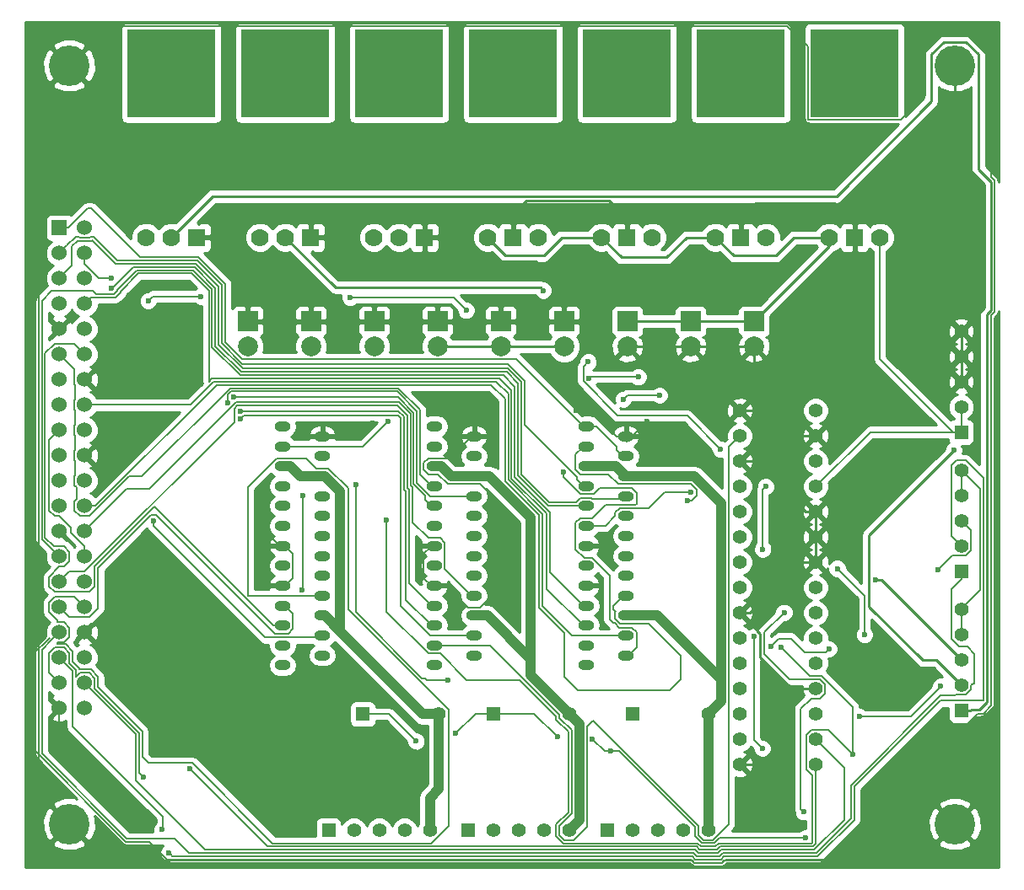
<source format=gtl>
G04 #@! TF.FileFunction,Copper,L1,Top,Signal*
%FSLAX46Y46*%
G04 Gerber Fmt 4.6, Leading zero omitted, Abs format (unit mm)*
G04 Created by KiCad (PCBNEW 4.0.2-stable) date Sun Jun 26 11:49:20 2016*
%MOMM*%
G01*
G04 APERTURE LIST*
%ADD10C,0.100000*%
%ADD11R,1.778000X1.778000*%
%ADD12C,1.778000*%
%ADD13R,8.890000X8.890000*%
%ADD14R,1.998980X1.998980*%
%ADD15C,1.998980*%
%ADD16R,1.397000X1.397000*%
%ADD17C,1.397000*%
%ADD18O,1.600000X1.060000*%
%ADD19R,1.524000X1.524000*%
%ADD20C,1.524000*%
%ADD21C,4.064000*%
%ADD22C,0.600000*%
%ADD23C,0.127000*%
%ADD24C,0.250000*%
%ADD25C,1.016000*%
%ADD26C,0.635000*%
%ADD27C,0.254000*%
G04 APERTURE END LIST*
D10*
D11*
X125830000Y-68070000D03*
D12*
X120750000Y-68070000D03*
X123290000Y-68070000D03*
D13*
X123290000Y-51560000D03*
D14*
X170330000Y-76500000D03*
D15*
X170330000Y-79040000D03*
D14*
X163980000Y-76500000D03*
D15*
X163980000Y-79040000D03*
D14*
X157630000Y-76500000D03*
D15*
X157630000Y-79040000D03*
D14*
X151280000Y-76500000D03*
D15*
X151280000Y-79040000D03*
D14*
X144930000Y-76500000D03*
D15*
X144930000Y-79040000D03*
D14*
X138580000Y-76500000D03*
D15*
X138580000Y-79040000D03*
D14*
X132230000Y-76500000D03*
D15*
X132230000Y-79040000D03*
D14*
X125880000Y-76500000D03*
D15*
X125880000Y-79040000D03*
D14*
X119530000Y-76500000D03*
D15*
X119530000Y-79040000D03*
D16*
X158130000Y-115950000D03*
D17*
X165750000Y-115950000D03*
D16*
X144160000Y-115900000D03*
D17*
X151780000Y-115900000D03*
D16*
X131080000Y-115950000D03*
D17*
X138700000Y-115950000D03*
D18*
X153480000Y-101060000D03*
X153480000Y-87060000D03*
X157480000Y-88060000D03*
X153480000Y-89060000D03*
X157480000Y-90060000D03*
X153480000Y-91060000D03*
X157480000Y-92060000D03*
X153480000Y-93060000D03*
X157480000Y-94060000D03*
X153480000Y-95060000D03*
X157480000Y-96060000D03*
X153480000Y-97060000D03*
X157480000Y-98060000D03*
X153480000Y-99060000D03*
X157480000Y-100060000D03*
X157480000Y-102060000D03*
X153480000Y-103060000D03*
X157480000Y-104060000D03*
X153480000Y-105060000D03*
X157480000Y-106060000D03*
X153480000Y-107060000D03*
X157480000Y-108060000D03*
X153480000Y-109060000D03*
X157480000Y-110060000D03*
X153480000Y-111060000D03*
X138240000Y-101060000D03*
X138240000Y-87060000D03*
X142240000Y-88060000D03*
X138240000Y-89060000D03*
X142240000Y-90060000D03*
X138240000Y-91060000D03*
X142240000Y-92060000D03*
X138240000Y-93060000D03*
X142240000Y-94060000D03*
X138240000Y-95060000D03*
X142240000Y-96060000D03*
X138240000Y-97060000D03*
X142240000Y-98060000D03*
X138240000Y-99060000D03*
X142240000Y-100060000D03*
X142240000Y-102060000D03*
X138240000Y-103060000D03*
X142240000Y-104060000D03*
X138240000Y-105060000D03*
X142240000Y-106060000D03*
X138240000Y-107060000D03*
X142240000Y-108060000D03*
X138240000Y-109060000D03*
X142240000Y-110060000D03*
X138240000Y-111060000D03*
X123000000Y-101060000D03*
X123000000Y-87060000D03*
X127000000Y-88060000D03*
X123000000Y-89060000D03*
X127000000Y-90060000D03*
X123000000Y-91060000D03*
X127000000Y-92060000D03*
X123000000Y-93060000D03*
X127000000Y-94060000D03*
X123000000Y-95060000D03*
X127000000Y-96060000D03*
X123000000Y-97060000D03*
X127000000Y-98060000D03*
X123000000Y-99060000D03*
X127000000Y-100060000D03*
X127000000Y-102060000D03*
X123000000Y-103060000D03*
X127000000Y-104060000D03*
X123000000Y-105060000D03*
X127000000Y-106060000D03*
X123000000Y-107060000D03*
X127000000Y-108060000D03*
X123000000Y-109060000D03*
X127000000Y-110060000D03*
X123000000Y-111060000D03*
D19*
X100610000Y-67110000D03*
D20*
X103150000Y-67110000D03*
X100610000Y-79810000D03*
X103150000Y-69650000D03*
X100610000Y-82350000D03*
X103150000Y-72190000D03*
X100610000Y-84890000D03*
X103150000Y-74730000D03*
X100610000Y-87430000D03*
X103150000Y-77270000D03*
X100610000Y-89970000D03*
X103150000Y-79810000D03*
X100610000Y-92510000D03*
X103150000Y-82350000D03*
X100610000Y-95050000D03*
X103150000Y-84890000D03*
X100610000Y-97590000D03*
X103150000Y-87430000D03*
X100610000Y-100130000D03*
X103150000Y-89970000D03*
X100610000Y-102670000D03*
X103150000Y-92510000D03*
X100610000Y-105210000D03*
X103150000Y-95050000D03*
X103150000Y-97590000D03*
X100610000Y-107750000D03*
X103150000Y-100130000D03*
X103150000Y-105210000D03*
X103150000Y-107750000D03*
X103150000Y-110290000D03*
X103150000Y-112830000D03*
X100610000Y-110290000D03*
X100610000Y-112830000D03*
X100610000Y-69650000D03*
X100610000Y-72190000D03*
X100610000Y-74730000D03*
X100610000Y-77270000D03*
X100610000Y-115370000D03*
X103150000Y-115370000D03*
X103150000Y-102670000D03*
D16*
X155575000Y-127635000D03*
D17*
X158115000Y-127635000D03*
X160655000Y-127635000D03*
X163195000Y-127635000D03*
X165735000Y-127635000D03*
D16*
X141605000Y-127635000D03*
D17*
X144145000Y-127635000D03*
X146685000Y-127635000D03*
X149225000Y-127635000D03*
X151765000Y-127635000D03*
D16*
X127635000Y-127635000D03*
D17*
X130175000Y-127635000D03*
X132715000Y-127635000D03*
X135255000Y-127635000D03*
X137795000Y-127635000D03*
D16*
X191135000Y-87630000D03*
D17*
X191135000Y-85090000D03*
X191135000Y-82550000D03*
X191135000Y-80010000D03*
X191135000Y-77470000D03*
D16*
X191135000Y-101600000D03*
D17*
X191135000Y-99060000D03*
X191135000Y-96520000D03*
X191135000Y-93980000D03*
X191135000Y-91440000D03*
D16*
X191135000Y-115570000D03*
D17*
X191135000Y-113030000D03*
X191135000Y-110490000D03*
X191135000Y-107950000D03*
X191135000Y-105410000D03*
X168910000Y-98170000D03*
X176530000Y-98170000D03*
X168910000Y-100710000D03*
X176530000Y-100710000D03*
X168910000Y-103250000D03*
X176530000Y-103250000D03*
X168910000Y-105790000D03*
X176530000Y-105790000D03*
X168910000Y-110870000D03*
X176530000Y-110870000D03*
X168910000Y-118490000D03*
X176530000Y-118490000D03*
X168910000Y-115950000D03*
X176530000Y-115950000D03*
X168910000Y-88010000D03*
X176530000Y-88010000D03*
X168910000Y-113410000D03*
X176530000Y-113410000D03*
X168910000Y-108330000D03*
X176530000Y-108330000D03*
X168910000Y-90550000D03*
X176530000Y-90550000D03*
X176530000Y-121030000D03*
X168910000Y-121030000D03*
X168910000Y-95630000D03*
X176530000Y-95630000D03*
X168910000Y-93090000D03*
X176530000Y-93090000D03*
X168910000Y-85470000D03*
X176530000Y-85470000D03*
D13*
X180440000Y-51560000D03*
D12*
X177900000Y-68070000D03*
D11*
X180440000Y-68070000D03*
D12*
X182980000Y-68070000D03*
D13*
X157580000Y-51560000D03*
D12*
X155040000Y-68070000D03*
D11*
X157580000Y-68070000D03*
D12*
X160120000Y-68070000D03*
D13*
X146150000Y-51560000D03*
D12*
X143610000Y-68070000D03*
D11*
X146150000Y-68070000D03*
D12*
X148690000Y-68070000D03*
D13*
X169010000Y-51560000D03*
D12*
X166470000Y-68070000D03*
D11*
X169010000Y-68070000D03*
D12*
X171550000Y-68070000D03*
D21*
X190500000Y-127000000D03*
X101600000Y-127000000D03*
X190500000Y-50800000D03*
X101600000Y-50800000D03*
D11*
X114400000Y-68070000D03*
D12*
X109320000Y-68070000D03*
X111860000Y-68070000D03*
D13*
X111860000Y-51560000D03*
D11*
X137260000Y-68070000D03*
D12*
X132180000Y-68070000D03*
X134720000Y-68070000D03*
D13*
X134720000Y-51560000D03*
D22*
X189100000Y-113170000D03*
X175500000Y-128371425D03*
X136410000Y-118680000D03*
X140410000Y-117860000D03*
X150590000Y-118240000D03*
X154125021Y-118440000D03*
X155990000Y-119650000D03*
X180930000Y-116190000D03*
X192410000Y-47380000D03*
X159590000Y-86540000D03*
X132040000Y-86750000D03*
X100860000Y-119890000D03*
X152490000Y-85460000D03*
X121040000Y-93500000D03*
X141440000Y-75390000D03*
X129800000Y-74120000D03*
X114840000Y-73980000D03*
X109520000Y-74450000D03*
X105870000Y-72133510D03*
X151200000Y-91666480D03*
X139610000Y-112580000D03*
X130350000Y-92890000D03*
X124980000Y-103496490D03*
X125010000Y-93970000D03*
X163660000Y-94470000D03*
X105850000Y-73180000D03*
X163990000Y-93670000D03*
X170356469Y-108170000D03*
X171180000Y-119400000D03*
X160850000Y-83920000D03*
X171510000Y-93100000D03*
X171210000Y-99400000D03*
X157210000Y-84340000D03*
X117527600Y-84650314D03*
X118136904Y-84108868D03*
X133450000Y-96440000D03*
X180270000Y-119970000D03*
X173070000Y-109240000D03*
X118746480Y-85524818D03*
X118746480Y-86324831D03*
X178690000Y-101330000D03*
X181420000Y-107990000D03*
X133580000Y-86550000D03*
X153770000Y-82260000D03*
X158710000Y-82080000D03*
X175310000Y-125790000D03*
X173353520Y-105740000D03*
X110070000Y-96520000D03*
X113695176Y-121431593D03*
X110916153Y-127554765D03*
X111586605Y-129883395D03*
X109090000Y-122310000D03*
X188800000Y-101480000D03*
X190400000Y-89450000D03*
X182506531Y-102486531D03*
X191135000Y-110490000D03*
X149180000Y-73390000D03*
X172050000Y-109160000D03*
X177880000Y-109410000D03*
X167000000Y-89360000D03*
X153700000Y-80580000D03*
D23*
X103456010Y-65152990D02*
X101499000Y-67110000D01*
X108675717Y-70054945D02*
X103773762Y-65152990D01*
X103773762Y-65152990D02*
X103456010Y-65152990D01*
X114577260Y-70054945D02*
X108675717Y-70054945D01*
X118985306Y-80302991D02*
X117252248Y-78569933D01*
X117252248Y-72729933D02*
X114577260Y-70054945D01*
X117252248Y-78569933D02*
X117252248Y-72729933D01*
X146452991Y-80302991D02*
X118985306Y-80302991D01*
X153210000Y-87060000D02*
X146452991Y-80302991D01*
X101499000Y-67110000D02*
X100610000Y-67110000D01*
X153480000Y-87060000D02*
X153210000Y-87060000D01*
X103150000Y-100130000D02*
X103150000Y-99107742D01*
X103150000Y-99107742D02*
X101800000Y-97757742D01*
X101800000Y-97757742D02*
X101800000Y-97262258D01*
X101800000Y-97262258D02*
X100613243Y-96075501D01*
X100613243Y-96075501D02*
X100117759Y-96075501D01*
X99584499Y-88455501D02*
X99848001Y-88191999D01*
X100117759Y-96075501D02*
X99584499Y-95542241D01*
X99584499Y-95542241D02*
X99584499Y-88455501D01*
X99848001Y-88191999D02*
X100610000Y-87430000D01*
X153480000Y-87060000D02*
X154480000Y-87060000D01*
X154480000Y-87060000D02*
X156553000Y-89133000D01*
X156553000Y-89403000D02*
X157210000Y-90060000D01*
X156553000Y-89133000D02*
X156553000Y-89403000D01*
X157210000Y-90060000D02*
X157480000Y-90060000D01*
X186080000Y-116190000D02*
X188800001Y-113469999D01*
X180930000Y-116190000D02*
X186080000Y-116190000D01*
X188800001Y-113469999D02*
X189100000Y-113170000D01*
X191135000Y-91440000D02*
X193018967Y-93323967D01*
X193018967Y-93323967D02*
X193018967Y-103526033D01*
X191833499Y-104711501D02*
X191135000Y-105410000D01*
X193018967Y-103526033D02*
X191833499Y-104711501D01*
X166332213Y-128924012D02*
X166884800Y-128371425D01*
X166884800Y-128371425D02*
X175075736Y-128371425D01*
X175075736Y-128371425D02*
X175500000Y-128371425D01*
X164445988Y-128232213D02*
X165137787Y-128924012D01*
X164445988Y-127308690D02*
X164445988Y-128232213D01*
X155990000Y-119650000D02*
X156787300Y-119650000D01*
X156787300Y-119650000D02*
X164445988Y-127308690D01*
X165137787Y-128924012D02*
X166332213Y-128924012D01*
X136410000Y-118680000D02*
X133680000Y-115950000D01*
X133680000Y-115950000D02*
X131080000Y-115950000D01*
X144160000Y-115900000D02*
X142370000Y-115900000D01*
X142370000Y-115900000D02*
X140410000Y-117860000D01*
X150590000Y-118240000D02*
X148250000Y-115900000D01*
X148250000Y-115900000D02*
X144160000Y-115900000D01*
X155990000Y-119650000D02*
X155335021Y-119650000D01*
X155335021Y-119650000D02*
X154125021Y-118440000D01*
X191135000Y-93980000D02*
X191135000Y-92992172D01*
X191135000Y-92992172D02*
X191135000Y-91440000D01*
X191135000Y-105410000D02*
X191135000Y-106397828D01*
X191135000Y-106397828D02*
X191135000Y-107950000D01*
D24*
X155040000Y-68070000D02*
X151010000Y-68070000D01*
X145380000Y-69840000D02*
X143610000Y-68070000D01*
X149240000Y-69840000D02*
X145380000Y-69840000D01*
X151010000Y-68070000D02*
X149240000Y-69840000D01*
X166470000Y-68070000D02*
X163580000Y-68070000D01*
X157040000Y-70070000D02*
X155040000Y-68070000D01*
X161580000Y-70070000D02*
X157040000Y-70070000D01*
X163580000Y-68070000D02*
X161580000Y-70070000D01*
X177900000Y-68070000D02*
X174360000Y-68070000D01*
X168310000Y-69910000D02*
X166470000Y-68070000D01*
X172520000Y-69910000D02*
X168310000Y-69910000D01*
X174360000Y-68070000D02*
X172520000Y-69910000D01*
X177900000Y-68070000D02*
X177900000Y-68930000D01*
X177900000Y-68930000D02*
X170330000Y-76500000D01*
X163980000Y-76500000D02*
X157630000Y-76500000D01*
X170330000Y-76500000D02*
X163980000Y-76500000D01*
X115539000Y-68070000D02*
X114400000Y-68070000D01*
X115539000Y-68070000D02*
X118779000Y-64830000D01*
X118779000Y-64830000D02*
X127931000Y-64830000D01*
X127931000Y-64830000D02*
X125830000Y-66931000D01*
X125830000Y-66931000D02*
X125830000Y-68070000D01*
X137260000Y-68070000D02*
X137260000Y-66931000D01*
X137260000Y-66931000D02*
X138271000Y-65920000D01*
X138271000Y-65920000D02*
X143210000Y-65920000D01*
X127931000Y-64830000D02*
X135159000Y-64830000D01*
X135159000Y-64830000D02*
X137260000Y-66931000D01*
D23*
X109641516Y-128772288D02*
X107249825Y-128772288D01*
X164325068Y-130886071D02*
X164009001Y-130570000D01*
X167144923Y-130886074D02*
X164325068Y-130886071D01*
X192723646Y-48701380D02*
X194160000Y-50137734D01*
X189127256Y-47850478D02*
X191872746Y-47850478D01*
X194160000Y-61985640D02*
X194502529Y-62328169D01*
X192805450Y-115897011D02*
X178132461Y-130570000D01*
X193387915Y-115897011D02*
X192805450Y-115897011D01*
X164009001Y-130570000D02*
X111439228Y-130570000D01*
X167461000Y-130570000D02*
X167144923Y-130886074D01*
X107249825Y-128772288D02*
X97492989Y-119015452D01*
X97492989Y-119015452D02*
X97492989Y-110404548D01*
X191872746Y-47850478D02*
X192723646Y-48701380D01*
X194160000Y-50137734D02*
X194160000Y-61985640D01*
X111439228Y-130570000D02*
X109641516Y-128772288D01*
X194502529Y-62328169D02*
X194502529Y-75576829D01*
X194502529Y-75576829D02*
X194160000Y-75919359D01*
X194160000Y-75919359D02*
X194160000Y-115124926D01*
X194160000Y-115124926D02*
X193387915Y-115897011D01*
X178132461Y-130570000D02*
X167461000Y-130570000D01*
X97492989Y-110404548D02*
X97684550Y-110212989D01*
X97684550Y-110212989D02*
X99619898Y-108277641D01*
X98520000Y-123920000D02*
X99568001Y-124968001D01*
X101600000Y-50800000D02*
X98520000Y-53880000D01*
X98520000Y-53880000D02*
X98520000Y-123920000D01*
X99568001Y-124968001D02*
X101600000Y-127000000D01*
X164138997Y-130700000D02*
X164325075Y-130886078D01*
X167331003Y-130700000D02*
X186800000Y-130700000D01*
X101600000Y-127000000D02*
X105300000Y-130700000D01*
X164325075Y-130886078D02*
X167144925Y-130886078D01*
X105300000Y-130700000D02*
X164138997Y-130700000D01*
X167144925Y-130886078D02*
X167331003Y-130700000D01*
X186800000Y-130700000D02*
X188468001Y-129031999D01*
X188468001Y-129031999D02*
X190500000Y-127000000D01*
X191990001Y-47679999D02*
X191819521Y-47850479D01*
X189127257Y-47850479D02*
X189127256Y-47850478D01*
X191819521Y-47850479D02*
X189127257Y-47850479D01*
X192410000Y-47380000D02*
X192110001Y-47679999D01*
X192110001Y-47679999D02*
X191990001Y-47679999D01*
X101600000Y-50800000D02*
X105548501Y-46851499D01*
X187550478Y-53813824D02*
X187550478Y-49427256D01*
X187550478Y-49427256D02*
X189127256Y-47850478D01*
X185095801Y-56268501D02*
X187550478Y-53813824D01*
X175731499Y-56215801D02*
X175784199Y-56268501D01*
X175784199Y-56268501D02*
X185095801Y-56268501D01*
X175731499Y-48917197D02*
X175731499Y-56215801D01*
X173665801Y-46851499D02*
X175731499Y-48917197D01*
X105548501Y-46851499D02*
X173665801Y-46851499D01*
X157570000Y-88560000D02*
X157570000Y-88150000D01*
X157570000Y-88150000D02*
X157480000Y-88060000D01*
X159590000Y-86540000D02*
X157570000Y-88560000D01*
X127000000Y-88060000D02*
X130730000Y-88060000D01*
X130730000Y-88060000D02*
X132040000Y-86750000D01*
X100610000Y-115370000D02*
X100610000Y-119640000D01*
X100610000Y-119640000D02*
X100860000Y-119890000D01*
X157480000Y-88060000D02*
X156553000Y-88060000D01*
X153953000Y-85460000D02*
X152490000Y-85460000D01*
X156553000Y-88060000D02*
X153953000Y-85460000D01*
X138240000Y-103060000D02*
X139434828Y-103060000D01*
X139434828Y-103060000D02*
X141641318Y-105266490D01*
X141641318Y-105266490D02*
X142838682Y-105266490D01*
X142838682Y-105266490D02*
X144380432Y-103724740D01*
X144380432Y-103724740D02*
X144380432Y-94395260D01*
X144380432Y-94395260D02*
X142838682Y-92853510D01*
X142838682Y-92853510D02*
X139622432Y-92853510D01*
X137641318Y-90266490D02*
X139763510Y-90266490D01*
X139763510Y-90266490D02*
X141970000Y-88060000D01*
X139622432Y-92853510D02*
X138622432Y-91853510D01*
X138622432Y-91853510D02*
X137641318Y-91853510D01*
X137641318Y-91853510D02*
X137176490Y-91388682D01*
X137176490Y-91388682D02*
X137176490Y-90731318D01*
X137176490Y-90731318D02*
X137641318Y-90266490D01*
X141970000Y-88060000D02*
X142240000Y-88060000D01*
X138240000Y-103060000D02*
X137970000Y-103060000D01*
X137970000Y-103060000D02*
X137176490Y-102266490D01*
X137176490Y-102266490D02*
X137176490Y-99853510D01*
X137176490Y-99853510D02*
X137970000Y-99060000D01*
X137970000Y-99060000D02*
X138240000Y-99060000D01*
X123000000Y-103060000D02*
X123270000Y-103060000D01*
X123270000Y-103060000D02*
X124063510Y-102266490D01*
X124063510Y-102266490D02*
X124063510Y-99853510D01*
X124063510Y-99853510D02*
X123270000Y-99060000D01*
X123270000Y-99060000D02*
X123000000Y-99060000D01*
X121040000Y-93500000D02*
X121040000Y-97370000D01*
X121040000Y-97370000D02*
X122730000Y-99060000D01*
X122730000Y-99060000D02*
X123000000Y-99060000D01*
D24*
X170981489Y-107861489D02*
X170981489Y-110241489D01*
X168910000Y-105790000D02*
X170981489Y-107861489D01*
X174150000Y-113410000D02*
X175542172Y-113410000D01*
X175542172Y-113410000D02*
X176530000Y-113410000D01*
X170981489Y-110241489D02*
X174150000Y-113410000D01*
X176530000Y-113410000D02*
X175230000Y-113410000D01*
X171540000Y-121030000D02*
X168910000Y-121030000D01*
X172940000Y-119630000D02*
X171540000Y-121030000D01*
X172940000Y-115700000D02*
X172940000Y-119630000D01*
X175230000Y-113410000D02*
X172940000Y-115700000D01*
X176530000Y-100710000D02*
X174990000Y-100710000D01*
X169910000Y-105790000D02*
X168910000Y-105790000D01*
X174990000Y-100710000D02*
X169910000Y-105790000D01*
X176530000Y-98170000D02*
X176530000Y-100710000D01*
X176530000Y-95630000D02*
X176530000Y-98170000D01*
X168910000Y-90550000D02*
X170410000Y-90550000D01*
X175490000Y-95630000D02*
X176530000Y-95630000D01*
X170410000Y-90550000D02*
X175490000Y-95630000D01*
X176530000Y-88010000D02*
X175160000Y-88010000D01*
X172620000Y-90550000D02*
X168910000Y-90550000D01*
X175160000Y-88010000D02*
X172620000Y-90550000D01*
X168910000Y-85470000D02*
X172750000Y-85470000D01*
X172750000Y-85470000D02*
X175290000Y-88010000D01*
X175290000Y-88010000D02*
X176530000Y-88010000D01*
X170330000Y-79040000D02*
X170330000Y-84050000D01*
X170330000Y-84050000D02*
X168910000Y-85470000D01*
X163980000Y-79040000D02*
X170330000Y-79040000D01*
X157630000Y-79040000D02*
X163980000Y-79040000D01*
X151280000Y-76500000D02*
X151280000Y-73310000D01*
X146140000Y-65920000D02*
X146150000Y-65910000D01*
X143210000Y-65920000D02*
X146140000Y-65920000D01*
X141960000Y-67170000D02*
X143210000Y-65920000D01*
X141960000Y-68810000D02*
X141960000Y-67170000D01*
X143600000Y-70450000D02*
X141960000Y-68810000D01*
X148420000Y-70450000D02*
X143600000Y-70450000D01*
X151280000Y-73310000D02*
X148420000Y-70450000D01*
X125880000Y-76500000D02*
X119530000Y-76500000D01*
X132230000Y-76500000D02*
X125880000Y-76500000D01*
X138580000Y-76500000D02*
X132230000Y-76500000D01*
X144930000Y-76500000D02*
X138580000Y-76500000D01*
X151280000Y-76500000D02*
X144930000Y-76500000D01*
X191135000Y-80010000D02*
X191135000Y-82550000D01*
X191135000Y-77470000D02*
X191135000Y-80010000D01*
X187380000Y-59360000D02*
X190060000Y-59360000D01*
X193460000Y-75145000D02*
X191135000Y-77470000D01*
X193460000Y-62760000D02*
X193460000Y-75145000D01*
X190060000Y-59360000D02*
X193460000Y-62760000D01*
X180440000Y-68070000D02*
X180440000Y-66300000D01*
X190500000Y-56240000D02*
X190500000Y-50800000D01*
X180440000Y-66300000D02*
X187380000Y-59360000D01*
X187380000Y-59360000D02*
X190500000Y-56240000D01*
X146150000Y-68070000D02*
X146150000Y-65910000D01*
X157580000Y-68070000D02*
X157580000Y-66160000D01*
X146150000Y-65740000D02*
X146150000Y-68070000D01*
X147520000Y-64370000D02*
X146150000Y-65740000D01*
X155790000Y-64370000D02*
X147520000Y-64370000D01*
X157580000Y-66160000D02*
X155790000Y-64370000D01*
X169010000Y-66080000D02*
X169010000Y-65690000D01*
X157580000Y-65440000D02*
X157580000Y-68070000D01*
X158310000Y-64710000D02*
X157580000Y-65440000D01*
X168030000Y-64710000D02*
X158310000Y-64710000D01*
X169010000Y-65690000D02*
X168030000Y-64710000D01*
X180440000Y-68070000D02*
X180440000Y-66610000D01*
X169010000Y-66080000D02*
X169010000Y-68070000D01*
X170490000Y-64600000D02*
X169010000Y-66080000D01*
X178430000Y-64600000D02*
X170490000Y-64600000D01*
X180440000Y-66610000D02*
X178430000Y-64600000D01*
D23*
X182980000Y-68070000D02*
X182980000Y-80300500D01*
X182980000Y-80300500D02*
X190309500Y-87630000D01*
X190309500Y-87630000D02*
X191135000Y-87630000D01*
X129800000Y-74120000D02*
X140170000Y-74120000D01*
X140170000Y-74120000D02*
X141440000Y-75390000D01*
X109520000Y-74450000D02*
X109990000Y-73980000D01*
X109990000Y-73980000D02*
X114840000Y-73980000D01*
X103150000Y-69650000D02*
X103150000Y-70727630D01*
X103150000Y-70727630D02*
X104555880Y-72133510D01*
X104555880Y-72133510D02*
X105870000Y-72133510D01*
X191135000Y-87630000D02*
X181990000Y-87630000D01*
X181990000Y-87630000D02*
X176530000Y-93090000D01*
X191135000Y-85090000D02*
X191135000Y-87630000D01*
D24*
X144930000Y-79040000D02*
X138580000Y-79040000D01*
X151280000Y-79040000D02*
X144930000Y-79040000D01*
D23*
X156200000Y-106812460D02*
X156377808Y-106812460D01*
X156377808Y-106812460D02*
X156831838Y-107266490D01*
X156831838Y-107266490D02*
X158078682Y-107266490D01*
X158078682Y-107266490D02*
X158543510Y-107731318D01*
X158543510Y-107731318D02*
X158543510Y-109266490D01*
X158543510Y-109266490D02*
X157750000Y-110060000D01*
X157750000Y-110060000D02*
X157480000Y-110060000D01*
X155830000Y-102017808D02*
X155830000Y-106442460D01*
X155830000Y-106442460D02*
X156200000Y-106812460D01*
X151200000Y-91666480D02*
X151200000Y-92172192D01*
X151200000Y-92172192D02*
X152881318Y-93853510D01*
X152416490Y-99388682D02*
X153294298Y-100266490D01*
X154078682Y-100266490D02*
X155830000Y-102017808D01*
X152881318Y-93853510D02*
X154300103Y-93853510D01*
X154300103Y-93853510D02*
X154887123Y-93266490D01*
X154887123Y-93266490D02*
X158078682Y-93266490D01*
X158078682Y-93266490D02*
X158543510Y-93731318D01*
X158543510Y-93731318D02*
X158543510Y-94826490D01*
X158543510Y-94826490D02*
X158430520Y-94939480D01*
X158430520Y-94939480D02*
X155405692Y-94939480D01*
X155405692Y-94939480D02*
X154078682Y-96266490D01*
X154078682Y-96266490D02*
X152881318Y-96266490D01*
X152881318Y-96266490D02*
X152416490Y-96731318D01*
X152416490Y-96731318D02*
X152416490Y-99388682D01*
X153294298Y-100266490D02*
X154078682Y-100266490D01*
X130350000Y-105713777D02*
X137016223Y-112380000D01*
X137520000Y-112580000D02*
X139610000Y-112580000D01*
X137016223Y-112380000D02*
X137320000Y-112380000D01*
X137320000Y-112380000D02*
X137520000Y-112580000D01*
X130350000Y-92890000D02*
X130350000Y-105713777D01*
X125010000Y-93970000D02*
X125010000Y-103466490D01*
X125010000Y-103466490D02*
X124980000Y-103496490D01*
D25*
X156480000Y-91060000D02*
X157480000Y-92060000D01*
X153480000Y-91060000D02*
X156480000Y-91060000D01*
X157480000Y-92060000D02*
X164330000Y-92060000D01*
X167030000Y-94760000D02*
X167030000Y-112500000D01*
X164330000Y-92060000D02*
X167030000Y-94760000D01*
X167030000Y-112500000D02*
X167030000Y-114670000D01*
X167030000Y-114670000D02*
X165750000Y-115950000D01*
X157480000Y-106060000D02*
X160590000Y-106060000D01*
X160590000Y-106060000D02*
X167030000Y-112500000D01*
X165750000Y-115950000D02*
X165750000Y-127620000D01*
X165750000Y-127620000D02*
X165735000Y-127635000D01*
D26*
X165750000Y-127620000D02*
X165735000Y-127635000D01*
D25*
X152790000Y-126610000D02*
X152790000Y-116910000D01*
X152790000Y-116910000D02*
X151780000Y-115900000D01*
X151765000Y-127635000D02*
X152790000Y-126610000D01*
X142240000Y-92060000D02*
X143766604Y-92060000D01*
X143766604Y-92060000D02*
X147950000Y-96243396D01*
X147950000Y-96243396D02*
X147950000Y-112070000D01*
X142240000Y-106060000D02*
X143570000Y-106060000D01*
X147950000Y-110440000D02*
X147950000Y-112070000D01*
X143570000Y-106060000D02*
X147950000Y-110440000D01*
X147950000Y-112070000D02*
X151780000Y-115900000D01*
X138240000Y-91060000D02*
X138920000Y-91060000D01*
X138920000Y-91060000D02*
X139920000Y-92060000D01*
X139920000Y-92060000D02*
X142240000Y-92060000D01*
D26*
X151780000Y-127620000D02*
X151765000Y-127635000D01*
D25*
X127000000Y-106060000D02*
X127270000Y-106060000D01*
X127270000Y-106060000D02*
X128816000Y-107606000D01*
X128816000Y-107606000D02*
X128816000Y-107676000D01*
X128816000Y-107676000D02*
X134950000Y-113810000D01*
X127000000Y-92060000D02*
X127270000Y-92060000D01*
X134950000Y-113810000D02*
X134980000Y-113840000D01*
X127270000Y-92060000D02*
X128816000Y-93606000D01*
X128816000Y-93606000D02*
X128816000Y-107676000D01*
X138700000Y-115950000D02*
X138700000Y-123470000D01*
X137795000Y-124375000D02*
X137795000Y-127635000D01*
X138700000Y-123470000D02*
X137795000Y-124375000D01*
X137090000Y-115950000D02*
X138700000Y-115950000D01*
X134980000Y-113840000D02*
X137090000Y-115950000D01*
X123000000Y-91060000D02*
X123800000Y-91060000D01*
X124800000Y-92060000D02*
X127000000Y-92060000D01*
X123800000Y-91060000D02*
X124800000Y-92060000D01*
D23*
X163660000Y-94470000D02*
X164084264Y-94470000D01*
X164084264Y-94470000D02*
X164553501Y-94000763D01*
X156735973Y-92853510D02*
X155735973Y-91853510D01*
X153210000Y-89060000D02*
X153480000Y-89060000D01*
X152416490Y-91388682D02*
X152416490Y-89853510D01*
X164553501Y-94000763D02*
X164553501Y-93399519D01*
X152416490Y-89853510D02*
X153210000Y-89060000D01*
X164007492Y-92853510D02*
X156735973Y-92853510D01*
X164553501Y-93399519D02*
X164007492Y-92853510D01*
X152881318Y-91853510D02*
X152416490Y-91388682D01*
X155735973Y-91853510D02*
X152881318Y-91853510D01*
X147307011Y-82464547D02*
X145607849Y-80765385D01*
X152553000Y-92403000D02*
X152553000Y-92133000D01*
X116925237Y-72865385D02*
X114441808Y-70381956D01*
X118985237Y-80765385D02*
X116925237Y-78705385D01*
X106384419Y-70381956D02*
X104015452Y-68012989D01*
X153210000Y-93060000D02*
X152553000Y-92403000D01*
X101371999Y-68888001D02*
X100610000Y-69650000D01*
X153480000Y-93060000D02*
X153210000Y-93060000D01*
X152553000Y-92133000D02*
X147307011Y-86887011D01*
X145607849Y-80765385D02*
X118985237Y-80765385D01*
X102657759Y-68135501D02*
X102535247Y-68012989D01*
X104015452Y-68012989D02*
X103764753Y-68012989D01*
X102247011Y-68012989D02*
X101371999Y-68888001D01*
X103642241Y-68135501D02*
X102657759Y-68135501D01*
X103764753Y-68012989D02*
X103642241Y-68135501D01*
X102535247Y-68012989D02*
X102247011Y-68012989D01*
X116925237Y-78705385D02*
X116925237Y-72865385D01*
X147307011Y-86887011D02*
X147307011Y-82464547D01*
X114441808Y-70381956D02*
X106384419Y-70381956D01*
X100610000Y-69650000D02*
X100780000Y-69650000D01*
X157220000Y-94320000D02*
X154132192Y-94320000D01*
X103890103Y-68350102D02*
X103777693Y-68462512D01*
X103777693Y-68462512D02*
X102522307Y-68462512D01*
X119013678Y-81256289D02*
X116598226Y-78840837D01*
X101890000Y-70910000D02*
X101371999Y-71428001D01*
X102464898Y-68405103D02*
X101890000Y-68980000D01*
X154078682Y-94266490D02*
X152881318Y-94266490D01*
X152457808Y-94690000D02*
X149800000Y-94690000D01*
X102522307Y-68462512D02*
X102464898Y-68405103D01*
X116598226Y-73000837D02*
X114306356Y-70708967D01*
X116598226Y-78840837D02*
X116598226Y-73000837D01*
X145636290Y-81256289D02*
X119013678Y-81256289D01*
X146980000Y-82599999D02*
X145636290Y-81256289D01*
X157480000Y-94060000D02*
X157220000Y-94320000D01*
X114306356Y-70708967D02*
X106248968Y-70708967D01*
X106248968Y-70708967D02*
X103890103Y-68350102D01*
X101890000Y-68980000D02*
X101890000Y-70910000D01*
X101371999Y-71428001D02*
X100610000Y-72190000D01*
X154132192Y-94320000D02*
X154078682Y-94266490D01*
X152881318Y-94266490D02*
X152457808Y-94690000D01*
X146980000Y-91870000D02*
X146980000Y-82599999D01*
X149800000Y-94690000D02*
X146980000Y-91870000D01*
X114170904Y-71035978D02*
X107994022Y-71035978D01*
X106149999Y-72880001D02*
X105850000Y-73180000D01*
X107994022Y-71035978D02*
X106149999Y-72880001D01*
X116271215Y-78976289D02*
X116271215Y-73136289D01*
X118878226Y-81583300D02*
X116271215Y-78976289D01*
X146652989Y-82735451D02*
X145500838Y-81583300D01*
X153480000Y-95060000D02*
X149707537Y-95060000D01*
X116271215Y-73136289D02*
X114170904Y-71035978D01*
X149707537Y-95060000D02*
X146652989Y-92005452D01*
X145500838Y-81583300D02*
X118878226Y-81583300D01*
X146652989Y-92005452D02*
X146652989Y-82735451D01*
X163990000Y-93670000D02*
X161340000Y-93670000D01*
X161340000Y-93670000D02*
X159743510Y-95266490D01*
X156416490Y-95731318D02*
X156416490Y-96053510D01*
X159743510Y-95266490D02*
X156881318Y-95266490D01*
X156881318Y-95266490D02*
X156416490Y-95731318D01*
X155410000Y-97060000D02*
X154407000Y-97060000D01*
X156416490Y-96053510D02*
X155410000Y-97060000D01*
X154407000Y-97060000D02*
X153480000Y-97060000D01*
X157210000Y-104060000D02*
X156210000Y-105060000D01*
X157480000Y-104060000D02*
X157210000Y-104060000D01*
X156210000Y-105060000D02*
X156210000Y-105460000D01*
X148740000Y-95942315D02*
X145344945Y-92547260D01*
X143971344Y-82891344D02*
X116386286Y-82891344D01*
X163000000Y-112440000D02*
X161890000Y-113550000D01*
X156210000Y-105460000D02*
X156448904Y-105698904D01*
X156448904Y-105698904D02*
X156416490Y-105731318D01*
X156416490Y-105731318D02*
X156416490Y-106388682D01*
X152640000Y-113550000D02*
X151300000Y-112210000D01*
X156416490Y-106388682D02*
X156881318Y-106853510D01*
X145344945Y-84264945D02*
X143971344Y-82891344D01*
X156881318Y-106853510D02*
X158078682Y-106853510D01*
X158100682Y-106831510D02*
X159781510Y-106831510D01*
X158078682Y-106853510D02*
X158100682Y-106831510D01*
X159781510Y-106831510D02*
X163000000Y-110050000D01*
X163000000Y-110050000D02*
X163000000Y-112440000D01*
X161890000Y-113550000D02*
X152640000Y-113550000D01*
X151300000Y-112210000D02*
X151300000Y-107810000D01*
X151300000Y-107810000D02*
X148740000Y-105250000D01*
X148740000Y-105250000D02*
X148740000Y-95942315D01*
X145344945Y-92547260D02*
X145344945Y-84264945D01*
X116386286Y-82891344D02*
X104227630Y-95050000D01*
X104227630Y-95050000D02*
X103150000Y-95050000D01*
X98847011Y-98367011D02*
X99848001Y-99368001D01*
X106413501Y-73450481D02*
X106120481Y-73743501D01*
X149900000Y-95714926D02*
X146325978Y-92140904D01*
X115944204Y-79111741D02*
X115944204Y-73271741D01*
X114035452Y-71362989D02*
X108400993Y-71362989D01*
X99848001Y-99368001D02*
X100610000Y-100130000D01*
X106413501Y-73350481D02*
X106413501Y-73450481D01*
X98847011Y-74412989D02*
X98847011Y-98367011D01*
X99840000Y-73420000D02*
X98847011Y-74412989D01*
X103997538Y-73420000D02*
X99840000Y-73420000D01*
X106120481Y-73743501D02*
X104321039Y-73743501D01*
X108400993Y-71362989D02*
X106413501Y-73350481D01*
X115944204Y-73271741D02*
X114035452Y-71362989D01*
X118742774Y-81910311D02*
X115944204Y-79111741D01*
X146325978Y-92140904D02*
X146325978Y-83075978D01*
X146325978Y-83075978D02*
X145160311Y-81910311D01*
X153210000Y-105060000D02*
X149900000Y-101750000D01*
X153480000Y-105060000D02*
X153210000Y-105060000D01*
X104321039Y-73743501D02*
X103997538Y-73420000D01*
X149900000Y-101750000D02*
X149900000Y-95714926D01*
X145160311Y-81910311D02*
X118742774Y-81910311D01*
X153210000Y-107060000D02*
X153480000Y-107060000D01*
X149540000Y-95817389D02*
X149540000Y-103390000D01*
X145998967Y-92276356D02*
X149540000Y-95817389D01*
X145998967Y-83418967D02*
X145998967Y-92276356D01*
X115944203Y-82237322D02*
X144817322Y-82237322D01*
X115617193Y-73407193D02*
X115617193Y-82564333D01*
X106740512Y-73505933D02*
X108556445Y-71690000D01*
X103809488Y-74070512D02*
X106255933Y-74070512D01*
X106255933Y-74070512D02*
X106740512Y-73585933D01*
X113900000Y-71690000D02*
X115617193Y-73407193D01*
X144817322Y-82237322D02*
X145998967Y-83418967D01*
X103150000Y-74730000D02*
X103809488Y-74070512D01*
X115617193Y-82564333D02*
X115944203Y-82237322D01*
X108556445Y-71690000D02*
X113900000Y-71690000D01*
X106740512Y-73585933D02*
X106740512Y-73505933D01*
X149540000Y-103390000D02*
X153210000Y-107060000D01*
X144454333Y-82564333D02*
X116079656Y-82564333D01*
X157480000Y-108060000D02*
X152080000Y-108060000D01*
X149120000Y-105100000D02*
X149120000Y-95859852D01*
X152080000Y-108060000D02*
X149120000Y-105100000D01*
X145671956Y-83781956D02*
X144454333Y-82564333D01*
X145671956Y-92411808D02*
X145671956Y-83781956D01*
X104227630Y-84890000D02*
X103150000Y-84890000D01*
X113753989Y-84890000D02*
X104227630Y-84890000D01*
X116079656Y-82564333D02*
X113753989Y-84890000D01*
X149120000Y-95859852D02*
X145671956Y-92411808D01*
X170356469Y-108594264D02*
X170356469Y-108170000D01*
X170356469Y-118576469D02*
X170356469Y-108594264D01*
X171180000Y-119400000D02*
X170356469Y-118576469D01*
X160850000Y-83920000D02*
X157630000Y-83920000D01*
X157630000Y-83920000D02*
X157210000Y-84340000D01*
X171210000Y-99400000D02*
X171210000Y-93400000D01*
X171210000Y-93400000D02*
X171510000Y-93100000D01*
X108856246Y-92093079D02*
X107647011Y-92093079D01*
X107647011Y-92093079D02*
X103664589Y-96075501D01*
X102207011Y-89395247D02*
X102207011Y-88004753D01*
X138240000Y-93060000D02*
X137970000Y-93060000D01*
X137970000Y-93060000D02*
X136832066Y-91922066D01*
X136832066Y-91922066D02*
X136832066Y-85397288D01*
X134653133Y-83218355D02*
X117730970Y-83218355D01*
X103664589Y-96075501D02*
X102657759Y-96075501D01*
X136832066Y-85397288D02*
X134653133Y-83218355D01*
X117730970Y-83218355D02*
X108856246Y-92093079D01*
X102207011Y-91935247D02*
X102207011Y-90544753D01*
X102207011Y-84315247D02*
X102207011Y-82924753D01*
X102657759Y-96075501D02*
X102124499Y-95542241D01*
X102124499Y-95542241D02*
X102124499Y-94557759D01*
X102124499Y-94557759D02*
X102320000Y-94362258D01*
X102320000Y-94362258D02*
X102320000Y-93197742D01*
X102320000Y-93197742D02*
X102124499Y-93002241D01*
X101371999Y-80571999D02*
X100610000Y-79810000D01*
X102124499Y-93002241D02*
X102124499Y-92017759D01*
X102124499Y-87922241D02*
X102124499Y-86937759D01*
X102124499Y-92017759D02*
X102207011Y-91935247D01*
X102207011Y-90544753D02*
X102124499Y-90462241D01*
X102124499Y-89477759D02*
X102207011Y-89395247D01*
X102124499Y-90462241D02*
X102124499Y-89477759D01*
X102207011Y-82924753D02*
X102124499Y-82842241D01*
X102207011Y-85464753D02*
X102124499Y-85382241D01*
X102207011Y-88004753D02*
X102124499Y-87922241D01*
X102124499Y-86937759D02*
X102207011Y-86855247D01*
X102207011Y-86855247D02*
X102207011Y-85464753D01*
X102124499Y-85382241D02*
X102124499Y-84397759D01*
X102124499Y-84397759D02*
X102207011Y-84315247D01*
X102124499Y-82842241D02*
X102124499Y-81324499D01*
X102124499Y-81324499D02*
X101371999Y-80571999D01*
X134517681Y-83545366D02*
X117866422Y-83545366D01*
X136505055Y-85532740D02*
X134517681Y-83545366D01*
X137844926Y-94060000D02*
X136505055Y-92720129D01*
X142240000Y-94060000D02*
X137844926Y-94060000D01*
X117527600Y-84226050D02*
X117527600Y-84650314D01*
X117866422Y-83545366D02*
X117527600Y-83884188D01*
X136505055Y-92720129D02*
X136505055Y-85532740D01*
X117527600Y-83884188D02*
X117527600Y-84226050D01*
X138240000Y-95060000D02*
X137970000Y-95060000D01*
X118561168Y-84108868D02*
X118136904Y-84108868D01*
X136178044Y-92855581D02*
X136178044Y-85668192D01*
X137313000Y-94403000D02*
X137313000Y-93990537D01*
X137313000Y-93990537D02*
X136178044Y-92855581D01*
X137970000Y-95060000D02*
X137313000Y-94403000D01*
X136178044Y-85668192D02*
X134618720Y-84108868D01*
X134618720Y-84108868D02*
X118561168Y-84108868D01*
X133450000Y-96864264D02*
X133450000Y-96440000D01*
X175567999Y-118028239D02*
X175567999Y-121491761D01*
X137641318Y-109853510D02*
X133450000Y-105662192D01*
X150475988Y-127037787D02*
X151691479Y-125822296D01*
X133450000Y-105662192D02*
X133450000Y-96864264D01*
X138838682Y-109853510D02*
X137641318Y-109853510D01*
X151691479Y-125822296D02*
X151691479Y-117697704D01*
X150490988Y-116497213D02*
X150490988Y-116164528D01*
X151178720Y-128934945D02*
X150475988Y-128232213D01*
X164686258Y-128934945D02*
X151178720Y-128934945D01*
X151691479Y-117697704D02*
X150490988Y-116497213D01*
X165002335Y-129251023D02*
X164686258Y-128934945D01*
X166783742Y-128934945D02*
X166467665Y-129251023D01*
X176125055Y-128934945D02*
X166783742Y-128934945D01*
X176202989Y-128857011D02*
X176125055Y-128934945D01*
X176068239Y-117527999D02*
X175567999Y-118028239D01*
X177827999Y-117527999D02*
X176068239Y-117527999D01*
X180270000Y-119970000D02*
X177827999Y-117527999D01*
X150475988Y-128232213D02*
X150475988Y-127037787D01*
X166467665Y-129251023D02*
X165002335Y-129251023D01*
X146851480Y-112525020D02*
X141510192Y-112525020D01*
X176202989Y-122126751D02*
X176202989Y-128857011D01*
X175567999Y-121491761D02*
X176202989Y-122126751D01*
X150490988Y-116164528D02*
X146851480Y-112525020D01*
X141510192Y-112525020D02*
X138838682Y-109853510D01*
X173070000Y-109240000D02*
X175950989Y-112120989D01*
X175950989Y-112120989D02*
X177127212Y-112120989D01*
X177127212Y-112120989D02*
X180270000Y-115263777D01*
X180270000Y-115263777D02*
X180270000Y-119970000D01*
X107389911Y-93350089D02*
X103911999Y-96828001D01*
X138838682Y-98266490D02*
X137626490Y-98266490D01*
X136040000Y-96680000D02*
X136040000Y-93180000D01*
X139303510Y-101393510D02*
X139303510Y-98731318D01*
X134681694Y-84634305D02*
X118340546Y-84634305D01*
X139303510Y-98731318D02*
X138838682Y-98266490D01*
X136040000Y-93180000D02*
X135851033Y-92991033D01*
X118340546Y-84634305D02*
X109624762Y-93350089D01*
X141970000Y-104060000D02*
X139303510Y-101393510D01*
X137626490Y-98266490D02*
X136040000Y-96680000D01*
X109624762Y-93350089D02*
X107389911Y-93350089D01*
X135851033Y-85803644D02*
X134681694Y-84634305D01*
X135851033Y-92991033D02*
X135851033Y-85803644D01*
X103911999Y-96828001D02*
X103150000Y-97590000D01*
X142240000Y-104060000D02*
X141970000Y-104060000D01*
X118475998Y-84961316D02*
X118182978Y-85254336D01*
X134546242Y-84961316D02*
X118475998Y-84961316D01*
X101635501Y-101644499D02*
X101371999Y-101908001D01*
X138240000Y-105060000D02*
X137970000Y-105060000D01*
X118182978Y-85254336D02*
X118182978Y-86614764D01*
X135524022Y-93234019D02*
X135524022Y-85939096D01*
X135524022Y-85939096D02*
X134546242Y-84961316D01*
X135712991Y-102802991D02*
X135712991Y-93422988D01*
X135712991Y-93422988D02*
X135524022Y-93234019D01*
X103153243Y-101644499D02*
X101635501Y-101644499D01*
X137970000Y-105060000D02*
X135712991Y-102802991D01*
X101371999Y-101908001D02*
X100610000Y-102670000D01*
X118182978Y-86614764D02*
X103153243Y-101644499D01*
X135197011Y-86074548D02*
X134647281Y-85524818D01*
X119170744Y-85524818D02*
X118746480Y-85524818D01*
X134647281Y-85524818D02*
X119170744Y-85524818D01*
X135197011Y-93369471D02*
X135197011Y-86074548D01*
X137970000Y-107060000D02*
X135385980Y-104475980D01*
X135385980Y-93558440D02*
X135197011Y-93369471D01*
X138240000Y-107060000D02*
X137970000Y-107060000D01*
X135385980Y-104475980D02*
X135385980Y-93558440D01*
X119090440Y-85980871D02*
X119046479Y-86024832D01*
X134640871Y-85980871D02*
X119090440Y-85980871D01*
X134870000Y-86210000D02*
X134640871Y-85980871D01*
X137847808Y-108060000D02*
X134870000Y-105082192D01*
X134870000Y-105082192D02*
X134870000Y-86210000D01*
X142240000Y-108060000D02*
X137847808Y-108060000D01*
X119046479Y-86024832D02*
X118746480Y-86324831D01*
X164772999Y-128096761D02*
X165273239Y-128597001D01*
X150802999Y-128096761D02*
X151303239Y-128597001D01*
X154167012Y-116567252D02*
X164772999Y-127173239D01*
X150817999Y-116029076D02*
X150817999Y-116361761D01*
X165273239Y-128597001D02*
X166196761Y-128597001D01*
X153561511Y-117172753D02*
X154167012Y-116567252D01*
X151303239Y-128597001D02*
X152226761Y-128597001D01*
X150802999Y-127173239D02*
X150802999Y-128096761D01*
X152018490Y-125957748D02*
X150802999Y-127173239D01*
X150817999Y-116361761D02*
X152018490Y-117562252D01*
X143848922Y-109060000D02*
X150817999Y-116029076D01*
X138240000Y-109060000D02*
X143848922Y-109060000D01*
X152018490Y-117562252D02*
X152018490Y-125957748D01*
X153561511Y-127262251D02*
X153561511Y-117172753D01*
X167801510Y-89118490D02*
X168910000Y-88010000D01*
X164772999Y-127173239D02*
X164772999Y-128096761D01*
X166196761Y-128597001D02*
X167801510Y-126992252D01*
X152226761Y-128597001D02*
X153561511Y-127262251D01*
X167801510Y-126992252D02*
X167801510Y-89118490D01*
X181420000Y-107990000D02*
X181420000Y-104060000D01*
X181420000Y-104060000D02*
X178690000Y-101330000D01*
X123000000Y-89060000D02*
X131070000Y-89060000D01*
X131070000Y-89060000D02*
X133580000Y-86550000D01*
X158710000Y-82080000D02*
X153950000Y-82080000D01*
X153950000Y-82080000D02*
X153770000Y-82260000D01*
X171370000Y-109900000D02*
X173917999Y-112447999D01*
X175010001Y-115430239D02*
X175010001Y-125490001D01*
X176991761Y-114372001D02*
X176068239Y-114372001D01*
X171370000Y-107723520D02*
X171370000Y-109900000D01*
X173353520Y-105740000D02*
X171370000Y-107723520D01*
X176991761Y-112447999D02*
X177492001Y-112948239D01*
X177492001Y-112948239D02*
X177492001Y-113871761D01*
X173917999Y-112447999D02*
X176991761Y-112447999D01*
X177492001Y-113871761D02*
X176991761Y-114372001D01*
X176068239Y-114372001D02*
X175010001Y-115430239D01*
X175010001Y-125490001D02*
X175310000Y-125790000D01*
X122401318Y-90266490D02*
X119535460Y-93132348D01*
X100444769Y-108775501D02*
X100444769Y-108937489D01*
X125401318Y-90266490D02*
X122401318Y-90266490D01*
X103777692Y-111477489D02*
X104502511Y-112202308D01*
X101962511Y-109662308D02*
X101962511Y-110717589D01*
X139662001Y-127191761D02*
X139662001Y-115488239D01*
X127598682Y-91266490D02*
X126401318Y-91266490D01*
X104502511Y-113257589D02*
X108950519Y-117705597D01*
X129587510Y-93255318D02*
X127598682Y-91266490D01*
X129587510Y-105413748D02*
X129587510Y-93255318D01*
X113965657Y-120868092D02*
X122032510Y-128934945D01*
X108950519Y-117705597D02*
X108950519Y-120250519D01*
X137918817Y-128934945D02*
X139662001Y-127191761D01*
X104502511Y-112202308D02*
X104502511Y-113257589D01*
X102616531Y-111371609D02*
X102616531Y-111477489D01*
X101962511Y-110717589D02*
X102616531Y-111371609D01*
X101237692Y-108937489D02*
X101962511Y-109662308D01*
X101102241Y-106724499D02*
X101635501Y-107257759D01*
X100444769Y-108937489D02*
X101237692Y-108937489D01*
X101635501Y-107257759D02*
X101635501Y-108242241D01*
X99584499Y-104717759D02*
X99584499Y-105702241D01*
X100444769Y-106562511D02*
X100444769Y-106724499D01*
X100117759Y-104184499D02*
X99584499Y-104717759D01*
X102124499Y-104184499D02*
X100117759Y-104184499D01*
X100444769Y-106724499D02*
X101102241Y-106724499D01*
X119535460Y-104060000D02*
X127000000Y-104060000D01*
X103150000Y-105210000D02*
X102124499Y-104184499D01*
X119535460Y-93132348D02*
X119535460Y-104060000D01*
X101635501Y-108242241D02*
X101102241Y-108775501D01*
X108950519Y-120250519D02*
X109568092Y-120868092D01*
X109568092Y-120868092D02*
X113965657Y-120868092D01*
X126401318Y-91266490D02*
X125401318Y-90266490D01*
X99584499Y-105702241D02*
X100444769Y-106562511D01*
X101102241Y-108775501D02*
X100444769Y-108775501D01*
X102616531Y-111477489D02*
X103777692Y-111477489D01*
X139662001Y-115488239D02*
X129587510Y-105413748D01*
X122032510Y-128934945D02*
X137918817Y-128934945D01*
X123000000Y-105060000D02*
X123270000Y-105060000D01*
X124063510Y-107388682D02*
X123598682Y-107853510D01*
X122237492Y-107853510D02*
X110340481Y-95956499D01*
X123270000Y-105060000D02*
X124063510Y-105853510D01*
X124063510Y-105853510D02*
X124063510Y-107388682D01*
X123598682Y-107853510D02*
X122237492Y-107853510D01*
X110340481Y-95956499D02*
X109799519Y-95956499D01*
X109799519Y-95956499D02*
X104502511Y-101253507D01*
X104502511Y-101253507D02*
X104502511Y-105375231D01*
X104502511Y-105375231D02*
X103642241Y-106235501D01*
X103642241Y-106235501D02*
X101635501Y-106235501D01*
X101635501Y-106235501D02*
X101371999Y-105971999D01*
X101371999Y-105971999D02*
X100610000Y-105210000D01*
X99584499Y-103162241D02*
X99584499Y-102184245D01*
X101102241Y-101155501D02*
X101635501Y-100622241D01*
X100046961Y-99104499D02*
X99174022Y-98231560D01*
X100117759Y-103695501D02*
X99584499Y-103162241D01*
X100117759Y-78784499D02*
X102124499Y-78784499D01*
X104175501Y-103162241D02*
X103642241Y-103695501D01*
X99174022Y-98231560D02*
X99174022Y-79728236D01*
X102388001Y-79048001D02*
X103150000Y-79810000D01*
X102124499Y-78784499D02*
X102388001Y-79048001D01*
X101102241Y-99104499D02*
X100046961Y-99104499D01*
X123000000Y-107060000D02*
X122073000Y-107060000D01*
X100613243Y-101155501D02*
X101102241Y-101155501D01*
X99584499Y-102184245D02*
X100613243Y-101155501D01*
X104175501Y-101084701D02*
X104175501Y-103162241D01*
X110136601Y-95123601D02*
X104175501Y-101084701D01*
X122073000Y-107060000D02*
X110136601Y-95123601D01*
X103642241Y-103695501D02*
X100117759Y-103695501D01*
X101635501Y-100622241D02*
X101635501Y-99637759D01*
X101635501Y-99637759D02*
X101102241Y-99104499D01*
X99174022Y-79728236D02*
X100117759Y-78784499D01*
X127000000Y-108060000D02*
X126810000Y-108250000D01*
X126810000Y-108250000D02*
X121260000Y-108250000D01*
X121260000Y-108250000D02*
X110070000Y-97060000D01*
X110070000Y-97060000D02*
X110070000Y-96520000D01*
X176260507Y-129261956D02*
X166919195Y-129261956D01*
X121525539Y-129261956D02*
X113995175Y-121731592D01*
X164550806Y-129261956D02*
X121525539Y-129261956D01*
X166603117Y-129578034D02*
X164866881Y-129578033D01*
X164866881Y-129578033D02*
X164550806Y-129261956D01*
X176530000Y-128992463D02*
X176260507Y-129261956D01*
X113995175Y-121731592D02*
X113695176Y-121431593D01*
X176530000Y-121030000D02*
X176530000Y-128992463D01*
X166919195Y-129261956D02*
X166603117Y-129578034D01*
X191596761Y-113992001D02*
X190632001Y-113992001D01*
X99848001Y-108511999D02*
X100610000Y-107750000D01*
X107385277Y-128445277D02*
X98847011Y-119907011D01*
X190172999Y-108411761D02*
X190962227Y-109200989D01*
X191732212Y-109200989D02*
X192424011Y-109892788D01*
X192097001Y-113082999D02*
X192097001Y-113491761D01*
X98847011Y-109512989D02*
X99848001Y-108511999D01*
X98847011Y-119907011D02*
X98847011Y-109512989D01*
X112140351Y-128445277D02*
X107385277Y-128445277D01*
X164279903Y-129915978D02*
X113611052Y-129915978D01*
X164595976Y-130232053D02*
X164279903Y-129915978D01*
X166874021Y-130232054D02*
X164595976Y-130232053D01*
X192424011Y-112860000D02*
X192320000Y-112860000D01*
X180071033Y-123108966D02*
X180071033Y-126426356D01*
X189090000Y-114090000D02*
X180071033Y-123108966D01*
X192320000Y-112860000D02*
X192097001Y-113082999D01*
X190534002Y-114090000D02*
X189090000Y-114090000D01*
X192097001Y-113491761D02*
X191596761Y-113992001D01*
X190172999Y-103387501D02*
X190172999Y-108411761D01*
X191135000Y-102425500D02*
X190172999Y-103387501D01*
X191135000Y-101600000D02*
X191135000Y-102425500D01*
X167190097Y-129915978D02*
X166874021Y-130232054D01*
X192424011Y-109892788D02*
X192424011Y-112860000D01*
X190632001Y-113992001D02*
X190534002Y-114090000D01*
X180071033Y-126426356D02*
X176581411Y-129915978D01*
X113611052Y-129915978D02*
X112140351Y-128445277D01*
X190962227Y-109200989D02*
X191732212Y-109200989D01*
X176581411Y-129915978D02*
X167190097Y-129915978D01*
X103150000Y-112830000D02*
X108296499Y-117976499D01*
X108296499Y-122644039D02*
X115241427Y-129588967D01*
X177228499Y-119188499D02*
X176530000Y-118490000D01*
X179370000Y-126614925D02*
X179370000Y-121330000D01*
X167054646Y-129588967D02*
X176395959Y-129588967D01*
X164731430Y-129905043D02*
X166738569Y-129905044D01*
X108296499Y-117976499D02*
X108296499Y-122644039D01*
X176395959Y-129588967D02*
X179370000Y-126614925D01*
X164415355Y-129588967D02*
X164731430Y-129905043D01*
X115241427Y-129588967D02*
X164415355Y-129588967D01*
X166738569Y-129905044D02*
X167054646Y-129588967D01*
X179370000Y-121330000D02*
X177228499Y-119188499D01*
X180398044Y-123244418D02*
X180398044Y-126561808D01*
X111946199Y-130242989D02*
X111886604Y-130183394D01*
X180398044Y-126561808D02*
X176716863Y-130242989D01*
X164144452Y-130242989D02*
X111946199Y-130242989D01*
X191596761Y-90477999D02*
X193345978Y-92227216D01*
X193345978Y-92227216D02*
X193345978Y-114607999D01*
X167009472Y-130559064D02*
X164460522Y-130559062D01*
X189034463Y-114607999D02*
X180398044Y-123244418D01*
X193345978Y-114607999D02*
X189034463Y-114607999D01*
X167325548Y-130242989D02*
X167009472Y-130559064D01*
X164460522Y-130559062D02*
X164144452Y-130242989D01*
X111886604Y-130183394D02*
X111586605Y-129883395D01*
X176716863Y-130242989D02*
X167325548Y-130242989D01*
X190172999Y-98097999D02*
X190172999Y-90978239D01*
X190172999Y-90978239D02*
X190673239Y-90477999D01*
X191135000Y-99060000D02*
X190172999Y-98097999D01*
X190673239Y-90477999D02*
X191596761Y-90477999D01*
X110998436Y-127472482D02*
X110916153Y-127554765D01*
X101962511Y-117189451D02*
X110998436Y-126225376D01*
X100610000Y-110290000D02*
X101962511Y-111642511D01*
X110998436Y-126225376D02*
X110998436Y-127472482D01*
X101962511Y-111642511D02*
X101962511Y-117189451D01*
X102289521Y-112172737D02*
X102657759Y-111804499D01*
X102289521Y-111507060D02*
X102289521Y-112172737D01*
X108790001Y-122010001D02*
X109090000Y-122310000D01*
X102657759Y-111804499D02*
X103642241Y-111804499D01*
X103642241Y-111804499D02*
X104175501Y-112337759D01*
X101635501Y-109797759D02*
X101635501Y-110853040D01*
X100117759Y-109264499D02*
X101102241Y-109264499D01*
X100610000Y-112830000D02*
X99584499Y-111804499D01*
X101102241Y-109264499D02*
X101635501Y-109797759D01*
X108623509Y-121843509D02*
X108790001Y-122010001D01*
X104175501Y-113393040D02*
X108623509Y-117841048D01*
X99584499Y-109797759D02*
X100117759Y-109264499D01*
X104175501Y-112337759D02*
X104175501Y-113393040D01*
X101635501Y-110853040D02*
X102289521Y-111507060D01*
X108623509Y-117841048D02*
X108623509Y-121843509D01*
X99584499Y-111804499D02*
X99584499Y-109797759D01*
X191135000Y-96520000D02*
X192097001Y-97482001D01*
X192097001Y-97482001D02*
X192097001Y-99521761D01*
X192097001Y-99521761D02*
X191596761Y-100022001D01*
X191596761Y-100022001D02*
X190257999Y-100022001D01*
X190257999Y-100022001D02*
X188800000Y-101480000D01*
D24*
X111860000Y-68070000D02*
X116010009Y-63919991D01*
X116010009Y-63919991D02*
X178605649Y-63919991D01*
X193734488Y-114768925D02*
X192994912Y-115508501D01*
X178605649Y-63919991D02*
X188142999Y-54382641D01*
X188142999Y-54382641D02*
X188142999Y-49668639D01*
X194114019Y-75415905D02*
X193734488Y-75795436D01*
X192083500Y-115570000D02*
X191135000Y-115570000D01*
X188142999Y-49668639D02*
X189368639Y-48442999D01*
X189368639Y-48442999D02*
X191631361Y-48442999D01*
X192857001Y-49668639D02*
X192857001Y-61232077D01*
X191631361Y-48442999D02*
X192857001Y-49668639D01*
X194114019Y-62489095D02*
X194114019Y-75415905D01*
X193734488Y-75795436D02*
X193734488Y-114768925D01*
X192857001Y-61232077D02*
X194114019Y-62489095D01*
X192994912Y-115508501D02*
X192144999Y-115508501D01*
X192144999Y-115508501D02*
X192083500Y-115570000D01*
X187270000Y-110550000D02*
X188655000Y-110550000D01*
X188655000Y-110550000D02*
X190436501Y-112331501D01*
X190436501Y-112331501D02*
X191135000Y-113030000D01*
X190400000Y-89450000D02*
X181881530Y-97968470D01*
X181881530Y-97968470D02*
X181881530Y-105161530D01*
X181881530Y-105161530D02*
X187270000Y-110550000D01*
X183131531Y-102486531D02*
X182930795Y-102486531D01*
X191135000Y-110490000D02*
X183131531Y-102486531D01*
X182930795Y-102486531D02*
X182506531Y-102486531D01*
X123290000Y-68070000D02*
X128320000Y-73100000D01*
X128320000Y-73100000D02*
X148890000Y-73100000D01*
X148890000Y-73100000D02*
X149180000Y-73390000D01*
D23*
X174080000Y-108370000D02*
X172840000Y-108370000D01*
X172840000Y-108370000D02*
X172050000Y-109160000D01*
X175419999Y-109709999D02*
X174080000Y-108370000D01*
X177880000Y-109410000D02*
X177580001Y-109709999D01*
X177580001Y-109709999D02*
X175419999Y-109709999D01*
X153700000Y-80580000D02*
X153206499Y-81073501D01*
X153206499Y-81073501D02*
X153206499Y-82530481D01*
X153206499Y-82530481D02*
X156652517Y-85976499D01*
X156652517Y-85976499D02*
X163616499Y-85976499D01*
X163616499Y-85976499D02*
X167000000Y-89360000D01*
D27*
G36*
X194870000Y-62468890D02*
X194816167Y-62198256D01*
X194651420Y-61951694D01*
X193617001Y-60917275D01*
X193617001Y-49668639D01*
X193559149Y-49377800D01*
X193394402Y-49131238D01*
X192168762Y-47905598D01*
X191922200Y-47740851D01*
X191631361Y-47682999D01*
X189368639Y-47682999D01*
X189077800Y-47740851D01*
X188831238Y-47905598D01*
X187605598Y-49131238D01*
X187440851Y-49377800D01*
X187382999Y-49668639D01*
X187382999Y-54067839D01*
X185532440Y-55918398D01*
X185532440Y-47115000D01*
X185488162Y-46879683D01*
X185349090Y-46663559D01*
X185136890Y-46518569D01*
X184885000Y-46467560D01*
X175995000Y-46467560D01*
X175759683Y-46511838D01*
X175543559Y-46650910D01*
X175398569Y-46863110D01*
X175347560Y-47115000D01*
X175347560Y-56005000D01*
X175391838Y-56240317D01*
X175530910Y-56456441D01*
X175743110Y-56601431D01*
X175995000Y-56652440D01*
X184798398Y-56652440D01*
X178290847Y-63159991D01*
X116010009Y-63159991D01*
X115719170Y-63217843D01*
X115472608Y-63382590D01*
X112266548Y-66588650D01*
X112164472Y-66546265D01*
X111558188Y-66545736D01*
X110997851Y-66777262D01*
X110589664Y-67184737D01*
X110184404Y-66778769D01*
X109624472Y-66546265D01*
X109018188Y-66545736D01*
X108457851Y-66777262D01*
X108028769Y-67205596D01*
X107796265Y-67765528D01*
X107795897Y-68187297D01*
X104267676Y-64659076D01*
X104041067Y-64507660D01*
X103773762Y-64454490D01*
X103456010Y-64454490D01*
X103188705Y-64507660D01*
X102962096Y-64659076D01*
X101769864Y-65851308D01*
X101623890Y-65751569D01*
X101372000Y-65700560D01*
X99848000Y-65700560D01*
X99612683Y-65744838D01*
X99396559Y-65883910D01*
X99251569Y-66096110D01*
X99200560Y-66348000D01*
X99200560Y-67872000D01*
X99244838Y-68107317D01*
X99383910Y-68323441D01*
X99596110Y-68468431D01*
X99779124Y-68505492D01*
X99426371Y-68857630D01*
X99213243Y-69370900D01*
X99212758Y-69926661D01*
X99424990Y-70440303D01*
X99817630Y-70833629D01*
X100025512Y-70919949D01*
X99819697Y-71004990D01*
X99426371Y-71397630D01*
X99213243Y-71910900D01*
X99212758Y-72466661D01*
X99390364Y-72896501D01*
X99346086Y-72926086D01*
X98353097Y-73919075D01*
X98201681Y-74145684D01*
X98178306Y-74263201D01*
X98148511Y-74412989D01*
X98148511Y-98367011D01*
X98201681Y-98634316D01*
X98353097Y-98860925D01*
X99251335Y-99759163D01*
X99213243Y-99850900D01*
X99212758Y-100406661D01*
X99424990Y-100920303D01*
X99642611Y-101138305D01*
X99090585Y-101690331D01*
X98939169Y-101916940D01*
X98919205Y-102017305D01*
X98885999Y-102184245D01*
X98885999Y-103162241D01*
X98939169Y-103429546D01*
X99090585Y-103656155D01*
X99374430Y-103940000D01*
X99090585Y-104223845D01*
X98939169Y-104450454D01*
X98912751Y-104583268D01*
X98885999Y-104717759D01*
X98885999Y-105702241D01*
X98939169Y-105969546D01*
X99090585Y-106196155D01*
X99639401Y-106744971D01*
X99426371Y-106957630D01*
X99213243Y-107470900D01*
X99212758Y-108026661D01*
X99251572Y-108120600D01*
X98353097Y-109019075D01*
X98201681Y-109245684D01*
X98162493Y-109442695D01*
X98148511Y-109512989D01*
X98148511Y-119907011D01*
X98201681Y-120174316D01*
X98353097Y-120400925D01*
X102397716Y-124445544D01*
X102110612Y-124329120D01*
X101049643Y-124337025D01*
X100106154Y-124727832D01*
X99881484Y-125101879D01*
X101600000Y-126820395D01*
X101614143Y-126806253D01*
X101793748Y-126985858D01*
X101779605Y-127000000D01*
X103498121Y-128718516D01*
X103872168Y-128493846D01*
X104270880Y-127510612D01*
X104262975Y-126449643D01*
X104164800Y-126212628D01*
X106891363Y-128939191D01*
X107117973Y-129090607D01*
X107385277Y-129143777D01*
X111004070Y-129143777D01*
X110794413Y-129353068D01*
X110651767Y-129696596D01*
X110651443Y-130068562D01*
X110793488Y-130412338D01*
X111056278Y-130675587D01*
X111399806Y-130818233D01*
X111574231Y-130818385D01*
X111678894Y-130888319D01*
X111946199Y-130941489D01*
X163855122Y-130941489D01*
X163966606Y-131052974D01*
X163966608Y-131052976D01*
X164056755Y-131113211D01*
X164193214Y-131204391D01*
X164193216Y-131204391D01*
X164193217Y-131204392D01*
X164327774Y-131231157D01*
X164460519Y-131257562D01*
X164460521Y-131257562D01*
X167009471Y-131257564D01*
X167276776Y-131204394D01*
X167503385Y-131052979D01*
X167614875Y-130941489D01*
X176716863Y-130941489D01*
X176984168Y-130888319D01*
X177210777Y-130736903D01*
X179049559Y-128898121D01*
X188781484Y-128898121D01*
X189006154Y-129272168D01*
X189989388Y-129670880D01*
X191050357Y-129662975D01*
X191993846Y-129272168D01*
X192218516Y-128898121D01*
X190500000Y-127179605D01*
X188781484Y-128898121D01*
X179049559Y-128898121D01*
X180891958Y-127055722D01*
X181043374Y-126829113D01*
X181096544Y-126561808D01*
X181096544Y-126489388D01*
X187829120Y-126489388D01*
X187837025Y-127550357D01*
X188227832Y-128493846D01*
X188601879Y-128718516D01*
X190320395Y-127000000D01*
X190679605Y-127000000D01*
X192398121Y-128718516D01*
X192772168Y-128493846D01*
X193170880Y-127510612D01*
X193162975Y-126449643D01*
X192772168Y-125506154D01*
X192398121Y-125281484D01*
X190679605Y-127000000D01*
X190320395Y-127000000D01*
X188601879Y-125281484D01*
X188227832Y-125506154D01*
X187829120Y-126489388D01*
X181096544Y-126489388D01*
X181096544Y-125101879D01*
X188781484Y-125101879D01*
X190500000Y-126820395D01*
X192218516Y-125101879D01*
X191993846Y-124727832D01*
X191010612Y-124329120D01*
X189949643Y-124337025D01*
X189006154Y-124727832D01*
X188781484Y-125101879D01*
X181096544Y-125101879D01*
X181096544Y-123533746D01*
X189323791Y-115306499D01*
X189789060Y-115306499D01*
X189789060Y-116268500D01*
X189833338Y-116503817D01*
X189972410Y-116719941D01*
X190184610Y-116864931D01*
X190436500Y-116915940D01*
X191833500Y-116915940D01*
X192068817Y-116871662D01*
X192284941Y-116732590D01*
X192429931Y-116520390D01*
X192480940Y-116268501D01*
X192994912Y-116268501D01*
X193285751Y-116210649D01*
X193532313Y-116045902D01*
X194271889Y-115306326D01*
X194436636Y-115059765D01*
X194451905Y-114983000D01*
X194494488Y-114768925D01*
X194494488Y-76110238D01*
X194651420Y-75953306D01*
X194816167Y-75706744D01*
X194870000Y-75436110D01*
X194870000Y-131370000D01*
X97230000Y-131370000D01*
X97230000Y-128898121D01*
X99881484Y-128898121D01*
X100106154Y-129272168D01*
X101089388Y-129670880D01*
X102150357Y-129662975D01*
X103093846Y-129272168D01*
X103318516Y-128898121D01*
X101600000Y-127179605D01*
X99881484Y-128898121D01*
X97230000Y-128898121D01*
X97230000Y-126489388D01*
X98929120Y-126489388D01*
X98937025Y-127550357D01*
X99327832Y-128493846D01*
X99701879Y-128718516D01*
X101420395Y-127000000D01*
X99701879Y-125281484D01*
X99327832Y-125506154D01*
X98929120Y-126489388D01*
X97230000Y-126489388D01*
X97230000Y-52698121D01*
X99881484Y-52698121D01*
X100106154Y-53072168D01*
X101089388Y-53470880D01*
X102150357Y-53462975D01*
X103093846Y-53072168D01*
X103318516Y-52698121D01*
X101600000Y-50979605D01*
X99881484Y-52698121D01*
X97230000Y-52698121D01*
X97230000Y-50289388D01*
X98929120Y-50289388D01*
X98937025Y-51350357D01*
X99327832Y-52293846D01*
X99701879Y-52518516D01*
X101420395Y-50800000D01*
X101779605Y-50800000D01*
X103498121Y-52518516D01*
X103872168Y-52293846D01*
X104270880Y-51310612D01*
X104262975Y-50249643D01*
X103872168Y-49306154D01*
X103498121Y-49081484D01*
X101779605Y-50800000D01*
X101420395Y-50800000D01*
X99701879Y-49081484D01*
X99327832Y-49306154D01*
X98929120Y-50289388D01*
X97230000Y-50289388D01*
X97230000Y-48901879D01*
X99881484Y-48901879D01*
X101600000Y-50620395D01*
X103318516Y-48901879D01*
X103093846Y-48527832D01*
X102110612Y-48129120D01*
X101049643Y-48137025D01*
X100106154Y-48527832D01*
X99881484Y-48901879D01*
X97230000Y-48901879D01*
X97230000Y-47115000D01*
X106767560Y-47115000D01*
X106767560Y-56005000D01*
X106811838Y-56240317D01*
X106950910Y-56456441D01*
X107163110Y-56601431D01*
X107415000Y-56652440D01*
X116305000Y-56652440D01*
X116540317Y-56608162D01*
X116756441Y-56469090D01*
X116901431Y-56256890D01*
X116952440Y-56005000D01*
X116952440Y-47115000D01*
X118197560Y-47115000D01*
X118197560Y-56005000D01*
X118241838Y-56240317D01*
X118380910Y-56456441D01*
X118593110Y-56601431D01*
X118845000Y-56652440D01*
X127735000Y-56652440D01*
X127970317Y-56608162D01*
X128186441Y-56469090D01*
X128331431Y-56256890D01*
X128382440Y-56005000D01*
X128382440Y-47115000D01*
X129627560Y-47115000D01*
X129627560Y-56005000D01*
X129671838Y-56240317D01*
X129810910Y-56456441D01*
X130023110Y-56601431D01*
X130275000Y-56652440D01*
X139165000Y-56652440D01*
X139400317Y-56608162D01*
X139616441Y-56469090D01*
X139761431Y-56256890D01*
X139812440Y-56005000D01*
X139812440Y-47115000D01*
X141057560Y-47115000D01*
X141057560Y-56005000D01*
X141101838Y-56240317D01*
X141240910Y-56456441D01*
X141453110Y-56601431D01*
X141705000Y-56652440D01*
X150595000Y-56652440D01*
X150830317Y-56608162D01*
X151046441Y-56469090D01*
X151191431Y-56256890D01*
X151242440Y-56005000D01*
X151242440Y-47115000D01*
X152487560Y-47115000D01*
X152487560Y-56005000D01*
X152531838Y-56240317D01*
X152670910Y-56456441D01*
X152883110Y-56601431D01*
X153135000Y-56652440D01*
X162025000Y-56652440D01*
X162260317Y-56608162D01*
X162476441Y-56469090D01*
X162621431Y-56256890D01*
X162672440Y-56005000D01*
X162672440Y-47115000D01*
X163917560Y-47115000D01*
X163917560Y-56005000D01*
X163961838Y-56240317D01*
X164100910Y-56456441D01*
X164313110Y-56601431D01*
X164565000Y-56652440D01*
X173455000Y-56652440D01*
X173690317Y-56608162D01*
X173906441Y-56469090D01*
X174051431Y-56256890D01*
X174102440Y-56005000D01*
X174102440Y-47115000D01*
X174058162Y-46879683D01*
X173919090Y-46663559D01*
X173706890Y-46518569D01*
X173455000Y-46467560D01*
X164565000Y-46467560D01*
X164329683Y-46511838D01*
X164113559Y-46650910D01*
X163968569Y-46863110D01*
X163917560Y-47115000D01*
X162672440Y-47115000D01*
X162628162Y-46879683D01*
X162489090Y-46663559D01*
X162276890Y-46518569D01*
X162025000Y-46467560D01*
X153135000Y-46467560D01*
X152899683Y-46511838D01*
X152683559Y-46650910D01*
X152538569Y-46863110D01*
X152487560Y-47115000D01*
X151242440Y-47115000D01*
X151198162Y-46879683D01*
X151059090Y-46663559D01*
X150846890Y-46518569D01*
X150595000Y-46467560D01*
X141705000Y-46467560D01*
X141469683Y-46511838D01*
X141253559Y-46650910D01*
X141108569Y-46863110D01*
X141057560Y-47115000D01*
X139812440Y-47115000D01*
X139768162Y-46879683D01*
X139629090Y-46663559D01*
X139416890Y-46518569D01*
X139165000Y-46467560D01*
X130275000Y-46467560D01*
X130039683Y-46511838D01*
X129823559Y-46650910D01*
X129678569Y-46863110D01*
X129627560Y-47115000D01*
X128382440Y-47115000D01*
X128338162Y-46879683D01*
X128199090Y-46663559D01*
X127986890Y-46518569D01*
X127735000Y-46467560D01*
X118845000Y-46467560D01*
X118609683Y-46511838D01*
X118393559Y-46650910D01*
X118248569Y-46863110D01*
X118197560Y-47115000D01*
X116952440Y-47115000D01*
X116908162Y-46879683D01*
X116769090Y-46663559D01*
X116556890Y-46518569D01*
X116305000Y-46467560D01*
X107415000Y-46467560D01*
X107179683Y-46511838D01*
X106963559Y-46650910D01*
X106818569Y-46863110D01*
X106767560Y-47115000D01*
X97230000Y-47115000D01*
X97230000Y-46430000D01*
X194870000Y-46430000D01*
X194870000Y-62468890D01*
X194870000Y-62468890D01*
G37*
X194870000Y-62468890D02*
X194816167Y-62198256D01*
X194651420Y-61951694D01*
X193617001Y-60917275D01*
X193617001Y-49668639D01*
X193559149Y-49377800D01*
X193394402Y-49131238D01*
X192168762Y-47905598D01*
X191922200Y-47740851D01*
X191631361Y-47682999D01*
X189368639Y-47682999D01*
X189077800Y-47740851D01*
X188831238Y-47905598D01*
X187605598Y-49131238D01*
X187440851Y-49377800D01*
X187382999Y-49668639D01*
X187382999Y-54067839D01*
X185532440Y-55918398D01*
X185532440Y-47115000D01*
X185488162Y-46879683D01*
X185349090Y-46663559D01*
X185136890Y-46518569D01*
X184885000Y-46467560D01*
X175995000Y-46467560D01*
X175759683Y-46511838D01*
X175543559Y-46650910D01*
X175398569Y-46863110D01*
X175347560Y-47115000D01*
X175347560Y-56005000D01*
X175391838Y-56240317D01*
X175530910Y-56456441D01*
X175743110Y-56601431D01*
X175995000Y-56652440D01*
X184798398Y-56652440D01*
X178290847Y-63159991D01*
X116010009Y-63159991D01*
X115719170Y-63217843D01*
X115472608Y-63382590D01*
X112266548Y-66588650D01*
X112164472Y-66546265D01*
X111558188Y-66545736D01*
X110997851Y-66777262D01*
X110589664Y-67184737D01*
X110184404Y-66778769D01*
X109624472Y-66546265D01*
X109018188Y-66545736D01*
X108457851Y-66777262D01*
X108028769Y-67205596D01*
X107796265Y-67765528D01*
X107795897Y-68187297D01*
X104267676Y-64659076D01*
X104041067Y-64507660D01*
X103773762Y-64454490D01*
X103456010Y-64454490D01*
X103188705Y-64507660D01*
X102962096Y-64659076D01*
X101769864Y-65851308D01*
X101623890Y-65751569D01*
X101372000Y-65700560D01*
X99848000Y-65700560D01*
X99612683Y-65744838D01*
X99396559Y-65883910D01*
X99251569Y-66096110D01*
X99200560Y-66348000D01*
X99200560Y-67872000D01*
X99244838Y-68107317D01*
X99383910Y-68323441D01*
X99596110Y-68468431D01*
X99779124Y-68505492D01*
X99426371Y-68857630D01*
X99213243Y-69370900D01*
X99212758Y-69926661D01*
X99424990Y-70440303D01*
X99817630Y-70833629D01*
X100025512Y-70919949D01*
X99819697Y-71004990D01*
X99426371Y-71397630D01*
X99213243Y-71910900D01*
X99212758Y-72466661D01*
X99390364Y-72896501D01*
X99346086Y-72926086D01*
X98353097Y-73919075D01*
X98201681Y-74145684D01*
X98178306Y-74263201D01*
X98148511Y-74412989D01*
X98148511Y-98367011D01*
X98201681Y-98634316D01*
X98353097Y-98860925D01*
X99251335Y-99759163D01*
X99213243Y-99850900D01*
X99212758Y-100406661D01*
X99424990Y-100920303D01*
X99642611Y-101138305D01*
X99090585Y-101690331D01*
X98939169Y-101916940D01*
X98919205Y-102017305D01*
X98885999Y-102184245D01*
X98885999Y-103162241D01*
X98939169Y-103429546D01*
X99090585Y-103656155D01*
X99374430Y-103940000D01*
X99090585Y-104223845D01*
X98939169Y-104450454D01*
X98912751Y-104583268D01*
X98885999Y-104717759D01*
X98885999Y-105702241D01*
X98939169Y-105969546D01*
X99090585Y-106196155D01*
X99639401Y-106744971D01*
X99426371Y-106957630D01*
X99213243Y-107470900D01*
X99212758Y-108026661D01*
X99251572Y-108120600D01*
X98353097Y-109019075D01*
X98201681Y-109245684D01*
X98162493Y-109442695D01*
X98148511Y-109512989D01*
X98148511Y-119907011D01*
X98201681Y-120174316D01*
X98353097Y-120400925D01*
X102397716Y-124445544D01*
X102110612Y-124329120D01*
X101049643Y-124337025D01*
X100106154Y-124727832D01*
X99881484Y-125101879D01*
X101600000Y-126820395D01*
X101614143Y-126806253D01*
X101793748Y-126985858D01*
X101779605Y-127000000D01*
X103498121Y-128718516D01*
X103872168Y-128493846D01*
X104270880Y-127510612D01*
X104262975Y-126449643D01*
X104164800Y-126212628D01*
X106891363Y-128939191D01*
X107117973Y-129090607D01*
X107385277Y-129143777D01*
X111004070Y-129143777D01*
X110794413Y-129353068D01*
X110651767Y-129696596D01*
X110651443Y-130068562D01*
X110793488Y-130412338D01*
X111056278Y-130675587D01*
X111399806Y-130818233D01*
X111574231Y-130818385D01*
X111678894Y-130888319D01*
X111946199Y-130941489D01*
X163855122Y-130941489D01*
X163966606Y-131052974D01*
X163966608Y-131052976D01*
X164056755Y-131113211D01*
X164193214Y-131204391D01*
X164193216Y-131204391D01*
X164193217Y-131204392D01*
X164327774Y-131231157D01*
X164460519Y-131257562D01*
X164460521Y-131257562D01*
X167009471Y-131257564D01*
X167276776Y-131204394D01*
X167503385Y-131052979D01*
X167614875Y-130941489D01*
X176716863Y-130941489D01*
X176984168Y-130888319D01*
X177210777Y-130736903D01*
X179049559Y-128898121D01*
X188781484Y-128898121D01*
X189006154Y-129272168D01*
X189989388Y-129670880D01*
X191050357Y-129662975D01*
X191993846Y-129272168D01*
X192218516Y-128898121D01*
X190500000Y-127179605D01*
X188781484Y-128898121D01*
X179049559Y-128898121D01*
X180891958Y-127055722D01*
X181043374Y-126829113D01*
X181096544Y-126561808D01*
X181096544Y-126489388D01*
X187829120Y-126489388D01*
X187837025Y-127550357D01*
X188227832Y-128493846D01*
X188601879Y-128718516D01*
X190320395Y-127000000D01*
X190679605Y-127000000D01*
X192398121Y-128718516D01*
X192772168Y-128493846D01*
X193170880Y-127510612D01*
X193162975Y-126449643D01*
X192772168Y-125506154D01*
X192398121Y-125281484D01*
X190679605Y-127000000D01*
X190320395Y-127000000D01*
X188601879Y-125281484D01*
X188227832Y-125506154D01*
X187829120Y-126489388D01*
X181096544Y-126489388D01*
X181096544Y-125101879D01*
X188781484Y-125101879D01*
X190500000Y-126820395D01*
X192218516Y-125101879D01*
X191993846Y-124727832D01*
X191010612Y-124329120D01*
X189949643Y-124337025D01*
X189006154Y-124727832D01*
X188781484Y-125101879D01*
X181096544Y-125101879D01*
X181096544Y-123533746D01*
X189323791Y-115306499D01*
X189789060Y-115306499D01*
X189789060Y-116268500D01*
X189833338Y-116503817D01*
X189972410Y-116719941D01*
X190184610Y-116864931D01*
X190436500Y-116915940D01*
X191833500Y-116915940D01*
X192068817Y-116871662D01*
X192284941Y-116732590D01*
X192429931Y-116520390D01*
X192480940Y-116268501D01*
X192994912Y-116268501D01*
X193285751Y-116210649D01*
X193532313Y-116045902D01*
X194271889Y-115306326D01*
X194436636Y-115059765D01*
X194451905Y-114983000D01*
X194494488Y-114768925D01*
X194494488Y-76110238D01*
X194651420Y-75953306D01*
X194816167Y-75706744D01*
X194870000Y-75436110D01*
X194870000Y-131370000D01*
X97230000Y-131370000D01*
X97230000Y-128898121D01*
X99881484Y-128898121D01*
X100106154Y-129272168D01*
X101089388Y-129670880D01*
X102150357Y-129662975D01*
X103093846Y-129272168D01*
X103318516Y-128898121D01*
X101600000Y-127179605D01*
X99881484Y-128898121D01*
X97230000Y-128898121D01*
X97230000Y-126489388D01*
X98929120Y-126489388D01*
X98937025Y-127550357D01*
X99327832Y-128493846D01*
X99701879Y-128718516D01*
X101420395Y-127000000D01*
X99701879Y-125281484D01*
X99327832Y-125506154D01*
X98929120Y-126489388D01*
X97230000Y-126489388D01*
X97230000Y-52698121D01*
X99881484Y-52698121D01*
X100106154Y-53072168D01*
X101089388Y-53470880D01*
X102150357Y-53462975D01*
X103093846Y-53072168D01*
X103318516Y-52698121D01*
X101600000Y-50979605D01*
X99881484Y-52698121D01*
X97230000Y-52698121D01*
X97230000Y-50289388D01*
X98929120Y-50289388D01*
X98937025Y-51350357D01*
X99327832Y-52293846D01*
X99701879Y-52518516D01*
X101420395Y-50800000D01*
X101779605Y-50800000D01*
X103498121Y-52518516D01*
X103872168Y-52293846D01*
X104270880Y-51310612D01*
X104262975Y-50249643D01*
X103872168Y-49306154D01*
X103498121Y-49081484D01*
X101779605Y-50800000D01*
X101420395Y-50800000D01*
X99701879Y-49081484D01*
X99327832Y-49306154D01*
X98929120Y-50289388D01*
X97230000Y-50289388D01*
X97230000Y-48901879D01*
X99881484Y-48901879D01*
X101600000Y-50620395D01*
X103318516Y-48901879D01*
X103093846Y-48527832D01*
X102110612Y-48129120D01*
X101049643Y-48137025D01*
X100106154Y-48527832D01*
X99881484Y-48901879D01*
X97230000Y-48901879D01*
X97230000Y-47115000D01*
X106767560Y-47115000D01*
X106767560Y-56005000D01*
X106811838Y-56240317D01*
X106950910Y-56456441D01*
X107163110Y-56601431D01*
X107415000Y-56652440D01*
X116305000Y-56652440D01*
X116540317Y-56608162D01*
X116756441Y-56469090D01*
X116901431Y-56256890D01*
X116952440Y-56005000D01*
X116952440Y-47115000D01*
X118197560Y-47115000D01*
X118197560Y-56005000D01*
X118241838Y-56240317D01*
X118380910Y-56456441D01*
X118593110Y-56601431D01*
X118845000Y-56652440D01*
X127735000Y-56652440D01*
X127970317Y-56608162D01*
X128186441Y-56469090D01*
X128331431Y-56256890D01*
X128382440Y-56005000D01*
X128382440Y-47115000D01*
X129627560Y-47115000D01*
X129627560Y-56005000D01*
X129671838Y-56240317D01*
X129810910Y-56456441D01*
X130023110Y-56601431D01*
X130275000Y-56652440D01*
X139165000Y-56652440D01*
X139400317Y-56608162D01*
X139616441Y-56469090D01*
X139761431Y-56256890D01*
X139812440Y-56005000D01*
X139812440Y-47115000D01*
X141057560Y-47115000D01*
X141057560Y-56005000D01*
X141101838Y-56240317D01*
X141240910Y-56456441D01*
X141453110Y-56601431D01*
X141705000Y-56652440D01*
X150595000Y-56652440D01*
X150830317Y-56608162D01*
X151046441Y-56469090D01*
X151191431Y-56256890D01*
X151242440Y-56005000D01*
X151242440Y-47115000D01*
X152487560Y-47115000D01*
X152487560Y-56005000D01*
X152531838Y-56240317D01*
X152670910Y-56456441D01*
X152883110Y-56601431D01*
X153135000Y-56652440D01*
X162025000Y-56652440D01*
X162260317Y-56608162D01*
X162476441Y-56469090D01*
X162621431Y-56256890D01*
X162672440Y-56005000D01*
X162672440Y-47115000D01*
X163917560Y-47115000D01*
X163917560Y-56005000D01*
X163961838Y-56240317D01*
X164100910Y-56456441D01*
X164313110Y-56601431D01*
X164565000Y-56652440D01*
X173455000Y-56652440D01*
X173690317Y-56608162D01*
X173906441Y-56469090D01*
X174051431Y-56256890D01*
X174102440Y-56005000D01*
X174102440Y-47115000D01*
X174058162Y-46879683D01*
X173919090Y-46663559D01*
X173706890Y-46518569D01*
X173455000Y-46467560D01*
X164565000Y-46467560D01*
X164329683Y-46511838D01*
X164113559Y-46650910D01*
X163968569Y-46863110D01*
X163917560Y-47115000D01*
X162672440Y-47115000D01*
X162628162Y-46879683D01*
X162489090Y-46663559D01*
X162276890Y-46518569D01*
X162025000Y-46467560D01*
X153135000Y-46467560D01*
X152899683Y-46511838D01*
X152683559Y-46650910D01*
X152538569Y-46863110D01*
X152487560Y-47115000D01*
X151242440Y-47115000D01*
X151198162Y-46879683D01*
X151059090Y-46663559D01*
X150846890Y-46518569D01*
X150595000Y-46467560D01*
X141705000Y-46467560D01*
X141469683Y-46511838D01*
X141253559Y-46650910D01*
X141108569Y-46863110D01*
X141057560Y-47115000D01*
X139812440Y-47115000D01*
X139768162Y-46879683D01*
X139629090Y-46663559D01*
X139416890Y-46518569D01*
X139165000Y-46467560D01*
X130275000Y-46467560D01*
X130039683Y-46511838D01*
X129823559Y-46650910D01*
X129678569Y-46863110D01*
X129627560Y-47115000D01*
X128382440Y-47115000D01*
X128338162Y-46879683D01*
X128199090Y-46663559D01*
X127986890Y-46518569D01*
X127735000Y-46467560D01*
X118845000Y-46467560D01*
X118609683Y-46511838D01*
X118393559Y-46650910D01*
X118248569Y-46863110D01*
X118197560Y-47115000D01*
X116952440Y-47115000D01*
X116908162Y-46879683D01*
X116769090Y-46663559D01*
X116556890Y-46518569D01*
X116305000Y-46467560D01*
X107415000Y-46467560D01*
X107179683Y-46511838D01*
X106963559Y-46650910D01*
X106818569Y-46863110D01*
X106767560Y-47115000D01*
X97230000Y-47115000D01*
X97230000Y-46430000D01*
X194870000Y-46430000D01*
X194870000Y-62468890D01*
G36*
X109424670Y-97327305D02*
X109576086Y-97553914D01*
X120766086Y-108743914D01*
X120992695Y-108895330D01*
X121260000Y-108948500D01*
X121559066Y-108948500D01*
X121536887Y-109060000D01*
X121625567Y-109505826D01*
X121878108Y-109883779D01*
X122141840Y-110060000D01*
X121878108Y-110236221D01*
X121625567Y-110614174D01*
X121536887Y-111060000D01*
X121625567Y-111505826D01*
X121878108Y-111883779D01*
X122256061Y-112136320D01*
X122701887Y-112225000D01*
X123298113Y-112225000D01*
X123743939Y-112136320D01*
X124121892Y-111883779D01*
X124374433Y-111505826D01*
X124463113Y-111060000D01*
X124374433Y-110614174D01*
X124121892Y-110236221D01*
X123858160Y-110060000D01*
X124121892Y-109883779D01*
X124374433Y-109505826D01*
X124463113Y-109060000D01*
X124440934Y-108948500D01*
X125974969Y-108948500D01*
X126141840Y-109060000D01*
X125878108Y-109236221D01*
X125625567Y-109614174D01*
X125536887Y-110060000D01*
X125625567Y-110505826D01*
X125878108Y-110883779D01*
X126256061Y-111136320D01*
X126701887Y-111225000D01*
X127298113Y-111225000D01*
X127743939Y-111136320D01*
X128121892Y-110883779D01*
X128374433Y-110505826D01*
X128463113Y-110060000D01*
X128374433Y-109614174D01*
X128121892Y-109236221D01*
X127858160Y-109060000D01*
X128121892Y-108883779D01*
X128236224Y-108712670D01*
X136281777Y-116758223D01*
X136652593Y-117005994D01*
X137090000Y-117093000D01*
X137557000Y-117093000D01*
X137557000Y-122996554D01*
X136986777Y-123566777D01*
X136739006Y-123937593D01*
X136652000Y-124375000D01*
X136652000Y-126910371D01*
X136524906Y-127216446D01*
X136386146Y-126880620D01*
X136011353Y-126505173D01*
X135521413Y-126301732D01*
X134990914Y-126301269D01*
X134500620Y-126503854D01*
X134125173Y-126878647D01*
X133984906Y-127216446D01*
X133846146Y-126880620D01*
X133471353Y-126505173D01*
X132981413Y-126301732D01*
X132450914Y-126301269D01*
X131960620Y-126503854D01*
X131585173Y-126878647D01*
X131444906Y-127216446D01*
X131306146Y-126880620D01*
X130931353Y-126505173D01*
X130441413Y-126301732D01*
X129910914Y-126301269D01*
X129420620Y-126503854D01*
X129045173Y-126878647D01*
X128980940Y-127033337D01*
X128980940Y-126936500D01*
X128936662Y-126701183D01*
X128797590Y-126485059D01*
X128585390Y-126340069D01*
X128333500Y-126289060D01*
X126936500Y-126289060D01*
X126701183Y-126333338D01*
X126485059Y-126472410D01*
X126340069Y-126684610D01*
X126289060Y-126936500D01*
X126289060Y-128236445D01*
X122321838Y-128236445D01*
X114459571Y-120374178D01*
X114232962Y-120222762D01*
X113965657Y-120169592D01*
X109857420Y-120169592D01*
X109649019Y-119961191D01*
X109649019Y-117705597D01*
X109637340Y-117646883D01*
X109595849Y-117438292D01*
X109444433Y-117211683D01*
X107484250Y-115251500D01*
X129734060Y-115251500D01*
X129734060Y-116648500D01*
X129778338Y-116883817D01*
X129917410Y-117099941D01*
X130129610Y-117244931D01*
X130381500Y-117295940D01*
X131778500Y-117295940D01*
X132013817Y-117251662D01*
X132229941Y-117112590D01*
X132374931Y-116900390D01*
X132425940Y-116648500D01*
X133390672Y-116648500D01*
X135474953Y-118732781D01*
X135474838Y-118865167D01*
X135616883Y-119208943D01*
X135879673Y-119472192D01*
X136223201Y-119614838D01*
X136595167Y-119615162D01*
X136938943Y-119473117D01*
X137202192Y-119210327D01*
X137344838Y-118866799D01*
X137345162Y-118494833D01*
X137203117Y-118151057D01*
X136940327Y-117887808D01*
X136596799Y-117745162D01*
X136462873Y-117745045D01*
X134173914Y-115456086D01*
X133947305Y-115304670D01*
X133680000Y-115251500D01*
X132425940Y-115251500D01*
X132381662Y-115016183D01*
X132242590Y-114800059D01*
X132030390Y-114655069D01*
X131778500Y-114604060D01*
X130381500Y-114604060D01*
X130146183Y-114648338D01*
X129930059Y-114787410D01*
X129785069Y-114999610D01*
X129734060Y-115251500D01*
X107484250Y-115251500D01*
X105201011Y-112968261D01*
X105201011Y-112202308D01*
X105177893Y-112086086D01*
X105147841Y-111935003D01*
X104996425Y-111708394D01*
X104344418Y-111056387D01*
X104546757Y-110569100D01*
X104547242Y-110013339D01*
X104335010Y-109499697D01*
X103942370Y-109106371D01*
X103750273Y-109026605D01*
X103881143Y-108972397D01*
X103950608Y-108730213D01*
X103150000Y-107929605D01*
X102349392Y-108730213D01*
X102418857Y-108972397D01*
X102559318Y-109022509D01*
X102383278Y-109095247D01*
X102076801Y-108788770D01*
X102129415Y-108736155D01*
X102280831Y-108509545D01*
X102298207Y-108422188D01*
X102970395Y-107750000D01*
X103329605Y-107750000D01*
X104130213Y-108550608D01*
X104372397Y-108481143D01*
X104559144Y-107957698D01*
X104531362Y-107402632D01*
X104372397Y-107018857D01*
X104130213Y-106949392D01*
X103329605Y-107750000D01*
X102970395Y-107750000D01*
X102956253Y-107735858D01*
X103135858Y-107556253D01*
X103150000Y-107570395D01*
X103822187Y-106898208D01*
X103909546Y-106880831D01*
X104136155Y-106729415D01*
X104996425Y-105869145D01*
X105147841Y-105642535D01*
X105201011Y-105375231D01*
X105201011Y-101542835D01*
X109423321Y-97320525D01*
X109424670Y-97327305D01*
X109424670Y-97327305D01*
G37*
X109424670Y-97327305D02*
X109576086Y-97553914D01*
X120766086Y-108743914D01*
X120992695Y-108895330D01*
X121260000Y-108948500D01*
X121559066Y-108948500D01*
X121536887Y-109060000D01*
X121625567Y-109505826D01*
X121878108Y-109883779D01*
X122141840Y-110060000D01*
X121878108Y-110236221D01*
X121625567Y-110614174D01*
X121536887Y-111060000D01*
X121625567Y-111505826D01*
X121878108Y-111883779D01*
X122256061Y-112136320D01*
X122701887Y-112225000D01*
X123298113Y-112225000D01*
X123743939Y-112136320D01*
X124121892Y-111883779D01*
X124374433Y-111505826D01*
X124463113Y-111060000D01*
X124374433Y-110614174D01*
X124121892Y-110236221D01*
X123858160Y-110060000D01*
X124121892Y-109883779D01*
X124374433Y-109505826D01*
X124463113Y-109060000D01*
X124440934Y-108948500D01*
X125974969Y-108948500D01*
X126141840Y-109060000D01*
X125878108Y-109236221D01*
X125625567Y-109614174D01*
X125536887Y-110060000D01*
X125625567Y-110505826D01*
X125878108Y-110883779D01*
X126256061Y-111136320D01*
X126701887Y-111225000D01*
X127298113Y-111225000D01*
X127743939Y-111136320D01*
X128121892Y-110883779D01*
X128374433Y-110505826D01*
X128463113Y-110060000D01*
X128374433Y-109614174D01*
X128121892Y-109236221D01*
X127858160Y-109060000D01*
X128121892Y-108883779D01*
X128236224Y-108712670D01*
X136281777Y-116758223D01*
X136652593Y-117005994D01*
X137090000Y-117093000D01*
X137557000Y-117093000D01*
X137557000Y-122996554D01*
X136986777Y-123566777D01*
X136739006Y-123937593D01*
X136652000Y-124375000D01*
X136652000Y-126910371D01*
X136524906Y-127216446D01*
X136386146Y-126880620D01*
X136011353Y-126505173D01*
X135521413Y-126301732D01*
X134990914Y-126301269D01*
X134500620Y-126503854D01*
X134125173Y-126878647D01*
X133984906Y-127216446D01*
X133846146Y-126880620D01*
X133471353Y-126505173D01*
X132981413Y-126301732D01*
X132450914Y-126301269D01*
X131960620Y-126503854D01*
X131585173Y-126878647D01*
X131444906Y-127216446D01*
X131306146Y-126880620D01*
X130931353Y-126505173D01*
X130441413Y-126301732D01*
X129910914Y-126301269D01*
X129420620Y-126503854D01*
X129045173Y-126878647D01*
X128980940Y-127033337D01*
X128980940Y-126936500D01*
X128936662Y-126701183D01*
X128797590Y-126485059D01*
X128585390Y-126340069D01*
X128333500Y-126289060D01*
X126936500Y-126289060D01*
X126701183Y-126333338D01*
X126485059Y-126472410D01*
X126340069Y-126684610D01*
X126289060Y-126936500D01*
X126289060Y-128236445D01*
X122321838Y-128236445D01*
X114459571Y-120374178D01*
X114232962Y-120222762D01*
X113965657Y-120169592D01*
X109857420Y-120169592D01*
X109649019Y-119961191D01*
X109649019Y-117705597D01*
X109637340Y-117646883D01*
X109595849Y-117438292D01*
X109444433Y-117211683D01*
X107484250Y-115251500D01*
X129734060Y-115251500D01*
X129734060Y-116648500D01*
X129778338Y-116883817D01*
X129917410Y-117099941D01*
X130129610Y-117244931D01*
X130381500Y-117295940D01*
X131778500Y-117295940D01*
X132013817Y-117251662D01*
X132229941Y-117112590D01*
X132374931Y-116900390D01*
X132425940Y-116648500D01*
X133390672Y-116648500D01*
X135474953Y-118732781D01*
X135474838Y-118865167D01*
X135616883Y-119208943D01*
X135879673Y-119472192D01*
X136223201Y-119614838D01*
X136595167Y-119615162D01*
X136938943Y-119473117D01*
X137202192Y-119210327D01*
X137344838Y-118866799D01*
X137345162Y-118494833D01*
X137203117Y-118151057D01*
X136940327Y-117887808D01*
X136596799Y-117745162D01*
X136462873Y-117745045D01*
X134173914Y-115456086D01*
X133947305Y-115304670D01*
X133680000Y-115251500D01*
X132425940Y-115251500D01*
X132381662Y-115016183D01*
X132242590Y-114800059D01*
X132030390Y-114655069D01*
X131778500Y-114604060D01*
X130381500Y-114604060D01*
X130146183Y-114648338D01*
X129930059Y-114787410D01*
X129785069Y-114999610D01*
X129734060Y-115251500D01*
X107484250Y-115251500D01*
X105201011Y-112968261D01*
X105201011Y-112202308D01*
X105177893Y-112086086D01*
X105147841Y-111935003D01*
X104996425Y-111708394D01*
X104344418Y-111056387D01*
X104546757Y-110569100D01*
X104547242Y-110013339D01*
X104335010Y-109499697D01*
X103942370Y-109106371D01*
X103750273Y-109026605D01*
X103881143Y-108972397D01*
X103950608Y-108730213D01*
X103150000Y-107929605D01*
X102349392Y-108730213D01*
X102418857Y-108972397D01*
X102559318Y-109022509D01*
X102383278Y-109095247D01*
X102076801Y-108788770D01*
X102129415Y-108736155D01*
X102280831Y-108509545D01*
X102298207Y-108422188D01*
X102970395Y-107750000D01*
X103329605Y-107750000D01*
X104130213Y-108550608D01*
X104372397Y-108481143D01*
X104559144Y-107957698D01*
X104531362Y-107402632D01*
X104372397Y-107018857D01*
X104130213Y-106949392D01*
X103329605Y-107750000D01*
X102970395Y-107750000D01*
X102956253Y-107735858D01*
X103135858Y-107556253D01*
X103150000Y-107570395D01*
X103822187Y-106898208D01*
X103909546Y-106880831D01*
X104136155Y-106729415D01*
X104996425Y-105869145D01*
X105147841Y-105642535D01*
X105201011Y-105375231D01*
X105201011Y-101542835D01*
X109423321Y-97320525D01*
X109424670Y-97327305D01*
G36*
X99817630Y-114013629D02*
X100009727Y-114093395D01*
X99878857Y-114147603D01*
X99809392Y-114389787D01*
X100610000Y-115190395D01*
X100624143Y-115176253D01*
X100803748Y-115355858D01*
X100789605Y-115370000D01*
X100803748Y-115384143D01*
X100624143Y-115563748D01*
X100610000Y-115549605D01*
X99809392Y-116350213D01*
X99878857Y-116592397D01*
X100402302Y-116779144D01*
X100957368Y-116751362D01*
X101264011Y-116624346D01*
X101264011Y-117189451D01*
X101317181Y-117456756D01*
X101468597Y-117683365D01*
X110299936Y-126514704D01*
X110299936Y-126848770D01*
X110123961Y-127024438D01*
X109981315Y-127367966D01*
X109980991Y-127739932D01*
X109983819Y-127746777D01*
X107674605Y-127746777D01*
X99545511Y-119617683D01*
X99545511Y-116146435D01*
X99629787Y-116170608D01*
X100430395Y-115370000D01*
X99629787Y-114569392D01*
X99545511Y-114593565D01*
X99545511Y-113741035D01*
X99817630Y-114013629D01*
X99817630Y-114013629D01*
G37*
X99817630Y-114013629D02*
X100009727Y-114093395D01*
X99878857Y-114147603D01*
X99809392Y-114389787D01*
X100610000Y-115190395D01*
X100624143Y-115176253D01*
X100803748Y-115355858D01*
X100789605Y-115370000D01*
X100803748Y-115384143D01*
X100624143Y-115563748D01*
X100610000Y-115549605D01*
X99809392Y-116350213D01*
X99878857Y-116592397D01*
X100402302Y-116779144D01*
X100957368Y-116751362D01*
X101264011Y-116624346D01*
X101264011Y-117189451D01*
X101317181Y-117456756D01*
X101468597Y-117683365D01*
X110299936Y-126514704D01*
X110299936Y-126848770D01*
X110123961Y-127024438D01*
X109981315Y-127367966D01*
X109980991Y-127739932D01*
X109983819Y-127746777D01*
X107674605Y-127746777D01*
X99545511Y-119617683D01*
X99545511Y-116146435D01*
X99629787Y-116170608D01*
X100430395Y-115370000D01*
X99629787Y-114569392D01*
X99545511Y-114593565D01*
X99545511Y-113741035D01*
X99817630Y-114013629D01*
G36*
X173424085Y-112941913D02*
X173650694Y-113093329D01*
X173917999Y-113146499D01*
X175209056Y-113146499D01*
X175184073Y-113217480D01*
X175212852Y-113747199D01*
X175357061Y-114095351D01*
X174516087Y-114936325D01*
X174364671Y-115162934D01*
X174346424Y-115254670D01*
X174311501Y-115430239D01*
X174311501Y-125490001D01*
X174364671Y-125757306D01*
X174375014Y-125772786D01*
X174374838Y-125975167D01*
X174516883Y-126318943D01*
X174779673Y-126582192D01*
X175123201Y-126724838D01*
X175495167Y-126725162D01*
X175504489Y-126721310D01*
X175504489Y-127436428D01*
X175314833Y-127436263D01*
X174971057Y-127578308D01*
X174876275Y-127672925D01*
X168108665Y-127672925D01*
X168295424Y-127486166D01*
X168446840Y-127259557D01*
X168500010Y-126992252D01*
X168500010Y-122299385D01*
X168717480Y-122375927D01*
X169247199Y-122347148D01*
X169602929Y-122199800D01*
X169664583Y-121964188D01*
X168910000Y-121209605D01*
X168895858Y-121223748D01*
X168716253Y-121044143D01*
X168730395Y-121030000D01*
X169089605Y-121030000D01*
X169844188Y-121784583D01*
X170079800Y-121722929D01*
X170255927Y-121222520D01*
X170227148Y-120692801D01*
X170079800Y-120337071D01*
X169844188Y-120275417D01*
X169089605Y-121030000D01*
X168730395Y-121030000D01*
X168716253Y-121015858D01*
X168895858Y-120836253D01*
X168910000Y-120850395D01*
X169664583Y-120095812D01*
X169602929Y-119860200D01*
X169323688Y-119761917D01*
X169664380Y-119621146D01*
X170039175Y-119247003D01*
X170244953Y-119452781D01*
X170244838Y-119585167D01*
X170386883Y-119928943D01*
X170649673Y-120192192D01*
X170993201Y-120334838D01*
X171365167Y-120335162D01*
X171708943Y-120193117D01*
X171972192Y-119930327D01*
X172114838Y-119586799D01*
X172115162Y-119214833D01*
X171973117Y-118871057D01*
X171710327Y-118607808D01*
X171366799Y-118465162D01*
X171232873Y-118465045D01*
X171054969Y-118287141D01*
X171054969Y-110572797D01*
X173424085Y-112941913D01*
X173424085Y-112941913D01*
G37*
X173424085Y-112941913D02*
X173650694Y-113093329D01*
X173917999Y-113146499D01*
X175209056Y-113146499D01*
X175184073Y-113217480D01*
X175212852Y-113747199D01*
X175357061Y-114095351D01*
X174516087Y-114936325D01*
X174364671Y-115162934D01*
X174346424Y-115254670D01*
X174311501Y-115430239D01*
X174311501Y-125490001D01*
X174364671Y-125757306D01*
X174375014Y-125772786D01*
X174374838Y-125975167D01*
X174516883Y-126318943D01*
X174779673Y-126582192D01*
X175123201Y-126724838D01*
X175495167Y-126725162D01*
X175504489Y-126721310D01*
X175504489Y-127436428D01*
X175314833Y-127436263D01*
X174971057Y-127578308D01*
X174876275Y-127672925D01*
X168108665Y-127672925D01*
X168295424Y-127486166D01*
X168446840Y-127259557D01*
X168500010Y-126992252D01*
X168500010Y-122299385D01*
X168717480Y-122375927D01*
X169247199Y-122347148D01*
X169602929Y-122199800D01*
X169664583Y-121964188D01*
X168910000Y-121209605D01*
X168895858Y-121223748D01*
X168716253Y-121044143D01*
X168730395Y-121030000D01*
X169089605Y-121030000D01*
X169844188Y-121784583D01*
X170079800Y-121722929D01*
X170255927Y-121222520D01*
X170227148Y-120692801D01*
X170079800Y-120337071D01*
X169844188Y-120275417D01*
X169089605Y-121030000D01*
X168730395Y-121030000D01*
X168716253Y-121015858D01*
X168895858Y-120836253D01*
X168910000Y-120850395D01*
X169664583Y-120095812D01*
X169602929Y-119860200D01*
X169323688Y-119761917D01*
X169664380Y-119621146D01*
X170039175Y-119247003D01*
X170244953Y-119452781D01*
X170244838Y-119585167D01*
X170386883Y-119928943D01*
X170649673Y-120192192D01*
X170993201Y-120334838D01*
X171365167Y-120335162D01*
X171708943Y-120193117D01*
X171972192Y-119930327D01*
X172114838Y-119586799D01*
X172115162Y-119214833D01*
X171973117Y-118871057D01*
X171710327Y-118607808D01*
X171366799Y-118465162D01*
X171232873Y-118465045D01*
X171054969Y-118287141D01*
X171054969Y-110572797D01*
X173424085Y-112941913D01*
G36*
X192097001Y-61232077D02*
X192154853Y-61522916D01*
X192319600Y-61769478D01*
X193354019Y-62803897D01*
X193354019Y-75101103D01*
X193197087Y-75258035D01*
X193032340Y-75504597D01*
X192974488Y-75795436D01*
X192974488Y-90867898D01*
X192090675Y-89984085D01*
X191864066Y-89832669D01*
X191596761Y-89779499D01*
X191275583Y-89779499D01*
X191334838Y-89636799D01*
X191335162Y-89264833D01*
X191215794Y-88975940D01*
X191833500Y-88975940D01*
X192068817Y-88931662D01*
X192284941Y-88792590D01*
X192429931Y-88580390D01*
X192480940Y-88328500D01*
X192480940Y-86931500D01*
X192436662Y-86696183D01*
X192297590Y-86480059D01*
X192085390Y-86335069D01*
X191833500Y-86284060D01*
X191833500Y-86244235D01*
X191889380Y-86221146D01*
X192264827Y-85846353D01*
X192468268Y-85356413D01*
X192468731Y-84825914D01*
X192266146Y-84335620D01*
X191891353Y-83960173D01*
X191569882Y-83826686D01*
X191827929Y-83719800D01*
X191889583Y-83484188D01*
X191135000Y-82729605D01*
X190380417Y-83484188D01*
X190442071Y-83719800D01*
X190721312Y-83818083D01*
X190380620Y-83958854D01*
X190005173Y-84333647D01*
X189801732Y-84823587D01*
X189801269Y-85354086D01*
X190003854Y-85844380D01*
X190378647Y-86219827D01*
X190436500Y-86243850D01*
X190436500Y-86284060D01*
X190201183Y-86328338D01*
X190076133Y-86408805D01*
X186024808Y-82357480D01*
X189789073Y-82357480D01*
X189817852Y-82887199D01*
X189965200Y-83242929D01*
X190200812Y-83304583D01*
X190955395Y-82550000D01*
X191314605Y-82550000D01*
X192069188Y-83304583D01*
X192304800Y-83242929D01*
X192480927Y-82742520D01*
X192452148Y-82212801D01*
X192304800Y-81857071D01*
X192069188Y-81795417D01*
X191314605Y-82550000D01*
X190955395Y-82550000D01*
X190200812Y-81795417D01*
X189965200Y-81857071D01*
X189789073Y-82357480D01*
X186024808Y-82357480D01*
X184611516Y-80944188D01*
X190380417Y-80944188D01*
X190442071Y-81179800D01*
X190703629Y-81271859D01*
X190442071Y-81380200D01*
X190380417Y-81615812D01*
X191135000Y-82370395D01*
X191889583Y-81615812D01*
X191827929Y-81380200D01*
X191566371Y-81288141D01*
X191827929Y-81179800D01*
X191889583Y-80944188D01*
X191135000Y-80189605D01*
X190380417Y-80944188D01*
X184611516Y-80944188D01*
X183678500Y-80011172D01*
X183678500Y-79817480D01*
X189789073Y-79817480D01*
X189817852Y-80347199D01*
X189965200Y-80702929D01*
X190200812Y-80764583D01*
X190955395Y-80010000D01*
X191314605Y-80010000D01*
X192069188Y-80764583D01*
X192304800Y-80702929D01*
X192480927Y-80202520D01*
X192452148Y-79672801D01*
X192304800Y-79317071D01*
X192069188Y-79255417D01*
X191314605Y-80010000D01*
X190955395Y-80010000D01*
X190200812Y-79255417D01*
X189965200Y-79317071D01*
X189789073Y-79817480D01*
X183678500Y-79817480D01*
X183678500Y-78404188D01*
X190380417Y-78404188D01*
X190442071Y-78639800D01*
X190703629Y-78731859D01*
X190442071Y-78840200D01*
X190380417Y-79075812D01*
X191135000Y-79830395D01*
X191889583Y-79075812D01*
X191827929Y-78840200D01*
X191566371Y-78748141D01*
X191827929Y-78639800D01*
X191889583Y-78404188D01*
X191135000Y-77649605D01*
X190380417Y-78404188D01*
X183678500Y-78404188D01*
X183678500Y-77277480D01*
X189789073Y-77277480D01*
X189817852Y-77807199D01*
X189965200Y-78162929D01*
X190200812Y-78224583D01*
X190955395Y-77470000D01*
X191314605Y-77470000D01*
X192069188Y-78224583D01*
X192304800Y-78162929D01*
X192480927Y-77662520D01*
X192452148Y-77132801D01*
X192304800Y-76777071D01*
X192069188Y-76715417D01*
X191314605Y-77470000D01*
X190955395Y-77470000D01*
X190200812Y-76715417D01*
X189965200Y-76777071D01*
X189789073Y-77277480D01*
X183678500Y-77277480D01*
X183678500Y-76535812D01*
X190380417Y-76535812D01*
X191135000Y-77290395D01*
X191889583Y-76535812D01*
X191827929Y-76300200D01*
X191327520Y-76124073D01*
X190797801Y-76152852D01*
X190442071Y-76300200D01*
X190380417Y-76535812D01*
X183678500Y-76535812D01*
X183678500Y-69430356D01*
X183842149Y-69362738D01*
X184271231Y-68934404D01*
X184503735Y-68374472D01*
X184504264Y-67768188D01*
X184272738Y-67207851D01*
X183844404Y-66778769D01*
X183284472Y-66546265D01*
X182678188Y-66545736D01*
X182117851Y-66777262D01*
X181927708Y-66967074D01*
X181867327Y-66821302D01*
X181688699Y-66642673D01*
X181455310Y-66546000D01*
X180725750Y-66546000D01*
X180567000Y-66704750D01*
X180567000Y-67943000D01*
X180587000Y-67943000D01*
X180587000Y-68197000D01*
X180567000Y-68197000D01*
X180567000Y-69435250D01*
X180725750Y-69594000D01*
X181455310Y-69594000D01*
X181688699Y-69497327D01*
X181867327Y-69318698D01*
X181927682Y-69172989D01*
X182115596Y-69361231D01*
X182281500Y-69430120D01*
X182281500Y-80300500D01*
X182334670Y-80567805D01*
X182486086Y-80794414D01*
X188623172Y-86931500D01*
X181990000Y-86931500D01*
X181722695Y-86984670D01*
X181496086Y-87136086D01*
X177863310Y-90768862D01*
X177863731Y-90285914D01*
X177661146Y-89795620D01*
X177286353Y-89420173D01*
X176964882Y-89286686D01*
X177222929Y-89179800D01*
X177284583Y-88944188D01*
X176530000Y-88189605D01*
X175775417Y-88944188D01*
X175837071Y-89179800D01*
X176116312Y-89278083D01*
X175775620Y-89418854D01*
X175400173Y-89793647D01*
X175196732Y-90283587D01*
X175196269Y-90814086D01*
X175398854Y-91304380D01*
X175773647Y-91679827D01*
X176111446Y-91820094D01*
X175775620Y-91958854D01*
X175400173Y-92333647D01*
X175196732Y-92823587D01*
X175196269Y-93354086D01*
X175398854Y-93844380D01*
X175773647Y-94219827D01*
X176095118Y-94353314D01*
X175837071Y-94460200D01*
X175775417Y-94695812D01*
X176530000Y-95450395D01*
X177284583Y-94695812D01*
X177222929Y-94460200D01*
X176943688Y-94361917D01*
X177284380Y-94221146D01*
X177659827Y-93846353D01*
X177863268Y-93356413D01*
X177863731Y-92825914D01*
X177839809Y-92768019D01*
X182279328Y-88328500D01*
X189789060Y-88328500D01*
X189833338Y-88563817D01*
X189888568Y-88649647D01*
X189871057Y-88656883D01*
X189607808Y-88919673D01*
X189465162Y-89263201D01*
X189465121Y-89310077D01*
X181344129Y-97431069D01*
X181179382Y-97677631D01*
X181121530Y-97968470D01*
X181121530Y-102773702D01*
X179625047Y-101277219D01*
X179625162Y-101144833D01*
X179483117Y-100801057D01*
X179220327Y-100537808D01*
X178876799Y-100395162D01*
X178504833Y-100394838D01*
X178161057Y-100536883D01*
X177897808Y-100799673D01*
X177873518Y-100858171D01*
X177847148Y-100372801D01*
X177699800Y-100017071D01*
X177464188Y-99955417D01*
X176709605Y-100710000D01*
X177464188Y-101464583D01*
X177699800Y-101402929D01*
X177755073Y-101245890D01*
X177754838Y-101515167D01*
X177896883Y-101858943D01*
X178159673Y-102122192D01*
X178503201Y-102264838D01*
X178637127Y-102264955D01*
X180721500Y-104349328D01*
X180721500Y-107366144D01*
X180627808Y-107459673D01*
X180485162Y-107803201D01*
X180484838Y-108175167D01*
X180626883Y-108518943D01*
X180889673Y-108782192D01*
X181233201Y-108924838D01*
X181605167Y-108925162D01*
X181948943Y-108783117D01*
X182212192Y-108520327D01*
X182354838Y-108176799D01*
X182355162Y-107804833D01*
X182213117Y-107461057D01*
X182118500Y-107366275D01*
X182118500Y-106473302D01*
X186732599Y-111087401D01*
X186979160Y-111252148D01*
X187270000Y-111310000D01*
X188340198Y-111310000D01*
X189265341Y-112235143D01*
X188914833Y-112234838D01*
X188571057Y-112376883D01*
X188307808Y-112639673D01*
X188165162Y-112983201D01*
X188165045Y-113117127D01*
X185790672Y-115491500D01*
X181553856Y-115491500D01*
X181460327Y-115397808D01*
X181116799Y-115255162D01*
X180966760Y-115255031D01*
X180915330Y-114996473D01*
X180763914Y-114769863D01*
X177640098Y-111646047D01*
X177659827Y-111626353D01*
X177863268Y-111136413D01*
X177863731Y-110605914D01*
X177766808Y-110371341D01*
X177847306Y-110355329D01*
X177862786Y-110344986D01*
X178065167Y-110345162D01*
X178408943Y-110203117D01*
X178672192Y-109940327D01*
X178814838Y-109596799D01*
X178815162Y-109224833D01*
X178673117Y-108881057D01*
X178410327Y-108617808D01*
X178066799Y-108475162D01*
X177863374Y-108474985D01*
X177863731Y-108065914D01*
X177661146Y-107575620D01*
X177286353Y-107200173D01*
X176948554Y-107059906D01*
X177284380Y-106921146D01*
X177659827Y-106546353D01*
X177863268Y-106056413D01*
X177863731Y-105525914D01*
X177661146Y-105035620D01*
X177286353Y-104660173D01*
X176948554Y-104519906D01*
X177284380Y-104381146D01*
X177659827Y-104006353D01*
X177863268Y-103516413D01*
X177863731Y-102985914D01*
X177661146Y-102495620D01*
X177286353Y-102120173D01*
X176964882Y-101986686D01*
X177222929Y-101879800D01*
X177284583Y-101644188D01*
X176530000Y-100889605D01*
X175775417Y-101644188D01*
X175837071Y-101879800D01*
X176116312Y-101978083D01*
X175775620Y-102118854D01*
X175400173Y-102493647D01*
X175196732Y-102983587D01*
X175196269Y-103514086D01*
X175398854Y-104004380D01*
X175773647Y-104379827D01*
X176111446Y-104520094D01*
X175775620Y-104658854D01*
X175400173Y-105033647D01*
X175196732Y-105523587D01*
X175196269Y-106054086D01*
X175398854Y-106544380D01*
X175773647Y-106919827D01*
X176111446Y-107060094D01*
X175775620Y-107198854D01*
X175400173Y-107573647D01*
X175196732Y-108063587D01*
X175196352Y-108498524D01*
X174573914Y-107876086D01*
X174347305Y-107724670D01*
X174080000Y-107671500D01*
X172840000Y-107671500D01*
X172572695Y-107724670D01*
X172346086Y-107876086D01*
X172068500Y-108153672D01*
X172068500Y-108012848D01*
X173406301Y-106675047D01*
X173538687Y-106675162D01*
X173882463Y-106533117D01*
X174145712Y-106270327D01*
X174288358Y-105926799D01*
X174288682Y-105554833D01*
X174146637Y-105211057D01*
X173883847Y-104947808D01*
X173540319Y-104805162D01*
X173168353Y-104804838D01*
X172824577Y-104946883D01*
X172561328Y-105209673D01*
X172418682Y-105553201D01*
X172418565Y-105687127D01*
X170876086Y-107229606D01*
X170800894Y-107342138D01*
X170543268Y-107235162D01*
X170171302Y-107234838D01*
X169838308Y-107372428D01*
X169666353Y-107200173D01*
X169344882Y-107066686D01*
X169602929Y-106959800D01*
X169664583Y-106724188D01*
X168910000Y-105969605D01*
X168895858Y-105983748D01*
X168716253Y-105804143D01*
X168730395Y-105790000D01*
X169089605Y-105790000D01*
X169844188Y-106544583D01*
X170079800Y-106482929D01*
X170255927Y-105982520D01*
X170227148Y-105452801D01*
X170079800Y-105097071D01*
X169844188Y-105035417D01*
X169089605Y-105790000D01*
X168730395Y-105790000D01*
X168716253Y-105775858D01*
X168895858Y-105596253D01*
X168910000Y-105610395D01*
X169664583Y-104855812D01*
X169602929Y-104620200D01*
X169323688Y-104521917D01*
X169664380Y-104381146D01*
X170039827Y-104006353D01*
X170243268Y-103516413D01*
X170243731Y-102985914D01*
X170041146Y-102495620D01*
X169666353Y-102120173D01*
X169328554Y-101979906D01*
X169664380Y-101841146D01*
X170039827Y-101466353D01*
X170243268Y-100976413D01*
X170243668Y-100517480D01*
X175184073Y-100517480D01*
X175212852Y-101047199D01*
X175360200Y-101402929D01*
X175595812Y-101464583D01*
X176350395Y-100710000D01*
X175595812Y-99955417D01*
X175360200Y-100017071D01*
X175184073Y-100517480D01*
X170243668Y-100517480D01*
X170243731Y-100445914D01*
X170041146Y-99955620D01*
X169671339Y-99585167D01*
X170274838Y-99585167D01*
X170416883Y-99928943D01*
X170679673Y-100192192D01*
X171023201Y-100334838D01*
X171395167Y-100335162D01*
X171738943Y-100193117D01*
X172002192Y-99930327D01*
X172144838Y-99586799D01*
X172145162Y-99214833D01*
X172099445Y-99104188D01*
X175775417Y-99104188D01*
X175837071Y-99339800D01*
X176098629Y-99431859D01*
X175837071Y-99540200D01*
X175775417Y-99775812D01*
X176530000Y-100530395D01*
X177284583Y-99775812D01*
X177222929Y-99540200D01*
X176961371Y-99448141D01*
X177222929Y-99339800D01*
X177284583Y-99104188D01*
X176530000Y-98349605D01*
X175775417Y-99104188D01*
X172099445Y-99104188D01*
X172003117Y-98871057D01*
X171908500Y-98776275D01*
X171908500Y-97977480D01*
X175184073Y-97977480D01*
X175212852Y-98507199D01*
X175360200Y-98862929D01*
X175595812Y-98924583D01*
X176350395Y-98170000D01*
X176709605Y-98170000D01*
X177464188Y-98924583D01*
X177699800Y-98862929D01*
X177875927Y-98362520D01*
X177847148Y-97832801D01*
X177699800Y-97477071D01*
X177464188Y-97415417D01*
X176709605Y-98170000D01*
X176350395Y-98170000D01*
X175595812Y-97415417D01*
X175360200Y-97477071D01*
X175184073Y-97977480D01*
X171908500Y-97977480D01*
X171908500Y-96564188D01*
X175775417Y-96564188D01*
X175837071Y-96799800D01*
X176098629Y-96891859D01*
X175837071Y-97000200D01*
X175775417Y-97235812D01*
X176530000Y-97990395D01*
X177284583Y-97235812D01*
X177222929Y-97000200D01*
X176961371Y-96908141D01*
X177222929Y-96799800D01*
X177284583Y-96564188D01*
X176530000Y-95809605D01*
X175775417Y-96564188D01*
X171908500Y-96564188D01*
X171908500Y-95437480D01*
X175184073Y-95437480D01*
X175212852Y-95967199D01*
X175360200Y-96322929D01*
X175595812Y-96384583D01*
X176350395Y-95630000D01*
X176709605Y-95630000D01*
X177464188Y-96384583D01*
X177699800Y-96322929D01*
X177875927Y-95822520D01*
X177847148Y-95292801D01*
X177699800Y-94937071D01*
X177464188Y-94875417D01*
X176709605Y-95630000D01*
X176350395Y-95630000D01*
X175595812Y-94875417D01*
X175360200Y-94937071D01*
X175184073Y-95437480D01*
X171908500Y-95437480D01*
X171908500Y-93947015D01*
X172038943Y-93893117D01*
X172302192Y-93630327D01*
X172444838Y-93286799D01*
X172445162Y-92914833D01*
X172303117Y-92571057D01*
X172040327Y-92307808D01*
X171696799Y-92165162D01*
X171324833Y-92164838D01*
X170981057Y-92306883D01*
X170717808Y-92569673D01*
X170575162Y-92913201D01*
X170574984Y-93117259D01*
X170564670Y-93132695D01*
X170546186Y-93225620D01*
X170511500Y-93400000D01*
X170511500Y-98776144D01*
X170417808Y-98869673D01*
X170275162Y-99213201D01*
X170274838Y-99585167D01*
X169671339Y-99585167D01*
X169666353Y-99580173D01*
X169328554Y-99439906D01*
X169664380Y-99301146D01*
X170039827Y-98926353D01*
X170243268Y-98436413D01*
X170243731Y-97905914D01*
X170041146Y-97415620D01*
X169666353Y-97040173D01*
X169328554Y-96899906D01*
X169664380Y-96761146D01*
X170039827Y-96386353D01*
X170243268Y-95896413D01*
X170243731Y-95365914D01*
X170041146Y-94875620D01*
X169666353Y-94500173D01*
X169328554Y-94359906D01*
X169664380Y-94221146D01*
X170039827Y-93846353D01*
X170243268Y-93356413D01*
X170243731Y-92825914D01*
X170041146Y-92335620D01*
X169666353Y-91960173D01*
X169344882Y-91826686D01*
X169602929Y-91719800D01*
X169664583Y-91484188D01*
X168910000Y-90729605D01*
X168895858Y-90743748D01*
X168716253Y-90564143D01*
X168730395Y-90550000D01*
X169089605Y-90550000D01*
X169844188Y-91304583D01*
X170079800Y-91242929D01*
X170255927Y-90742520D01*
X170227148Y-90212801D01*
X170079800Y-89857071D01*
X169844188Y-89795417D01*
X169089605Y-90550000D01*
X168730395Y-90550000D01*
X168716253Y-90535858D01*
X168895858Y-90356253D01*
X168910000Y-90370395D01*
X169664583Y-89615812D01*
X169602929Y-89380200D01*
X169323688Y-89281917D01*
X169664380Y-89141146D01*
X170039827Y-88766353D01*
X170243268Y-88276413D01*
X170243668Y-87817480D01*
X175184073Y-87817480D01*
X175212852Y-88347199D01*
X175360200Y-88702929D01*
X175595812Y-88764583D01*
X176350395Y-88010000D01*
X176709605Y-88010000D01*
X177464188Y-88764583D01*
X177699800Y-88702929D01*
X177875927Y-88202520D01*
X177847148Y-87672801D01*
X177699800Y-87317071D01*
X177464188Y-87255417D01*
X176709605Y-88010000D01*
X176350395Y-88010000D01*
X175595812Y-87255417D01*
X175360200Y-87317071D01*
X175184073Y-87817480D01*
X170243668Y-87817480D01*
X170243731Y-87745914D01*
X170041146Y-87255620D01*
X169666353Y-86880173D01*
X169344882Y-86746686D01*
X169602929Y-86639800D01*
X169664583Y-86404188D01*
X168910000Y-85649605D01*
X168155417Y-86404188D01*
X168217071Y-86639800D01*
X168496312Y-86738083D01*
X168155620Y-86878854D01*
X167780173Y-87253647D01*
X167576732Y-87743587D01*
X167576269Y-88274086D01*
X167600191Y-88331981D01*
X167413058Y-88519114D01*
X167186799Y-88425162D01*
X167052873Y-88425045D01*
X164110413Y-85482585D01*
X163883804Y-85331169D01*
X163616499Y-85277999D01*
X156941845Y-85277999D01*
X156941326Y-85277480D01*
X167564073Y-85277480D01*
X167592852Y-85807199D01*
X167740200Y-86162929D01*
X167975812Y-86224583D01*
X168730395Y-85470000D01*
X169089605Y-85470000D01*
X169844188Y-86224583D01*
X170079800Y-86162929D01*
X170230738Y-85734086D01*
X175196269Y-85734086D01*
X175398854Y-86224380D01*
X175773647Y-86599827D01*
X176095118Y-86733314D01*
X175837071Y-86840200D01*
X175775417Y-87075812D01*
X176530000Y-87830395D01*
X177284583Y-87075812D01*
X177222929Y-86840200D01*
X176943688Y-86741917D01*
X177284380Y-86601146D01*
X177659827Y-86226353D01*
X177863268Y-85736413D01*
X177863731Y-85205914D01*
X177661146Y-84715620D01*
X177286353Y-84340173D01*
X176796413Y-84136732D01*
X176265914Y-84136269D01*
X175775620Y-84338854D01*
X175400173Y-84713647D01*
X175196732Y-85203587D01*
X175196269Y-85734086D01*
X170230738Y-85734086D01*
X170255927Y-85662520D01*
X170227148Y-85132801D01*
X170079800Y-84777071D01*
X169844188Y-84715417D01*
X169089605Y-85470000D01*
X168730395Y-85470000D01*
X167975812Y-84715417D01*
X167740200Y-84777071D01*
X167564073Y-85277480D01*
X156941326Y-85277480D01*
X156878669Y-85214823D01*
X157023201Y-85274838D01*
X157395167Y-85275162D01*
X157738943Y-85133117D01*
X158002192Y-84870327D01*
X158106760Y-84618500D01*
X160226144Y-84618500D01*
X160319673Y-84712192D01*
X160663201Y-84854838D01*
X161035167Y-84855162D01*
X161378943Y-84713117D01*
X161556557Y-84535812D01*
X168155417Y-84535812D01*
X168910000Y-85290395D01*
X169664583Y-84535812D01*
X169602929Y-84300200D01*
X169102520Y-84124073D01*
X168572801Y-84152852D01*
X168217071Y-84300200D01*
X168155417Y-84535812D01*
X161556557Y-84535812D01*
X161642192Y-84450327D01*
X161784838Y-84106799D01*
X161785162Y-83734833D01*
X161643117Y-83391057D01*
X161380327Y-83127808D01*
X161036799Y-82985162D01*
X160664833Y-82984838D01*
X160321057Y-83126883D01*
X160226275Y-83221500D01*
X157630000Y-83221500D01*
X157362695Y-83274670D01*
X157167699Y-83404962D01*
X157024833Y-83404838D01*
X156681057Y-83546883D01*
X156417808Y-83809673D01*
X156275162Y-84153201D01*
X156274838Y-84525167D01*
X156335270Y-84671424D01*
X154508135Y-82844289D01*
X154562192Y-82790327D01*
X154567103Y-82778500D01*
X158086144Y-82778500D01*
X158179673Y-82872192D01*
X158523201Y-83014838D01*
X158895167Y-83015162D01*
X159238943Y-82873117D01*
X159502192Y-82610327D01*
X159644838Y-82266799D01*
X159645162Y-81894833D01*
X159503117Y-81551057D01*
X159240327Y-81287808D01*
X158896799Y-81145162D01*
X158524833Y-81144838D01*
X158181057Y-81286883D01*
X158086275Y-81381500D01*
X154208655Y-81381500D01*
X154228943Y-81373117D01*
X154492192Y-81110327D01*
X154634838Y-80766799D01*
X154635162Y-80394833D01*
X154551421Y-80192163D01*
X156657443Y-80192163D01*
X156756042Y-80458965D01*
X157365582Y-80685401D01*
X158015377Y-80661341D01*
X158503958Y-80458965D01*
X158602557Y-80192163D01*
X163007443Y-80192163D01*
X163106042Y-80458965D01*
X163715582Y-80685401D01*
X164365377Y-80661341D01*
X164853958Y-80458965D01*
X164952557Y-80192163D01*
X169357443Y-80192163D01*
X169456042Y-80458965D01*
X170065582Y-80685401D01*
X170715377Y-80661341D01*
X171203958Y-80458965D01*
X171302557Y-80192163D01*
X170330000Y-79219605D01*
X169357443Y-80192163D01*
X164952557Y-80192163D01*
X163980000Y-79219605D01*
X163007443Y-80192163D01*
X158602557Y-80192163D01*
X157630000Y-79219605D01*
X156657443Y-80192163D01*
X154551421Y-80192163D01*
X154493117Y-80051057D01*
X154230327Y-79787808D01*
X153886799Y-79645162D01*
X153514833Y-79644838D01*
X153171057Y-79786883D01*
X152907808Y-80049673D01*
X152765162Y-80393201D01*
X152765045Y-80527127D01*
X152712585Y-80579587D01*
X152561169Y-80806196D01*
X152523612Y-80995010D01*
X152507999Y-81073501D01*
X152507999Y-82530481D01*
X152561169Y-82797786D01*
X152712585Y-83024395D01*
X156158603Y-86470413D01*
X156385213Y-86621829D01*
X156652517Y-86674999D01*
X163327171Y-86674999D01*
X166064953Y-89412781D01*
X166064838Y-89545167D01*
X166206883Y-89888943D01*
X166469673Y-90152192D01*
X166813201Y-90294838D01*
X167103010Y-90295090D01*
X167103010Y-93216564D01*
X165138223Y-91251777D01*
X164767407Y-91004006D01*
X164330000Y-90917000D01*
X158552173Y-90917000D01*
X158601892Y-90883779D01*
X158854433Y-90505826D01*
X158943113Y-90060000D01*
X158854433Y-89614174D01*
X158601892Y-89236221D01*
X158342649Y-89062999D01*
X158663582Y-88793977D01*
X158873932Y-88366596D01*
X158748203Y-88187000D01*
X157607000Y-88187000D01*
X157607000Y-88207000D01*
X157353000Y-88207000D01*
X157353000Y-88187000D01*
X157333000Y-88187000D01*
X157333000Y-87933000D01*
X157353000Y-87933000D01*
X157353000Y-86895000D01*
X157607000Y-86895000D01*
X157607000Y-87933000D01*
X158748203Y-87933000D01*
X158873932Y-87753404D01*
X158663582Y-87326023D01*
X158313159Y-87032281D01*
X157877000Y-86895000D01*
X157607000Y-86895000D01*
X157353000Y-86895000D01*
X157083000Y-86895000D01*
X156646841Y-87032281D01*
X156296418Y-87326023D01*
X156110860Y-87703032D01*
X154973914Y-86566086D01*
X154747305Y-86414670D01*
X154717116Y-86408665D01*
X154601892Y-86236221D01*
X154223939Y-85983680D01*
X153778113Y-85895000D01*
X153181887Y-85895000D01*
X153057558Y-85919730D01*
X146946905Y-79809077D01*
X146933320Y-79800000D01*
X149825504Y-79800000D01*
X149893538Y-79964655D01*
X150352927Y-80424846D01*
X150953453Y-80674206D01*
X151603694Y-80674774D01*
X152204655Y-80426462D01*
X152664846Y-79967073D01*
X152914206Y-79366547D01*
X152914774Y-78716306D01*
X152666462Y-78115345D01*
X152603731Y-78052504D01*
X152639188Y-78037817D01*
X152817817Y-77859189D01*
X152914490Y-77625800D01*
X152914490Y-76785750D01*
X152755740Y-76627000D01*
X151407000Y-76627000D01*
X151407000Y-76647000D01*
X151153000Y-76647000D01*
X151153000Y-76627000D01*
X149804260Y-76627000D01*
X149645510Y-76785750D01*
X149645510Y-77625800D01*
X149742183Y-77859189D01*
X149920812Y-78037817D01*
X149955855Y-78052332D01*
X149895154Y-78112927D01*
X149825779Y-78280000D01*
X146384496Y-78280000D01*
X146316462Y-78115345D01*
X146253731Y-78052504D01*
X146289188Y-78037817D01*
X146467817Y-77859189D01*
X146564490Y-77625800D01*
X146564490Y-76785750D01*
X146405740Y-76627000D01*
X145057000Y-76627000D01*
X145057000Y-76647000D01*
X144803000Y-76647000D01*
X144803000Y-76627000D01*
X143454260Y-76627000D01*
X143295510Y-76785750D01*
X143295510Y-77625800D01*
X143392183Y-77859189D01*
X143570812Y-78037817D01*
X143605855Y-78052332D01*
X143545154Y-78112927D01*
X143475779Y-78280000D01*
X140034496Y-78280000D01*
X139966462Y-78115345D01*
X139903731Y-78052504D01*
X139939188Y-78037817D01*
X140117817Y-77859189D01*
X140214490Y-77625800D01*
X140214490Y-76785750D01*
X140055740Y-76627000D01*
X138707000Y-76627000D01*
X138707000Y-76647000D01*
X138453000Y-76647000D01*
X138453000Y-76627000D01*
X137104260Y-76627000D01*
X136945510Y-76785750D01*
X136945510Y-77625800D01*
X137042183Y-77859189D01*
X137220812Y-78037817D01*
X137255855Y-78052332D01*
X137195154Y-78112927D01*
X136945794Y-78713453D01*
X136945226Y-79363694D01*
X137044721Y-79604491D01*
X133765403Y-79604491D01*
X133864206Y-79366547D01*
X133864774Y-78716306D01*
X133616462Y-78115345D01*
X133553731Y-78052504D01*
X133589188Y-78037817D01*
X133767817Y-77859189D01*
X133864490Y-77625800D01*
X133864490Y-76785750D01*
X133705740Y-76627000D01*
X132357000Y-76627000D01*
X132357000Y-76647000D01*
X132103000Y-76647000D01*
X132103000Y-76627000D01*
X130754260Y-76627000D01*
X130595510Y-76785750D01*
X130595510Y-77625800D01*
X130692183Y-77859189D01*
X130870812Y-78037817D01*
X130905855Y-78052332D01*
X130845154Y-78112927D01*
X130595794Y-78713453D01*
X130595226Y-79363694D01*
X130694721Y-79604491D01*
X127415403Y-79604491D01*
X127514206Y-79366547D01*
X127514774Y-78716306D01*
X127266462Y-78115345D01*
X127203731Y-78052504D01*
X127239188Y-78037817D01*
X127417817Y-77859189D01*
X127514490Y-77625800D01*
X127514490Y-76785750D01*
X127355740Y-76627000D01*
X126007000Y-76627000D01*
X126007000Y-76647000D01*
X125753000Y-76647000D01*
X125753000Y-76627000D01*
X124404260Y-76627000D01*
X124245510Y-76785750D01*
X124245510Y-77625800D01*
X124342183Y-77859189D01*
X124520812Y-78037817D01*
X124555855Y-78052332D01*
X124495154Y-78112927D01*
X124245794Y-78713453D01*
X124245226Y-79363694D01*
X124344721Y-79604491D01*
X121065403Y-79604491D01*
X121164206Y-79366547D01*
X121164774Y-78716306D01*
X120916462Y-78115345D01*
X120853731Y-78052504D01*
X120889188Y-78037817D01*
X121067817Y-77859189D01*
X121164490Y-77625800D01*
X121164490Y-76785750D01*
X121005740Y-76627000D01*
X119657000Y-76627000D01*
X119657000Y-76647000D01*
X119403000Y-76647000D01*
X119403000Y-76627000D01*
X119383000Y-76627000D01*
X119383000Y-76373000D01*
X119403000Y-76373000D01*
X119403000Y-75024260D01*
X119657000Y-75024260D01*
X119657000Y-76373000D01*
X121005740Y-76373000D01*
X121164490Y-76214250D01*
X121164490Y-75374200D01*
X124245510Y-75374200D01*
X124245510Y-76214250D01*
X124404260Y-76373000D01*
X125753000Y-76373000D01*
X125753000Y-75024260D01*
X126007000Y-75024260D01*
X126007000Y-76373000D01*
X127355740Y-76373000D01*
X127514490Y-76214250D01*
X127514490Y-75374200D01*
X130595510Y-75374200D01*
X130595510Y-76214250D01*
X130754260Y-76373000D01*
X132103000Y-76373000D01*
X132103000Y-75024260D01*
X132357000Y-75024260D01*
X132357000Y-76373000D01*
X133705740Y-76373000D01*
X133864490Y-76214250D01*
X133864490Y-75374200D01*
X136945510Y-75374200D01*
X136945510Y-76214250D01*
X137104260Y-76373000D01*
X138453000Y-76373000D01*
X138453000Y-75024260D01*
X138707000Y-75024260D01*
X138707000Y-76373000D01*
X140055740Y-76373000D01*
X140214490Y-76214250D01*
X140214490Y-75374200D01*
X140117817Y-75140811D01*
X139939188Y-74962183D01*
X139705799Y-74865510D01*
X138865750Y-74865510D01*
X138707000Y-75024260D01*
X138453000Y-75024260D01*
X138294250Y-74865510D01*
X137454201Y-74865510D01*
X137220812Y-74962183D01*
X137042183Y-75140811D01*
X136945510Y-75374200D01*
X133864490Y-75374200D01*
X133767817Y-75140811D01*
X133589188Y-74962183D01*
X133355799Y-74865510D01*
X132515750Y-74865510D01*
X132357000Y-75024260D01*
X132103000Y-75024260D01*
X131944250Y-74865510D01*
X131104201Y-74865510D01*
X130870812Y-74962183D01*
X130692183Y-75140811D01*
X130595510Y-75374200D01*
X127514490Y-75374200D01*
X127417817Y-75140811D01*
X127239188Y-74962183D01*
X127005799Y-74865510D01*
X126165750Y-74865510D01*
X126007000Y-75024260D01*
X125753000Y-75024260D01*
X125594250Y-74865510D01*
X124754201Y-74865510D01*
X124520812Y-74962183D01*
X124342183Y-75140811D01*
X124245510Y-75374200D01*
X121164490Y-75374200D01*
X121067817Y-75140811D01*
X120889188Y-74962183D01*
X120655799Y-74865510D01*
X119815750Y-74865510D01*
X119657000Y-75024260D01*
X119403000Y-75024260D01*
X119244250Y-74865510D01*
X118404201Y-74865510D01*
X118170812Y-74962183D01*
X117992183Y-75140811D01*
X117950748Y-75240844D01*
X117950748Y-72729933D01*
X117897578Y-72462629D01*
X117746162Y-72236019D01*
X115104143Y-69594000D01*
X115415310Y-69594000D01*
X115648699Y-69497327D01*
X115827327Y-69318698D01*
X115924000Y-69085309D01*
X115924000Y-68371812D01*
X119225736Y-68371812D01*
X119457262Y-68932149D01*
X119885596Y-69361231D01*
X120445528Y-69593735D01*
X121051812Y-69594264D01*
X121612149Y-69362738D01*
X122020336Y-68955263D01*
X122425596Y-69361231D01*
X122985528Y-69593735D01*
X123591812Y-69594264D01*
X123696292Y-69551094D01*
X127782599Y-73637401D01*
X128029160Y-73802148D01*
X128320000Y-73860000D01*
X128895558Y-73860000D01*
X128865162Y-73933201D01*
X128864838Y-74305167D01*
X129006883Y-74648943D01*
X129269673Y-74912192D01*
X129613201Y-75054838D01*
X129985167Y-75055162D01*
X130328943Y-74913117D01*
X130423725Y-74818500D01*
X139880672Y-74818500D01*
X140504953Y-75442781D01*
X140504838Y-75575167D01*
X140646883Y-75918943D01*
X140909673Y-76182192D01*
X141253201Y-76324838D01*
X141625167Y-76325162D01*
X141968943Y-76183117D01*
X142232192Y-75920327D01*
X142374838Y-75576799D01*
X142375014Y-75374200D01*
X143295510Y-75374200D01*
X143295510Y-76214250D01*
X143454260Y-76373000D01*
X144803000Y-76373000D01*
X144803000Y-75024260D01*
X145057000Y-75024260D01*
X145057000Y-76373000D01*
X146405740Y-76373000D01*
X146564490Y-76214250D01*
X146564490Y-75374200D01*
X149645510Y-75374200D01*
X149645510Y-76214250D01*
X149804260Y-76373000D01*
X151153000Y-76373000D01*
X151153000Y-75024260D01*
X151407000Y-75024260D01*
X151407000Y-76373000D01*
X152755740Y-76373000D01*
X152914490Y-76214250D01*
X152914490Y-75374200D01*
X152817817Y-75140811D01*
X152639188Y-74962183D01*
X152405799Y-74865510D01*
X151565750Y-74865510D01*
X151407000Y-75024260D01*
X151153000Y-75024260D01*
X150994250Y-74865510D01*
X150154201Y-74865510D01*
X149920812Y-74962183D01*
X149742183Y-75140811D01*
X149645510Y-75374200D01*
X146564490Y-75374200D01*
X146467817Y-75140811D01*
X146289188Y-74962183D01*
X146055799Y-74865510D01*
X145215750Y-74865510D01*
X145057000Y-75024260D01*
X144803000Y-75024260D01*
X144644250Y-74865510D01*
X143804201Y-74865510D01*
X143570812Y-74962183D01*
X143392183Y-75140811D01*
X143295510Y-75374200D01*
X142375014Y-75374200D01*
X142375162Y-75204833D01*
X142233117Y-74861057D01*
X141970327Y-74597808D01*
X141626799Y-74455162D01*
X141492873Y-74455045D01*
X140897828Y-73860000D01*
X148362528Y-73860000D01*
X148386883Y-73918943D01*
X148649673Y-74182192D01*
X148993201Y-74324838D01*
X149365167Y-74325162D01*
X149708943Y-74183117D01*
X149972192Y-73920327D01*
X150114838Y-73576799D01*
X150115162Y-73204833D01*
X149973117Y-72861057D01*
X149710327Y-72597808D01*
X149366799Y-72455162D01*
X149266479Y-72455075D01*
X149180839Y-72397852D01*
X148890000Y-72340000D01*
X128634802Y-72340000D01*
X125888802Y-69594000D01*
X125957002Y-69594000D01*
X125957002Y-69435252D01*
X126115750Y-69594000D01*
X126845310Y-69594000D01*
X127078699Y-69497327D01*
X127257327Y-69318698D01*
X127354000Y-69085309D01*
X127354000Y-68371812D01*
X130655736Y-68371812D01*
X130887262Y-68932149D01*
X131315596Y-69361231D01*
X131875528Y-69593735D01*
X132481812Y-69594264D01*
X133042149Y-69362738D01*
X133450336Y-68955263D01*
X133855596Y-69361231D01*
X134415528Y-69593735D01*
X135021812Y-69594264D01*
X135582149Y-69362738D01*
X135772292Y-69172926D01*
X135832673Y-69318698D01*
X136011301Y-69497327D01*
X136244690Y-69594000D01*
X136974250Y-69594000D01*
X137133000Y-69435250D01*
X137133000Y-68197000D01*
X137387000Y-68197000D01*
X137387000Y-69435250D01*
X137545750Y-69594000D01*
X138275310Y-69594000D01*
X138508699Y-69497327D01*
X138687327Y-69318698D01*
X138784000Y-69085309D01*
X138784000Y-68371812D01*
X142085736Y-68371812D01*
X142317262Y-68932149D01*
X142745596Y-69361231D01*
X143305528Y-69593735D01*
X143911812Y-69594264D01*
X144016292Y-69551094D01*
X144842599Y-70377401D01*
X145089161Y-70542148D01*
X145380000Y-70600000D01*
X149240000Y-70600000D01*
X149530839Y-70542148D01*
X149777401Y-70377401D01*
X151324802Y-68830000D01*
X153705055Y-68830000D01*
X153747262Y-68932149D01*
X154175596Y-69361231D01*
X154735528Y-69593735D01*
X155341812Y-69594264D01*
X155446292Y-69551094D01*
X156502599Y-70607401D01*
X156749161Y-70772148D01*
X157040000Y-70830000D01*
X161580000Y-70830000D01*
X161870839Y-70772148D01*
X162117401Y-70607401D01*
X163894802Y-68830000D01*
X165135055Y-68830000D01*
X165177262Y-68932149D01*
X165605596Y-69361231D01*
X166165528Y-69593735D01*
X166771812Y-69594264D01*
X166876292Y-69551094D01*
X167772599Y-70447401D01*
X168019161Y-70612148D01*
X168310000Y-70670000D01*
X172520000Y-70670000D01*
X172810839Y-70612148D01*
X173057401Y-70447401D01*
X174674802Y-68830000D01*
X176565055Y-68830000D01*
X176607262Y-68932149D01*
X176715061Y-69040137D01*
X170902128Y-74853070D01*
X169330510Y-74853070D01*
X169095193Y-74897348D01*
X168879069Y-75036420D01*
X168734079Y-75248620D01*
X168683070Y-75500510D01*
X168683070Y-75740000D01*
X165626930Y-75740000D01*
X165626930Y-75500510D01*
X165582652Y-75265193D01*
X165443580Y-75049069D01*
X165231380Y-74904079D01*
X164979490Y-74853070D01*
X162980510Y-74853070D01*
X162745193Y-74897348D01*
X162529069Y-75036420D01*
X162384079Y-75248620D01*
X162333070Y-75500510D01*
X162333070Y-75740000D01*
X159276930Y-75740000D01*
X159276930Y-75500510D01*
X159232652Y-75265193D01*
X159093580Y-75049069D01*
X158881380Y-74904079D01*
X158629490Y-74853070D01*
X156630510Y-74853070D01*
X156395193Y-74897348D01*
X156179069Y-75036420D01*
X156034079Y-75248620D01*
X155983070Y-75500510D01*
X155983070Y-77499490D01*
X156027348Y-77734807D01*
X156166420Y-77950931D01*
X156378620Y-78095921D01*
X156392934Y-78098820D01*
X156211035Y-78166042D01*
X155984599Y-78775582D01*
X156008659Y-79425377D01*
X156211035Y-79913958D01*
X156477837Y-80012557D01*
X157450395Y-79040000D01*
X157436252Y-79025858D01*
X157615858Y-78846252D01*
X157630000Y-78860395D01*
X157644142Y-78846252D01*
X157823748Y-79025858D01*
X157809605Y-79040000D01*
X158782163Y-80012557D01*
X159048965Y-79913958D01*
X159275401Y-79304418D01*
X159251341Y-78654623D01*
X159048965Y-78166042D01*
X158869414Y-78099687D01*
X159080931Y-77963580D01*
X159225921Y-77751380D01*
X159276930Y-77499490D01*
X159276930Y-77260000D01*
X162333070Y-77260000D01*
X162333070Y-77499490D01*
X162377348Y-77734807D01*
X162516420Y-77950931D01*
X162728620Y-78095921D01*
X162742934Y-78098820D01*
X162561035Y-78166042D01*
X162334599Y-78775582D01*
X162358659Y-79425377D01*
X162561035Y-79913958D01*
X162827837Y-80012557D01*
X163800395Y-79040000D01*
X163786252Y-79025858D01*
X163965858Y-78846252D01*
X163980000Y-78860395D01*
X163994142Y-78846252D01*
X164173748Y-79025858D01*
X164159605Y-79040000D01*
X165132163Y-80012557D01*
X165398965Y-79913958D01*
X165625401Y-79304418D01*
X165601341Y-78654623D01*
X165398965Y-78166042D01*
X165219414Y-78099687D01*
X165430931Y-77963580D01*
X165575921Y-77751380D01*
X165626930Y-77499490D01*
X165626930Y-77260000D01*
X168683070Y-77260000D01*
X168683070Y-77499490D01*
X168727348Y-77734807D01*
X168866420Y-77950931D01*
X169078620Y-78095921D01*
X169092934Y-78098820D01*
X168911035Y-78166042D01*
X168684599Y-78775582D01*
X168708659Y-79425377D01*
X168911035Y-79913958D01*
X169177837Y-80012557D01*
X170150395Y-79040000D01*
X170136252Y-79025858D01*
X170315858Y-78846252D01*
X170330000Y-78860395D01*
X170344142Y-78846252D01*
X170523748Y-79025858D01*
X170509605Y-79040000D01*
X171482163Y-80012557D01*
X171748965Y-79913958D01*
X171975401Y-79304418D01*
X171951341Y-78654623D01*
X171748965Y-78166042D01*
X171569414Y-78099687D01*
X171780931Y-77963580D01*
X171925921Y-77751380D01*
X171976930Y-77499490D01*
X171976930Y-75927872D01*
X178387095Y-69517707D01*
X178762149Y-69362738D01*
X178952292Y-69172926D01*
X179012673Y-69318698D01*
X179191301Y-69497327D01*
X179424690Y-69594000D01*
X180154250Y-69594000D01*
X180313000Y-69435250D01*
X180313000Y-68197000D01*
X180293000Y-68197000D01*
X180293000Y-67943000D01*
X180313000Y-67943000D01*
X180313000Y-66704750D01*
X180154250Y-66546000D01*
X179424690Y-66546000D01*
X179191301Y-66642673D01*
X179012673Y-66821302D01*
X178952318Y-66967011D01*
X178764404Y-66778769D01*
X178204472Y-66546265D01*
X177598188Y-66545736D01*
X177037851Y-66777262D01*
X176608769Y-67205596D01*
X176565417Y-67310000D01*
X174360000Y-67310000D01*
X174069161Y-67367852D01*
X173822599Y-67532599D01*
X173073816Y-68281382D01*
X173074264Y-67768188D01*
X172842738Y-67207851D01*
X172414404Y-66778769D01*
X171854472Y-66546265D01*
X171248188Y-66545736D01*
X170687851Y-66777262D01*
X170497708Y-66967074D01*
X170437327Y-66821302D01*
X170258699Y-66642673D01*
X170025310Y-66546000D01*
X169295750Y-66546000D01*
X169137000Y-66704750D01*
X169137000Y-67943000D01*
X169157000Y-67943000D01*
X169157000Y-68197000D01*
X169137000Y-68197000D01*
X169137000Y-68217000D01*
X168883000Y-68217000D01*
X168883000Y-68197000D01*
X168863000Y-68197000D01*
X168863000Y-67943000D01*
X168883000Y-67943000D01*
X168883000Y-66704750D01*
X168724250Y-66546000D01*
X167994690Y-66546000D01*
X167761301Y-66642673D01*
X167582673Y-66821302D01*
X167522318Y-66967011D01*
X167334404Y-66778769D01*
X166774472Y-66546265D01*
X166168188Y-66545736D01*
X165607851Y-66777262D01*
X165178769Y-67205596D01*
X165135417Y-67310000D01*
X163580000Y-67310000D01*
X163289161Y-67367852D01*
X163042599Y-67532599D01*
X161265198Y-69310000D01*
X161034979Y-69310000D01*
X161411231Y-68934404D01*
X161643735Y-68374472D01*
X161644264Y-67768188D01*
X161412738Y-67207851D01*
X160984404Y-66778769D01*
X160424472Y-66546265D01*
X159818188Y-66545736D01*
X159257851Y-66777262D01*
X159067708Y-66967074D01*
X159007327Y-66821302D01*
X158828699Y-66642673D01*
X158595310Y-66546000D01*
X157865750Y-66546000D01*
X157707000Y-66704750D01*
X157707000Y-67943000D01*
X157727000Y-67943000D01*
X157727000Y-68197000D01*
X157707000Y-68197000D01*
X157707000Y-68217000D01*
X157453000Y-68217000D01*
X157453000Y-68197000D01*
X157433000Y-68197000D01*
X157433000Y-67943000D01*
X157453000Y-67943000D01*
X157453000Y-66704750D01*
X157294250Y-66546000D01*
X156564690Y-66546000D01*
X156331301Y-66642673D01*
X156152673Y-66821302D01*
X156092318Y-66967011D01*
X155904404Y-66778769D01*
X155344472Y-66546265D01*
X154738188Y-66545736D01*
X154177851Y-66777262D01*
X153748769Y-67205596D01*
X153705417Y-67310000D01*
X151010000Y-67310000D01*
X150719161Y-67367852D01*
X150472599Y-67532599D01*
X150214244Y-67790954D01*
X150214264Y-67768188D01*
X149982738Y-67207851D01*
X149554404Y-66778769D01*
X148994472Y-66546265D01*
X148388188Y-66545736D01*
X147827851Y-66777262D01*
X147637708Y-66967074D01*
X147577327Y-66821302D01*
X147398699Y-66642673D01*
X147165310Y-66546000D01*
X146435750Y-66546000D01*
X146277000Y-66704750D01*
X146277000Y-67943000D01*
X146297000Y-67943000D01*
X146297000Y-68197000D01*
X146277000Y-68197000D01*
X146277000Y-68217000D01*
X146023000Y-68217000D01*
X146023000Y-68197000D01*
X146003000Y-68197000D01*
X146003000Y-67943000D01*
X146023000Y-67943000D01*
X146023000Y-66704750D01*
X145864250Y-66546000D01*
X145134690Y-66546000D01*
X144901301Y-66642673D01*
X144722673Y-66821302D01*
X144662318Y-66967011D01*
X144474404Y-66778769D01*
X143914472Y-66546265D01*
X143308188Y-66545736D01*
X142747851Y-66777262D01*
X142318769Y-67205596D01*
X142086265Y-67765528D01*
X142085736Y-68371812D01*
X138784000Y-68371812D01*
X138784000Y-68355750D01*
X138625250Y-68197000D01*
X137387000Y-68197000D01*
X137133000Y-68197000D01*
X137113000Y-68197000D01*
X137113000Y-67943000D01*
X137133000Y-67943000D01*
X137133000Y-66704750D01*
X137387000Y-66704750D01*
X137387000Y-67943000D01*
X138625250Y-67943000D01*
X138784000Y-67784250D01*
X138784000Y-67054691D01*
X138687327Y-66821302D01*
X138508699Y-66642673D01*
X138275310Y-66546000D01*
X137545750Y-66546000D01*
X137387000Y-66704750D01*
X137133000Y-66704750D01*
X136974250Y-66546000D01*
X136244690Y-66546000D01*
X136011301Y-66642673D01*
X135832673Y-66821302D01*
X135772318Y-66967011D01*
X135584404Y-66778769D01*
X135024472Y-66546265D01*
X134418188Y-66545736D01*
X133857851Y-66777262D01*
X133449664Y-67184737D01*
X133044404Y-66778769D01*
X132484472Y-66546265D01*
X131878188Y-66545736D01*
X131317851Y-66777262D01*
X130888769Y-67205596D01*
X130656265Y-67765528D01*
X130655736Y-68371812D01*
X127354000Y-68371812D01*
X127354000Y-68355750D01*
X127195250Y-68197000D01*
X125957000Y-68197000D01*
X125957000Y-68217000D01*
X125703000Y-68217000D01*
X125703000Y-68197000D01*
X125683000Y-68197000D01*
X125683000Y-67943000D01*
X125703000Y-67943000D01*
X125703000Y-66704750D01*
X125957000Y-66704750D01*
X125957000Y-67943000D01*
X127195250Y-67943000D01*
X127354000Y-67784250D01*
X127354000Y-67054691D01*
X127257327Y-66821302D01*
X127078699Y-66642673D01*
X126845310Y-66546000D01*
X126115750Y-66546000D01*
X125957000Y-66704750D01*
X125703000Y-66704750D01*
X125544250Y-66546000D01*
X124814690Y-66546000D01*
X124581301Y-66642673D01*
X124402673Y-66821302D01*
X124342318Y-66967011D01*
X124154404Y-66778769D01*
X123594472Y-66546265D01*
X122988188Y-66545736D01*
X122427851Y-66777262D01*
X122019664Y-67184737D01*
X121614404Y-66778769D01*
X121054472Y-66546265D01*
X120448188Y-66545736D01*
X119887851Y-66777262D01*
X119458769Y-67205596D01*
X119226265Y-67765528D01*
X119225736Y-68371812D01*
X115924000Y-68371812D01*
X115924000Y-68355750D01*
X115765250Y-68197000D01*
X114527000Y-68197000D01*
X114527000Y-68217000D01*
X114273000Y-68217000D01*
X114273000Y-68197000D01*
X114253000Y-68197000D01*
X114253000Y-67943000D01*
X114273000Y-67943000D01*
X114273000Y-67923000D01*
X114527000Y-67923000D01*
X114527000Y-67943000D01*
X115765250Y-67943000D01*
X115924000Y-67784250D01*
X115924000Y-67054691D01*
X115827327Y-66821302D01*
X115648699Y-66642673D01*
X115415310Y-66546000D01*
X114685750Y-66546000D01*
X114527002Y-66704748D01*
X114527002Y-66546000D01*
X114458802Y-66546000D01*
X116324811Y-64679991D01*
X178605649Y-64679991D01*
X178896488Y-64622139D01*
X179143050Y-64457392D01*
X188680400Y-54920042D01*
X188845147Y-54673480D01*
X188902999Y-54382641D01*
X188902999Y-52900428D01*
X189006154Y-53072168D01*
X189989388Y-53470880D01*
X191050357Y-53462975D01*
X191993846Y-53072168D01*
X192097001Y-52900428D01*
X192097001Y-61232077D01*
X192097001Y-61232077D01*
G37*
X192097001Y-61232077D02*
X192154853Y-61522916D01*
X192319600Y-61769478D01*
X193354019Y-62803897D01*
X193354019Y-75101103D01*
X193197087Y-75258035D01*
X193032340Y-75504597D01*
X192974488Y-75795436D01*
X192974488Y-90867898D01*
X192090675Y-89984085D01*
X191864066Y-89832669D01*
X191596761Y-89779499D01*
X191275583Y-89779499D01*
X191334838Y-89636799D01*
X191335162Y-89264833D01*
X191215794Y-88975940D01*
X191833500Y-88975940D01*
X192068817Y-88931662D01*
X192284941Y-88792590D01*
X192429931Y-88580390D01*
X192480940Y-88328500D01*
X192480940Y-86931500D01*
X192436662Y-86696183D01*
X192297590Y-86480059D01*
X192085390Y-86335069D01*
X191833500Y-86284060D01*
X191833500Y-86244235D01*
X191889380Y-86221146D01*
X192264827Y-85846353D01*
X192468268Y-85356413D01*
X192468731Y-84825914D01*
X192266146Y-84335620D01*
X191891353Y-83960173D01*
X191569882Y-83826686D01*
X191827929Y-83719800D01*
X191889583Y-83484188D01*
X191135000Y-82729605D01*
X190380417Y-83484188D01*
X190442071Y-83719800D01*
X190721312Y-83818083D01*
X190380620Y-83958854D01*
X190005173Y-84333647D01*
X189801732Y-84823587D01*
X189801269Y-85354086D01*
X190003854Y-85844380D01*
X190378647Y-86219827D01*
X190436500Y-86243850D01*
X190436500Y-86284060D01*
X190201183Y-86328338D01*
X190076133Y-86408805D01*
X186024808Y-82357480D01*
X189789073Y-82357480D01*
X189817852Y-82887199D01*
X189965200Y-83242929D01*
X190200812Y-83304583D01*
X190955395Y-82550000D01*
X191314605Y-82550000D01*
X192069188Y-83304583D01*
X192304800Y-83242929D01*
X192480927Y-82742520D01*
X192452148Y-82212801D01*
X192304800Y-81857071D01*
X192069188Y-81795417D01*
X191314605Y-82550000D01*
X190955395Y-82550000D01*
X190200812Y-81795417D01*
X189965200Y-81857071D01*
X189789073Y-82357480D01*
X186024808Y-82357480D01*
X184611516Y-80944188D01*
X190380417Y-80944188D01*
X190442071Y-81179800D01*
X190703629Y-81271859D01*
X190442071Y-81380200D01*
X190380417Y-81615812D01*
X191135000Y-82370395D01*
X191889583Y-81615812D01*
X191827929Y-81380200D01*
X191566371Y-81288141D01*
X191827929Y-81179800D01*
X191889583Y-80944188D01*
X191135000Y-80189605D01*
X190380417Y-80944188D01*
X184611516Y-80944188D01*
X183678500Y-80011172D01*
X183678500Y-79817480D01*
X189789073Y-79817480D01*
X189817852Y-80347199D01*
X189965200Y-80702929D01*
X190200812Y-80764583D01*
X190955395Y-80010000D01*
X191314605Y-80010000D01*
X192069188Y-80764583D01*
X192304800Y-80702929D01*
X192480927Y-80202520D01*
X192452148Y-79672801D01*
X192304800Y-79317071D01*
X192069188Y-79255417D01*
X191314605Y-80010000D01*
X190955395Y-80010000D01*
X190200812Y-79255417D01*
X189965200Y-79317071D01*
X189789073Y-79817480D01*
X183678500Y-79817480D01*
X183678500Y-78404188D01*
X190380417Y-78404188D01*
X190442071Y-78639800D01*
X190703629Y-78731859D01*
X190442071Y-78840200D01*
X190380417Y-79075812D01*
X191135000Y-79830395D01*
X191889583Y-79075812D01*
X191827929Y-78840200D01*
X191566371Y-78748141D01*
X191827929Y-78639800D01*
X191889583Y-78404188D01*
X191135000Y-77649605D01*
X190380417Y-78404188D01*
X183678500Y-78404188D01*
X183678500Y-77277480D01*
X189789073Y-77277480D01*
X189817852Y-77807199D01*
X189965200Y-78162929D01*
X190200812Y-78224583D01*
X190955395Y-77470000D01*
X191314605Y-77470000D01*
X192069188Y-78224583D01*
X192304800Y-78162929D01*
X192480927Y-77662520D01*
X192452148Y-77132801D01*
X192304800Y-76777071D01*
X192069188Y-76715417D01*
X191314605Y-77470000D01*
X190955395Y-77470000D01*
X190200812Y-76715417D01*
X189965200Y-76777071D01*
X189789073Y-77277480D01*
X183678500Y-77277480D01*
X183678500Y-76535812D01*
X190380417Y-76535812D01*
X191135000Y-77290395D01*
X191889583Y-76535812D01*
X191827929Y-76300200D01*
X191327520Y-76124073D01*
X190797801Y-76152852D01*
X190442071Y-76300200D01*
X190380417Y-76535812D01*
X183678500Y-76535812D01*
X183678500Y-69430356D01*
X183842149Y-69362738D01*
X184271231Y-68934404D01*
X184503735Y-68374472D01*
X184504264Y-67768188D01*
X184272738Y-67207851D01*
X183844404Y-66778769D01*
X183284472Y-66546265D01*
X182678188Y-66545736D01*
X182117851Y-66777262D01*
X181927708Y-66967074D01*
X181867327Y-66821302D01*
X181688699Y-66642673D01*
X181455310Y-66546000D01*
X180725750Y-66546000D01*
X180567000Y-66704750D01*
X180567000Y-67943000D01*
X180587000Y-67943000D01*
X180587000Y-68197000D01*
X180567000Y-68197000D01*
X180567000Y-69435250D01*
X180725750Y-69594000D01*
X181455310Y-69594000D01*
X181688699Y-69497327D01*
X181867327Y-69318698D01*
X181927682Y-69172989D01*
X182115596Y-69361231D01*
X182281500Y-69430120D01*
X182281500Y-80300500D01*
X182334670Y-80567805D01*
X182486086Y-80794414D01*
X188623172Y-86931500D01*
X181990000Y-86931500D01*
X181722695Y-86984670D01*
X181496086Y-87136086D01*
X177863310Y-90768862D01*
X177863731Y-90285914D01*
X177661146Y-89795620D01*
X177286353Y-89420173D01*
X176964882Y-89286686D01*
X177222929Y-89179800D01*
X177284583Y-88944188D01*
X176530000Y-88189605D01*
X175775417Y-88944188D01*
X175837071Y-89179800D01*
X176116312Y-89278083D01*
X175775620Y-89418854D01*
X175400173Y-89793647D01*
X175196732Y-90283587D01*
X175196269Y-90814086D01*
X175398854Y-91304380D01*
X175773647Y-91679827D01*
X176111446Y-91820094D01*
X175775620Y-91958854D01*
X175400173Y-92333647D01*
X175196732Y-92823587D01*
X175196269Y-93354086D01*
X175398854Y-93844380D01*
X175773647Y-94219827D01*
X176095118Y-94353314D01*
X175837071Y-94460200D01*
X175775417Y-94695812D01*
X176530000Y-95450395D01*
X177284583Y-94695812D01*
X177222929Y-94460200D01*
X176943688Y-94361917D01*
X177284380Y-94221146D01*
X177659827Y-93846353D01*
X177863268Y-93356413D01*
X177863731Y-92825914D01*
X177839809Y-92768019D01*
X182279328Y-88328500D01*
X189789060Y-88328500D01*
X189833338Y-88563817D01*
X189888568Y-88649647D01*
X189871057Y-88656883D01*
X189607808Y-88919673D01*
X189465162Y-89263201D01*
X189465121Y-89310077D01*
X181344129Y-97431069D01*
X181179382Y-97677631D01*
X181121530Y-97968470D01*
X181121530Y-102773702D01*
X179625047Y-101277219D01*
X179625162Y-101144833D01*
X179483117Y-100801057D01*
X179220327Y-100537808D01*
X178876799Y-100395162D01*
X178504833Y-100394838D01*
X178161057Y-100536883D01*
X177897808Y-100799673D01*
X177873518Y-100858171D01*
X177847148Y-100372801D01*
X177699800Y-100017071D01*
X177464188Y-99955417D01*
X176709605Y-100710000D01*
X177464188Y-101464583D01*
X177699800Y-101402929D01*
X177755073Y-101245890D01*
X177754838Y-101515167D01*
X177896883Y-101858943D01*
X178159673Y-102122192D01*
X178503201Y-102264838D01*
X178637127Y-102264955D01*
X180721500Y-104349328D01*
X180721500Y-107366144D01*
X180627808Y-107459673D01*
X180485162Y-107803201D01*
X180484838Y-108175167D01*
X180626883Y-108518943D01*
X180889673Y-108782192D01*
X181233201Y-108924838D01*
X181605167Y-108925162D01*
X181948943Y-108783117D01*
X182212192Y-108520327D01*
X182354838Y-108176799D01*
X182355162Y-107804833D01*
X182213117Y-107461057D01*
X182118500Y-107366275D01*
X182118500Y-106473302D01*
X186732599Y-111087401D01*
X186979160Y-111252148D01*
X187270000Y-111310000D01*
X188340198Y-111310000D01*
X189265341Y-112235143D01*
X188914833Y-112234838D01*
X188571057Y-112376883D01*
X188307808Y-112639673D01*
X188165162Y-112983201D01*
X188165045Y-113117127D01*
X185790672Y-115491500D01*
X181553856Y-115491500D01*
X181460327Y-115397808D01*
X181116799Y-115255162D01*
X180966760Y-115255031D01*
X180915330Y-114996473D01*
X180763914Y-114769863D01*
X177640098Y-111646047D01*
X177659827Y-111626353D01*
X177863268Y-111136413D01*
X177863731Y-110605914D01*
X177766808Y-110371341D01*
X177847306Y-110355329D01*
X177862786Y-110344986D01*
X178065167Y-110345162D01*
X178408943Y-110203117D01*
X178672192Y-109940327D01*
X178814838Y-109596799D01*
X178815162Y-109224833D01*
X178673117Y-108881057D01*
X178410327Y-108617808D01*
X178066799Y-108475162D01*
X177863374Y-108474985D01*
X177863731Y-108065914D01*
X177661146Y-107575620D01*
X177286353Y-107200173D01*
X176948554Y-107059906D01*
X177284380Y-106921146D01*
X177659827Y-106546353D01*
X177863268Y-106056413D01*
X177863731Y-105525914D01*
X177661146Y-105035620D01*
X177286353Y-104660173D01*
X176948554Y-104519906D01*
X177284380Y-104381146D01*
X177659827Y-104006353D01*
X177863268Y-103516413D01*
X177863731Y-102985914D01*
X177661146Y-102495620D01*
X177286353Y-102120173D01*
X176964882Y-101986686D01*
X177222929Y-101879800D01*
X177284583Y-101644188D01*
X176530000Y-100889605D01*
X175775417Y-101644188D01*
X175837071Y-101879800D01*
X176116312Y-101978083D01*
X175775620Y-102118854D01*
X175400173Y-102493647D01*
X175196732Y-102983587D01*
X175196269Y-103514086D01*
X175398854Y-104004380D01*
X175773647Y-104379827D01*
X176111446Y-104520094D01*
X175775620Y-104658854D01*
X175400173Y-105033647D01*
X175196732Y-105523587D01*
X175196269Y-106054086D01*
X175398854Y-106544380D01*
X175773647Y-106919827D01*
X176111446Y-107060094D01*
X175775620Y-107198854D01*
X175400173Y-107573647D01*
X175196732Y-108063587D01*
X175196352Y-108498524D01*
X174573914Y-107876086D01*
X174347305Y-107724670D01*
X174080000Y-107671500D01*
X172840000Y-107671500D01*
X172572695Y-107724670D01*
X172346086Y-107876086D01*
X172068500Y-108153672D01*
X172068500Y-108012848D01*
X173406301Y-106675047D01*
X173538687Y-106675162D01*
X173882463Y-106533117D01*
X174145712Y-106270327D01*
X174288358Y-105926799D01*
X174288682Y-105554833D01*
X174146637Y-105211057D01*
X173883847Y-104947808D01*
X173540319Y-104805162D01*
X173168353Y-104804838D01*
X172824577Y-104946883D01*
X172561328Y-105209673D01*
X172418682Y-105553201D01*
X172418565Y-105687127D01*
X170876086Y-107229606D01*
X170800894Y-107342138D01*
X170543268Y-107235162D01*
X170171302Y-107234838D01*
X169838308Y-107372428D01*
X169666353Y-107200173D01*
X169344882Y-107066686D01*
X169602929Y-106959800D01*
X169664583Y-106724188D01*
X168910000Y-105969605D01*
X168895858Y-105983748D01*
X168716253Y-105804143D01*
X168730395Y-105790000D01*
X169089605Y-105790000D01*
X169844188Y-106544583D01*
X170079800Y-106482929D01*
X170255927Y-105982520D01*
X170227148Y-105452801D01*
X170079800Y-105097071D01*
X169844188Y-105035417D01*
X169089605Y-105790000D01*
X168730395Y-105790000D01*
X168716253Y-105775858D01*
X168895858Y-105596253D01*
X168910000Y-105610395D01*
X169664583Y-104855812D01*
X169602929Y-104620200D01*
X169323688Y-104521917D01*
X169664380Y-104381146D01*
X170039827Y-104006353D01*
X170243268Y-103516413D01*
X170243731Y-102985914D01*
X170041146Y-102495620D01*
X169666353Y-102120173D01*
X169328554Y-101979906D01*
X169664380Y-101841146D01*
X170039827Y-101466353D01*
X170243268Y-100976413D01*
X170243668Y-100517480D01*
X175184073Y-100517480D01*
X175212852Y-101047199D01*
X175360200Y-101402929D01*
X175595812Y-101464583D01*
X176350395Y-100710000D01*
X175595812Y-99955417D01*
X175360200Y-100017071D01*
X175184073Y-100517480D01*
X170243668Y-100517480D01*
X170243731Y-100445914D01*
X170041146Y-99955620D01*
X169671339Y-99585167D01*
X170274838Y-99585167D01*
X170416883Y-99928943D01*
X170679673Y-100192192D01*
X171023201Y-100334838D01*
X171395167Y-100335162D01*
X171738943Y-100193117D01*
X172002192Y-99930327D01*
X172144838Y-99586799D01*
X172145162Y-99214833D01*
X172099445Y-99104188D01*
X175775417Y-99104188D01*
X175837071Y-99339800D01*
X176098629Y-99431859D01*
X175837071Y-99540200D01*
X175775417Y-99775812D01*
X176530000Y-100530395D01*
X177284583Y-99775812D01*
X177222929Y-99540200D01*
X176961371Y-99448141D01*
X177222929Y-99339800D01*
X177284583Y-99104188D01*
X176530000Y-98349605D01*
X175775417Y-99104188D01*
X172099445Y-99104188D01*
X172003117Y-98871057D01*
X171908500Y-98776275D01*
X171908500Y-97977480D01*
X175184073Y-97977480D01*
X175212852Y-98507199D01*
X175360200Y-98862929D01*
X175595812Y-98924583D01*
X176350395Y-98170000D01*
X176709605Y-98170000D01*
X177464188Y-98924583D01*
X177699800Y-98862929D01*
X177875927Y-98362520D01*
X177847148Y-97832801D01*
X177699800Y-97477071D01*
X177464188Y-97415417D01*
X176709605Y-98170000D01*
X176350395Y-98170000D01*
X175595812Y-97415417D01*
X175360200Y-97477071D01*
X175184073Y-97977480D01*
X171908500Y-97977480D01*
X171908500Y-96564188D01*
X175775417Y-96564188D01*
X175837071Y-96799800D01*
X176098629Y-96891859D01*
X175837071Y-97000200D01*
X175775417Y-97235812D01*
X176530000Y-97990395D01*
X177284583Y-97235812D01*
X177222929Y-97000200D01*
X176961371Y-96908141D01*
X177222929Y-96799800D01*
X177284583Y-96564188D01*
X176530000Y-95809605D01*
X175775417Y-96564188D01*
X171908500Y-96564188D01*
X171908500Y-95437480D01*
X175184073Y-95437480D01*
X175212852Y-95967199D01*
X175360200Y-96322929D01*
X175595812Y-96384583D01*
X176350395Y-95630000D01*
X176709605Y-95630000D01*
X177464188Y-96384583D01*
X177699800Y-96322929D01*
X177875927Y-95822520D01*
X177847148Y-95292801D01*
X177699800Y-94937071D01*
X177464188Y-94875417D01*
X176709605Y-95630000D01*
X176350395Y-95630000D01*
X175595812Y-94875417D01*
X175360200Y-94937071D01*
X175184073Y-95437480D01*
X171908500Y-95437480D01*
X171908500Y-93947015D01*
X172038943Y-93893117D01*
X172302192Y-93630327D01*
X172444838Y-93286799D01*
X172445162Y-92914833D01*
X172303117Y-92571057D01*
X172040327Y-92307808D01*
X171696799Y-92165162D01*
X171324833Y-92164838D01*
X170981057Y-92306883D01*
X170717808Y-92569673D01*
X170575162Y-92913201D01*
X170574984Y-93117259D01*
X170564670Y-93132695D01*
X170546186Y-93225620D01*
X170511500Y-93400000D01*
X170511500Y-98776144D01*
X170417808Y-98869673D01*
X170275162Y-99213201D01*
X170274838Y-99585167D01*
X169671339Y-99585167D01*
X169666353Y-99580173D01*
X169328554Y-99439906D01*
X169664380Y-99301146D01*
X170039827Y-98926353D01*
X170243268Y-98436413D01*
X170243731Y-97905914D01*
X170041146Y-97415620D01*
X169666353Y-97040173D01*
X169328554Y-96899906D01*
X169664380Y-96761146D01*
X170039827Y-96386353D01*
X170243268Y-95896413D01*
X170243731Y-95365914D01*
X170041146Y-94875620D01*
X169666353Y-94500173D01*
X169328554Y-94359906D01*
X169664380Y-94221146D01*
X170039827Y-93846353D01*
X170243268Y-93356413D01*
X170243731Y-92825914D01*
X170041146Y-92335620D01*
X169666353Y-91960173D01*
X169344882Y-91826686D01*
X169602929Y-91719800D01*
X169664583Y-91484188D01*
X168910000Y-90729605D01*
X168895858Y-90743748D01*
X168716253Y-90564143D01*
X168730395Y-90550000D01*
X169089605Y-90550000D01*
X169844188Y-91304583D01*
X170079800Y-91242929D01*
X170255927Y-90742520D01*
X170227148Y-90212801D01*
X170079800Y-89857071D01*
X169844188Y-89795417D01*
X169089605Y-90550000D01*
X168730395Y-90550000D01*
X168716253Y-90535858D01*
X168895858Y-90356253D01*
X168910000Y-90370395D01*
X169664583Y-89615812D01*
X169602929Y-89380200D01*
X169323688Y-89281917D01*
X169664380Y-89141146D01*
X170039827Y-88766353D01*
X170243268Y-88276413D01*
X170243668Y-87817480D01*
X175184073Y-87817480D01*
X175212852Y-88347199D01*
X175360200Y-88702929D01*
X175595812Y-88764583D01*
X176350395Y-88010000D01*
X176709605Y-88010000D01*
X177464188Y-88764583D01*
X177699800Y-88702929D01*
X177875927Y-88202520D01*
X177847148Y-87672801D01*
X177699800Y-87317071D01*
X177464188Y-87255417D01*
X176709605Y-88010000D01*
X176350395Y-88010000D01*
X175595812Y-87255417D01*
X175360200Y-87317071D01*
X175184073Y-87817480D01*
X170243668Y-87817480D01*
X170243731Y-87745914D01*
X170041146Y-87255620D01*
X169666353Y-86880173D01*
X169344882Y-86746686D01*
X169602929Y-86639800D01*
X169664583Y-86404188D01*
X168910000Y-85649605D01*
X168155417Y-86404188D01*
X168217071Y-86639800D01*
X168496312Y-86738083D01*
X168155620Y-86878854D01*
X167780173Y-87253647D01*
X167576732Y-87743587D01*
X167576269Y-88274086D01*
X167600191Y-88331981D01*
X167413058Y-88519114D01*
X167186799Y-88425162D01*
X167052873Y-88425045D01*
X164110413Y-85482585D01*
X163883804Y-85331169D01*
X163616499Y-85277999D01*
X156941845Y-85277999D01*
X156941326Y-85277480D01*
X167564073Y-85277480D01*
X167592852Y-85807199D01*
X167740200Y-86162929D01*
X167975812Y-86224583D01*
X168730395Y-85470000D01*
X169089605Y-85470000D01*
X169844188Y-86224583D01*
X170079800Y-86162929D01*
X170230738Y-85734086D01*
X175196269Y-85734086D01*
X175398854Y-86224380D01*
X175773647Y-86599827D01*
X176095118Y-86733314D01*
X175837071Y-86840200D01*
X175775417Y-87075812D01*
X176530000Y-87830395D01*
X177284583Y-87075812D01*
X177222929Y-86840200D01*
X176943688Y-86741917D01*
X177284380Y-86601146D01*
X177659827Y-86226353D01*
X177863268Y-85736413D01*
X177863731Y-85205914D01*
X177661146Y-84715620D01*
X177286353Y-84340173D01*
X176796413Y-84136732D01*
X176265914Y-84136269D01*
X175775620Y-84338854D01*
X175400173Y-84713647D01*
X175196732Y-85203587D01*
X175196269Y-85734086D01*
X170230738Y-85734086D01*
X170255927Y-85662520D01*
X170227148Y-85132801D01*
X170079800Y-84777071D01*
X169844188Y-84715417D01*
X169089605Y-85470000D01*
X168730395Y-85470000D01*
X167975812Y-84715417D01*
X167740200Y-84777071D01*
X167564073Y-85277480D01*
X156941326Y-85277480D01*
X156878669Y-85214823D01*
X157023201Y-85274838D01*
X157395167Y-85275162D01*
X157738943Y-85133117D01*
X158002192Y-84870327D01*
X158106760Y-84618500D01*
X160226144Y-84618500D01*
X160319673Y-84712192D01*
X160663201Y-84854838D01*
X161035167Y-84855162D01*
X161378943Y-84713117D01*
X161556557Y-84535812D01*
X168155417Y-84535812D01*
X168910000Y-85290395D01*
X169664583Y-84535812D01*
X169602929Y-84300200D01*
X169102520Y-84124073D01*
X168572801Y-84152852D01*
X168217071Y-84300200D01*
X168155417Y-84535812D01*
X161556557Y-84535812D01*
X161642192Y-84450327D01*
X161784838Y-84106799D01*
X161785162Y-83734833D01*
X161643117Y-83391057D01*
X161380327Y-83127808D01*
X161036799Y-82985162D01*
X160664833Y-82984838D01*
X160321057Y-83126883D01*
X160226275Y-83221500D01*
X157630000Y-83221500D01*
X157362695Y-83274670D01*
X157167699Y-83404962D01*
X157024833Y-83404838D01*
X156681057Y-83546883D01*
X156417808Y-83809673D01*
X156275162Y-84153201D01*
X156274838Y-84525167D01*
X156335270Y-84671424D01*
X154508135Y-82844289D01*
X154562192Y-82790327D01*
X154567103Y-82778500D01*
X158086144Y-82778500D01*
X158179673Y-82872192D01*
X158523201Y-83014838D01*
X158895167Y-83015162D01*
X159238943Y-82873117D01*
X159502192Y-82610327D01*
X159644838Y-82266799D01*
X159645162Y-81894833D01*
X159503117Y-81551057D01*
X159240327Y-81287808D01*
X158896799Y-81145162D01*
X158524833Y-81144838D01*
X158181057Y-81286883D01*
X158086275Y-81381500D01*
X154208655Y-81381500D01*
X154228943Y-81373117D01*
X154492192Y-81110327D01*
X154634838Y-80766799D01*
X154635162Y-80394833D01*
X154551421Y-80192163D01*
X156657443Y-80192163D01*
X156756042Y-80458965D01*
X157365582Y-80685401D01*
X158015377Y-80661341D01*
X158503958Y-80458965D01*
X158602557Y-80192163D01*
X163007443Y-80192163D01*
X163106042Y-80458965D01*
X163715582Y-80685401D01*
X164365377Y-80661341D01*
X164853958Y-80458965D01*
X164952557Y-80192163D01*
X169357443Y-80192163D01*
X169456042Y-80458965D01*
X170065582Y-80685401D01*
X170715377Y-80661341D01*
X171203958Y-80458965D01*
X171302557Y-80192163D01*
X170330000Y-79219605D01*
X169357443Y-80192163D01*
X164952557Y-80192163D01*
X163980000Y-79219605D01*
X163007443Y-80192163D01*
X158602557Y-80192163D01*
X157630000Y-79219605D01*
X156657443Y-80192163D01*
X154551421Y-80192163D01*
X154493117Y-80051057D01*
X154230327Y-79787808D01*
X153886799Y-79645162D01*
X153514833Y-79644838D01*
X153171057Y-79786883D01*
X152907808Y-80049673D01*
X152765162Y-80393201D01*
X152765045Y-80527127D01*
X152712585Y-80579587D01*
X152561169Y-80806196D01*
X152523612Y-80995010D01*
X152507999Y-81073501D01*
X152507999Y-82530481D01*
X152561169Y-82797786D01*
X152712585Y-83024395D01*
X156158603Y-86470413D01*
X156385213Y-86621829D01*
X156652517Y-86674999D01*
X163327171Y-86674999D01*
X166064953Y-89412781D01*
X166064838Y-89545167D01*
X166206883Y-89888943D01*
X166469673Y-90152192D01*
X166813201Y-90294838D01*
X167103010Y-90295090D01*
X167103010Y-93216564D01*
X165138223Y-91251777D01*
X164767407Y-91004006D01*
X164330000Y-90917000D01*
X158552173Y-90917000D01*
X158601892Y-90883779D01*
X158854433Y-90505826D01*
X158943113Y-90060000D01*
X158854433Y-89614174D01*
X158601892Y-89236221D01*
X158342649Y-89062999D01*
X158663582Y-88793977D01*
X158873932Y-88366596D01*
X158748203Y-88187000D01*
X157607000Y-88187000D01*
X157607000Y-88207000D01*
X157353000Y-88207000D01*
X157353000Y-88187000D01*
X157333000Y-88187000D01*
X157333000Y-87933000D01*
X157353000Y-87933000D01*
X157353000Y-86895000D01*
X157607000Y-86895000D01*
X157607000Y-87933000D01*
X158748203Y-87933000D01*
X158873932Y-87753404D01*
X158663582Y-87326023D01*
X158313159Y-87032281D01*
X157877000Y-86895000D01*
X157607000Y-86895000D01*
X157353000Y-86895000D01*
X157083000Y-86895000D01*
X156646841Y-87032281D01*
X156296418Y-87326023D01*
X156110860Y-87703032D01*
X154973914Y-86566086D01*
X154747305Y-86414670D01*
X154717116Y-86408665D01*
X154601892Y-86236221D01*
X154223939Y-85983680D01*
X153778113Y-85895000D01*
X153181887Y-85895000D01*
X153057558Y-85919730D01*
X146946905Y-79809077D01*
X146933320Y-79800000D01*
X149825504Y-79800000D01*
X149893538Y-79964655D01*
X150352927Y-80424846D01*
X150953453Y-80674206D01*
X151603694Y-80674774D01*
X152204655Y-80426462D01*
X152664846Y-79967073D01*
X152914206Y-79366547D01*
X152914774Y-78716306D01*
X152666462Y-78115345D01*
X152603731Y-78052504D01*
X152639188Y-78037817D01*
X152817817Y-77859189D01*
X152914490Y-77625800D01*
X152914490Y-76785750D01*
X152755740Y-76627000D01*
X151407000Y-76627000D01*
X151407000Y-76647000D01*
X151153000Y-76647000D01*
X151153000Y-76627000D01*
X149804260Y-76627000D01*
X149645510Y-76785750D01*
X149645510Y-77625800D01*
X149742183Y-77859189D01*
X149920812Y-78037817D01*
X149955855Y-78052332D01*
X149895154Y-78112927D01*
X149825779Y-78280000D01*
X146384496Y-78280000D01*
X146316462Y-78115345D01*
X146253731Y-78052504D01*
X146289188Y-78037817D01*
X146467817Y-77859189D01*
X146564490Y-77625800D01*
X146564490Y-76785750D01*
X146405740Y-76627000D01*
X145057000Y-76627000D01*
X145057000Y-76647000D01*
X144803000Y-76647000D01*
X144803000Y-76627000D01*
X143454260Y-76627000D01*
X143295510Y-76785750D01*
X143295510Y-77625800D01*
X143392183Y-77859189D01*
X143570812Y-78037817D01*
X143605855Y-78052332D01*
X143545154Y-78112927D01*
X143475779Y-78280000D01*
X140034496Y-78280000D01*
X139966462Y-78115345D01*
X139903731Y-78052504D01*
X139939188Y-78037817D01*
X140117817Y-77859189D01*
X140214490Y-77625800D01*
X140214490Y-76785750D01*
X140055740Y-76627000D01*
X138707000Y-76627000D01*
X138707000Y-76647000D01*
X138453000Y-76647000D01*
X138453000Y-76627000D01*
X137104260Y-76627000D01*
X136945510Y-76785750D01*
X136945510Y-77625800D01*
X137042183Y-77859189D01*
X137220812Y-78037817D01*
X137255855Y-78052332D01*
X137195154Y-78112927D01*
X136945794Y-78713453D01*
X136945226Y-79363694D01*
X137044721Y-79604491D01*
X133765403Y-79604491D01*
X133864206Y-79366547D01*
X133864774Y-78716306D01*
X133616462Y-78115345D01*
X133553731Y-78052504D01*
X133589188Y-78037817D01*
X133767817Y-77859189D01*
X133864490Y-77625800D01*
X133864490Y-76785750D01*
X133705740Y-76627000D01*
X132357000Y-76627000D01*
X132357000Y-76647000D01*
X132103000Y-76647000D01*
X132103000Y-76627000D01*
X130754260Y-76627000D01*
X130595510Y-76785750D01*
X130595510Y-77625800D01*
X130692183Y-77859189D01*
X130870812Y-78037817D01*
X130905855Y-78052332D01*
X130845154Y-78112927D01*
X130595794Y-78713453D01*
X130595226Y-79363694D01*
X130694721Y-79604491D01*
X127415403Y-79604491D01*
X127514206Y-79366547D01*
X127514774Y-78716306D01*
X127266462Y-78115345D01*
X127203731Y-78052504D01*
X127239188Y-78037817D01*
X127417817Y-77859189D01*
X127514490Y-77625800D01*
X127514490Y-76785750D01*
X127355740Y-76627000D01*
X126007000Y-76627000D01*
X126007000Y-76647000D01*
X125753000Y-76647000D01*
X125753000Y-76627000D01*
X124404260Y-76627000D01*
X124245510Y-76785750D01*
X124245510Y-77625800D01*
X124342183Y-77859189D01*
X124520812Y-78037817D01*
X124555855Y-78052332D01*
X124495154Y-78112927D01*
X124245794Y-78713453D01*
X124245226Y-79363694D01*
X124344721Y-79604491D01*
X121065403Y-79604491D01*
X121164206Y-79366547D01*
X121164774Y-78716306D01*
X120916462Y-78115345D01*
X120853731Y-78052504D01*
X120889188Y-78037817D01*
X121067817Y-77859189D01*
X121164490Y-77625800D01*
X121164490Y-76785750D01*
X121005740Y-76627000D01*
X119657000Y-76627000D01*
X119657000Y-76647000D01*
X119403000Y-76647000D01*
X119403000Y-76627000D01*
X119383000Y-76627000D01*
X119383000Y-76373000D01*
X119403000Y-76373000D01*
X119403000Y-75024260D01*
X119657000Y-75024260D01*
X119657000Y-76373000D01*
X121005740Y-76373000D01*
X121164490Y-76214250D01*
X121164490Y-75374200D01*
X124245510Y-75374200D01*
X124245510Y-76214250D01*
X124404260Y-76373000D01*
X125753000Y-76373000D01*
X125753000Y-75024260D01*
X126007000Y-75024260D01*
X126007000Y-76373000D01*
X127355740Y-76373000D01*
X127514490Y-76214250D01*
X127514490Y-75374200D01*
X130595510Y-75374200D01*
X130595510Y-76214250D01*
X130754260Y-76373000D01*
X132103000Y-76373000D01*
X132103000Y-75024260D01*
X132357000Y-75024260D01*
X132357000Y-76373000D01*
X133705740Y-76373000D01*
X133864490Y-76214250D01*
X133864490Y-75374200D01*
X136945510Y-75374200D01*
X136945510Y-76214250D01*
X137104260Y-76373000D01*
X138453000Y-76373000D01*
X138453000Y-75024260D01*
X138707000Y-75024260D01*
X138707000Y-76373000D01*
X140055740Y-76373000D01*
X140214490Y-76214250D01*
X140214490Y-75374200D01*
X140117817Y-75140811D01*
X139939188Y-74962183D01*
X139705799Y-74865510D01*
X138865750Y-74865510D01*
X138707000Y-75024260D01*
X138453000Y-75024260D01*
X138294250Y-74865510D01*
X137454201Y-74865510D01*
X137220812Y-74962183D01*
X137042183Y-75140811D01*
X136945510Y-75374200D01*
X133864490Y-75374200D01*
X133767817Y-75140811D01*
X133589188Y-74962183D01*
X133355799Y-74865510D01*
X132515750Y-74865510D01*
X132357000Y-75024260D01*
X132103000Y-75024260D01*
X131944250Y-74865510D01*
X131104201Y-74865510D01*
X130870812Y-74962183D01*
X130692183Y-75140811D01*
X130595510Y-75374200D01*
X127514490Y-75374200D01*
X127417817Y-75140811D01*
X127239188Y-74962183D01*
X127005799Y-74865510D01*
X126165750Y-74865510D01*
X126007000Y-75024260D01*
X125753000Y-75024260D01*
X125594250Y-74865510D01*
X124754201Y-74865510D01*
X124520812Y-74962183D01*
X124342183Y-75140811D01*
X124245510Y-75374200D01*
X121164490Y-75374200D01*
X121067817Y-75140811D01*
X120889188Y-74962183D01*
X120655799Y-74865510D01*
X119815750Y-74865510D01*
X119657000Y-75024260D01*
X119403000Y-75024260D01*
X119244250Y-74865510D01*
X118404201Y-74865510D01*
X118170812Y-74962183D01*
X117992183Y-75140811D01*
X117950748Y-75240844D01*
X117950748Y-72729933D01*
X117897578Y-72462629D01*
X117746162Y-72236019D01*
X115104143Y-69594000D01*
X115415310Y-69594000D01*
X115648699Y-69497327D01*
X115827327Y-69318698D01*
X115924000Y-69085309D01*
X115924000Y-68371812D01*
X119225736Y-68371812D01*
X119457262Y-68932149D01*
X119885596Y-69361231D01*
X120445528Y-69593735D01*
X121051812Y-69594264D01*
X121612149Y-69362738D01*
X122020336Y-68955263D01*
X122425596Y-69361231D01*
X122985528Y-69593735D01*
X123591812Y-69594264D01*
X123696292Y-69551094D01*
X127782599Y-73637401D01*
X128029160Y-73802148D01*
X128320000Y-73860000D01*
X128895558Y-73860000D01*
X128865162Y-73933201D01*
X128864838Y-74305167D01*
X129006883Y-74648943D01*
X129269673Y-74912192D01*
X129613201Y-75054838D01*
X129985167Y-75055162D01*
X130328943Y-74913117D01*
X130423725Y-74818500D01*
X139880672Y-74818500D01*
X140504953Y-75442781D01*
X140504838Y-75575167D01*
X140646883Y-75918943D01*
X140909673Y-76182192D01*
X141253201Y-76324838D01*
X141625167Y-76325162D01*
X141968943Y-76183117D01*
X142232192Y-75920327D01*
X142374838Y-75576799D01*
X142375014Y-75374200D01*
X143295510Y-75374200D01*
X143295510Y-76214250D01*
X143454260Y-76373000D01*
X144803000Y-76373000D01*
X144803000Y-75024260D01*
X145057000Y-75024260D01*
X145057000Y-76373000D01*
X146405740Y-76373000D01*
X146564490Y-76214250D01*
X146564490Y-75374200D01*
X149645510Y-75374200D01*
X149645510Y-76214250D01*
X149804260Y-76373000D01*
X151153000Y-76373000D01*
X151153000Y-75024260D01*
X151407000Y-75024260D01*
X151407000Y-76373000D01*
X152755740Y-76373000D01*
X152914490Y-76214250D01*
X152914490Y-75374200D01*
X152817817Y-75140811D01*
X152639188Y-74962183D01*
X152405799Y-74865510D01*
X151565750Y-74865510D01*
X151407000Y-75024260D01*
X151153000Y-75024260D01*
X150994250Y-74865510D01*
X150154201Y-74865510D01*
X149920812Y-74962183D01*
X149742183Y-75140811D01*
X149645510Y-75374200D01*
X146564490Y-75374200D01*
X146467817Y-75140811D01*
X146289188Y-74962183D01*
X146055799Y-74865510D01*
X145215750Y-74865510D01*
X145057000Y-75024260D01*
X144803000Y-75024260D01*
X144644250Y-74865510D01*
X143804201Y-74865510D01*
X143570812Y-74962183D01*
X143392183Y-75140811D01*
X143295510Y-75374200D01*
X142375014Y-75374200D01*
X142375162Y-75204833D01*
X142233117Y-74861057D01*
X141970327Y-74597808D01*
X141626799Y-74455162D01*
X141492873Y-74455045D01*
X140897828Y-73860000D01*
X148362528Y-73860000D01*
X148386883Y-73918943D01*
X148649673Y-74182192D01*
X148993201Y-74324838D01*
X149365167Y-74325162D01*
X149708943Y-74183117D01*
X149972192Y-73920327D01*
X150114838Y-73576799D01*
X150115162Y-73204833D01*
X149973117Y-72861057D01*
X149710327Y-72597808D01*
X149366799Y-72455162D01*
X149266479Y-72455075D01*
X149180839Y-72397852D01*
X148890000Y-72340000D01*
X128634802Y-72340000D01*
X125888802Y-69594000D01*
X125957002Y-69594000D01*
X125957002Y-69435252D01*
X126115750Y-69594000D01*
X126845310Y-69594000D01*
X127078699Y-69497327D01*
X127257327Y-69318698D01*
X127354000Y-69085309D01*
X127354000Y-68371812D01*
X130655736Y-68371812D01*
X130887262Y-68932149D01*
X131315596Y-69361231D01*
X131875528Y-69593735D01*
X132481812Y-69594264D01*
X133042149Y-69362738D01*
X133450336Y-68955263D01*
X133855596Y-69361231D01*
X134415528Y-69593735D01*
X135021812Y-69594264D01*
X135582149Y-69362738D01*
X135772292Y-69172926D01*
X135832673Y-69318698D01*
X136011301Y-69497327D01*
X136244690Y-69594000D01*
X136974250Y-69594000D01*
X137133000Y-69435250D01*
X137133000Y-68197000D01*
X137387000Y-68197000D01*
X137387000Y-69435250D01*
X137545750Y-69594000D01*
X138275310Y-69594000D01*
X138508699Y-69497327D01*
X138687327Y-69318698D01*
X138784000Y-69085309D01*
X138784000Y-68371812D01*
X142085736Y-68371812D01*
X142317262Y-68932149D01*
X142745596Y-69361231D01*
X143305528Y-69593735D01*
X143911812Y-69594264D01*
X144016292Y-69551094D01*
X144842599Y-70377401D01*
X145089161Y-70542148D01*
X145380000Y-70600000D01*
X149240000Y-70600000D01*
X149530839Y-70542148D01*
X149777401Y-70377401D01*
X151324802Y-68830000D01*
X153705055Y-68830000D01*
X153747262Y-68932149D01*
X154175596Y-69361231D01*
X154735528Y-69593735D01*
X155341812Y-69594264D01*
X155446292Y-69551094D01*
X156502599Y-70607401D01*
X156749161Y-70772148D01*
X157040000Y-70830000D01*
X161580000Y-70830000D01*
X161870839Y-70772148D01*
X162117401Y-70607401D01*
X163894802Y-68830000D01*
X165135055Y-68830000D01*
X165177262Y-68932149D01*
X165605596Y-69361231D01*
X166165528Y-69593735D01*
X166771812Y-69594264D01*
X166876292Y-69551094D01*
X167772599Y-70447401D01*
X168019161Y-70612148D01*
X168310000Y-70670000D01*
X172520000Y-70670000D01*
X172810839Y-70612148D01*
X173057401Y-70447401D01*
X174674802Y-68830000D01*
X176565055Y-68830000D01*
X176607262Y-68932149D01*
X176715061Y-69040137D01*
X170902128Y-74853070D01*
X169330510Y-74853070D01*
X169095193Y-74897348D01*
X168879069Y-75036420D01*
X168734079Y-75248620D01*
X168683070Y-75500510D01*
X168683070Y-75740000D01*
X165626930Y-75740000D01*
X165626930Y-75500510D01*
X165582652Y-75265193D01*
X165443580Y-75049069D01*
X165231380Y-74904079D01*
X164979490Y-74853070D01*
X162980510Y-74853070D01*
X162745193Y-74897348D01*
X162529069Y-75036420D01*
X162384079Y-75248620D01*
X162333070Y-75500510D01*
X162333070Y-75740000D01*
X159276930Y-75740000D01*
X159276930Y-75500510D01*
X159232652Y-75265193D01*
X159093580Y-75049069D01*
X158881380Y-74904079D01*
X158629490Y-74853070D01*
X156630510Y-74853070D01*
X156395193Y-74897348D01*
X156179069Y-75036420D01*
X156034079Y-75248620D01*
X155983070Y-75500510D01*
X155983070Y-77499490D01*
X156027348Y-77734807D01*
X156166420Y-77950931D01*
X156378620Y-78095921D01*
X156392934Y-78098820D01*
X156211035Y-78166042D01*
X155984599Y-78775582D01*
X156008659Y-79425377D01*
X156211035Y-79913958D01*
X156477837Y-80012557D01*
X157450395Y-79040000D01*
X157436252Y-79025858D01*
X157615858Y-78846252D01*
X157630000Y-78860395D01*
X157644142Y-78846252D01*
X157823748Y-79025858D01*
X157809605Y-79040000D01*
X158782163Y-80012557D01*
X159048965Y-79913958D01*
X159275401Y-79304418D01*
X159251341Y-78654623D01*
X159048965Y-78166042D01*
X158869414Y-78099687D01*
X159080931Y-77963580D01*
X159225921Y-77751380D01*
X159276930Y-77499490D01*
X159276930Y-77260000D01*
X162333070Y-77260000D01*
X162333070Y-77499490D01*
X162377348Y-77734807D01*
X162516420Y-77950931D01*
X162728620Y-78095921D01*
X162742934Y-78098820D01*
X162561035Y-78166042D01*
X162334599Y-78775582D01*
X162358659Y-79425377D01*
X162561035Y-79913958D01*
X162827837Y-80012557D01*
X163800395Y-79040000D01*
X163786252Y-79025858D01*
X163965858Y-78846252D01*
X163980000Y-78860395D01*
X163994142Y-78846252D01*
X164173748Y-79025858D01*
X164159605Y-79040000D01*
X165132163Y-80012557D01*
X165398965Y-79913958D01*
X165625401Y-79304418D01*
X165601341Y-78654623D01*
X165398965Y-78166042D01*
X165219414Y-78099687D01*
X165430931Y-77963580D01*
X165575921Y-77751380D01*
X165626930Y-77499490D01*
X165626930Y-77260000D01*
X168683070Y-77260000D01*
X168683070Y-77499490D01*
X168727348Y-77734807D01*
X168866420Y-77950931D01*
X169078620Y-78095921D01*
X169092934Y-78098820D01*
X168911035Y-78166042D01*
X168684599Y-78775582D01*
X168708659Y-79425377D01*
X168911035Y-79913958D01*
X169177837Y-80012557D01*
X170150395Y-79040000D01*
X170136252Y-79025858D01*
X170315858Y-78846252D01*
X170330000Y-78860395D01*
X170344142Y-78846252D01*
X170523748Y-79025858D01*
X170509605Y-79040000D01*
X171482163Y-80012557D01*
X171748965Y-79913958D01*
X171975401Y-79304418D01*
X171951341Y-78654623D01*
X171748965Y-78166042D01*
X171569414Y-78099687D01*
X171780931Y-77963580D01*
X171925921Y-77751380D01*
X171976930Y-77499490D01*
X171976930Y-75927872D01*
X178387095Y-69517707D01*
X178762149Y-69362738D01*
X178952292Y-69172926D01*
X179012673Y-69318698D01*
X179191301Y-69497327D01*
X179424690Y-69594000D01*
X180154250Y-69594000D01*
X180313000Y-69435250D01*
X180313000Y-68197000D01*
X180293000Y-68197000D01*
X180293000Y-67943000D01*
X180313000Y-67943000D01*
X180313000Y-66704750D01*
X180154250Y-66546000D01*
X179424690Y-66546000D01*
X179191301Y-66642673D01*
X179012673Y-66821302D01*
X178952318Y-66967011D01*
X178764404Y-66778769D01*
X178204472Y-66546265D01*
X177598188Y-66545736D01*
X177037851Y-66777262D01*
X176608769Y-67205596D01*
X176565417Y-67310000D01*
X174360000Y-67310000D01*
X174069161Y-67367852D01*
X173822599Y-67532599D01*
X173073816Y-68281382D01*
X173074264Y-67768188D01*
X172842738Y-67207851D01*
X172414404Y-66778769D01*
X171854472Y-66546265D01*
X171248188Y-66545736D01*
X170687851Y-66777262D01*
X170497708Y-66967074D01*
X170437327Y-66821302D01*
X170258699Y-66642673D01*
X170025310Y-66546000D01*
X169295750Y-66546000D01*
X169137000Y-66704750D01*
X169137000Y-67943000D01*
X169157000Y-67943000D01*
X169157000Y-68197000D01*
X169137000Y-68197000D01*
X169137000Y-68217000D01*
X168883000Y-68217000D01*
X168883000Y-68197000D01*
X168863000Y-68197000D01*
X168863000Y-67943000D01*
X168883000Y-67943000D01*
X168883000Y-66704750D01*
X168724250Y-66546000D01*
X167994690Y-66546000D01*
X167761301Y-66642673D01*
X167582673Y-66821302D01*
X167522318Y-66967011D01*
X167334404Y-66778769D01*
X166774472Y-66546265D01*
X166168188Y-66545736D01*
X165607851Y-66777262D01*
X165178769Y-67205596D01*
X165135417Y-67310000D01*
X163580000Y-67310000D01*
X163289161Y-67367852D01*
X163042599Y-67532599D01*
X161265198Y-69310000D01*
X161034979Y-69310000D01*
X161411231Y-68934404D01*
X161643735Y-68374472D01*
X161644264Y-67768188D01*
X161412738Y-67207851D01*
X160984404Y-66778769D01*
X160424472Y-66546265D01*
X159818188Y-66545736D01*
X159257851Y-66777262D01*
X159067708Y-66967074D01*
X159007327Y-66821302D01*
X158828699Y-66642673D01*
X158595310Y-66546000D01*
X157865750Y-66546000D01*
X157707000Y-66704750D01*
X157707000Y-67943000D01*
X157727000Y-67943000D01*
X157727000Y-68197000D01*
X157707000Y-68197000D01*
X157707000Y-68217000D01*
X157453000Y-68217000D01*
X157453000Y-68197000D01*
X157433000Y-68197000D01*
X157433000Y-67943000D01*
X157453000Y-67943000D01*
X157453000Y-66704750D01*
X157294250Y-66546000D01*
X156564690Y-66546000D01*
X156331301Y-66642673D01*
X156152673Y-66821302D01*
X156092318Y-66967011D01*
X155904404Y-66778769D01*
X155344472Y-66546265D01*
X154738188Y-66545736D01*
X154177851Y-66777262D01*
X153748769Y-67205596D01*
X153705417Y-67310000D01*
X151010000Y-67310000D01*
X150719161Y-67367852D01*
X150472599Y-67532599D01*
X150214244Y-67790954D01*
X150214264Y-67768188D01*
X149982738Y-67207851D01*
X149554404Y-66778769D01*
X148994472Y-66546265D01*
X148388188Y-66545736D01*
X147827851Y-66777262D01*
X147637708Y-66967074D01*
X147577327Y-66821302D01*
X147398699Y-66642673D01*
X147165310Y-66546000D01*
X146435750Y-66546000D01*
X146277000Y-66704750D01*
X146277000Y-67943000D01*
X146297000Y-67943000D01*
X146297000Y-68197000D01*
X146277000Y-68197000D01*
X146277000Y-68217000D01*
X146023000Y-68217000D01*
X146023000Y-68197000D01*
X146003000Y-68197000D01*
X146003000Y-67943000D01*
X146023000Y-67943000D01*
X146023000Y-66704750D01*
X145864250Y-66546000D01*
X145134690Y-66546000D01*
X144901301Y-66642673D01*
X144722673Y-66821302D01*
X144662318Y-66967011D01*
X144474404Y-66778769D01*
X143914472Y-66546265D01*
X143308188Y-66545736D01*
X142747851Y-66777262D01*
X142318769Y-67205596D01*
X142086265Y-67765528D01*
X142085736Y-68371812D01*
X138784000Y-68371812D01*
X138784000Y-68355750D01*
X138625250Y-68197000D01*
X137387000Y-68197000D01*
X137133000Y-68197000D01*
X137113000Y-68197000D01*
X137113000Y-67943000D01*
X137133000Y-67943000D01*
X137133000Y-66704750D01*
X137387000Y-66704750D01*
X137387000Y-67943000D01*
X138625250Y-67943000D01*
X138784000Y-67784250D01*
X138784000Y-67054691D01*
X138687327Y-66821302D01*
X138508699Y-66642673D01*
X138275310Y-66546000D01*
X137545750Y-66546000D01*
X137387000Y-66704750D01*
X137133000Y-66704750D01*
X136974250Y-66546000D01*
X136244690Y-66546000D01*
X136011301Y-66642673D01*
X135832673Y-66821302D01*
X135772318Y-66967011D01*
X135584404Y-66778769D01*
X135024472Y-66546265D01*
X134418188Y-66545736D01*
X133857851Y-66777262D01*
X133449664Y-67184737D01*
X133044404Y-66778769D01*
X132484472Y-66546265D01*
X131878188Y-66545736D01*
X131317851Y-66777262D01*
X130888769Y-67205596D01*
X130656265Y-67765528D01*
X130655736Y-68371812D01*
X127354000Y-68371812D01*
X127354000Y-68355750D01*
X127195250Y-68197000D01*
X125957000Y-68197000D01*
X125957000Y-68217000D01*
X125703000Y-68217000D01*
X125703000Y-68197000D01*
X125683000Y-68197000D01*
X125683000Y-67943000D01*
X125703000Y-67943000D01*
X125703000Y-66704750D01*
X125957000Y-66704750D01*
X125957000Y-67943000D01*
X127195250Y-67943000D01*
X127354000Y-67784250D01*
X127354000Y-67054691D01*
X127257327Y-66821302D01*
X127078699Y-66642673D01*
X126845310Y-66546000D01*
X126115750Y-66546000D01*
X125957000Y-66704750D01*
X125703000Y-66704750D01*
X125544250Y-66546000D01*
X124814690Y-66546000D01*
X124581301Y-66642673D01*
X124402673Y-66821302D01*
X124342318Y-66967011D01*
X124154404Y-66778769D01*
X123594472Y-66546265D01*
X122988188Y-66545736D01*
X122427851Y-66777262D01*
X122019664Y-67184737D01*
X121614404Y-66778769D01*
X121054472Y-66546265D01*
X120448188Y-66545736D01*
X119887851Y-66777262D01*
X119458769Y-67205596D01*
X119226265Y-67765528D01*
X119225736Y-68371812D01*
X115924000Y-68371812D01*
X115924000Y-68355750D01*
X115765250Y-68197000D01*
X114527000Y-68197000D01*
X114527000Y-68217000D01*
X114273000Y-68217000D01*
X114273000Y-68197000D01*
X114253000Y-68197000D01*
X114253000Y-67943000D01*
X114273000Y-67943000D01*
X114273000Y-67923000D01*
X114527000Y-67923000D01*
X114527000Y-67943000D01*
X115765250Y-67943000D01*
X115924000Y-67784250D01*
X115924000Y-67054691D01*
X115827327Y-66821302D01*
X115648699Y-66642673D01*
X115415310Y-66546000D01*
X114685750Y-66546000D01*
X114527002Y-66704748D01*
X114527002Y-66546000D01*
X114458802Y-66546000D01*
X116324811Y-64679991D01*
X178605649Y-64679991D01*
X178896488Y-64622139D01*
X179143050Y-64457392D01*
X188680400Y-54920042D01*
X188845147Y-54673480D01*
X188902999Y-54382641D01*
X188902999Y-52900428D01*
X189006154Y-53072168D01*
X189989388Y-53470880D01*
X191050357Y-53462975D01*
X191993846Y-53072168D01*
X192097001Y-52900428D01*
X192097001Y-61232077D01*
G36*
X176723748Y-113395858D02*
X176709605Y-113410000D01*
X176723748Y-113424143D01*
X176544143Y-113603748D01*
X176530000Y-113589605D01*
X176515858Y-113603748D01*
X176336253Y-113424143D01*
X176350395Y-113410000D01*
X176336253Y-113395858D01*
X176515858Y-113216253D01*
X176530000Y-113230395D01*
X176544143Y-113216253D01*
X176723748Y-113395858D01*
X176723748Y-113395858D01*
G37*
X176723748Y-113395858D02*
X176709605Y-113410000D01*
X176723748Y-113424143D01*
X176544143Y-113603748D01*
X176530000Y-113589605D01*
X176515858Y-113603748D01*
X176336253Y-113424143D01*
X176350395Y-113410000D01*
X176336253Y-113395858D01*
X176515858Y-113216253D01*
X176530000Y-113230395D01*
X176544143Y-113216253D01*
X176723748Y-113395858D01*
G36*
X146807000Y-96716842D02*
X146807000Y-107680554D01*
X144378223Y-105251777D01*
X144007407Y-105004006D01*
X143570000Y-104917000D01*
X143312173Y-104917000D01*
X143361892Y-104883779D01*
X143614433Y-104505826D01*
X143703113Y-104060000D01*
X143614433Y-103614174D01*
X143361892Y-103236221D01*
X143098160Y-103060000D01*
X143361892Y-102883779D01*
X143614433Y-102505826D01*
X143703113Y-102060000D01*
X143614433Y-101614174D01*
X143361892Y-101236221D01*
X143098160Y-101060000D01*
X143361892Y-100883779D01*
X143614433Y-100505826D01*
X143703113Y-100060000D01*
X143614433Y-99614174D01*
X143361892Y-99236221D01*
X143098160Y-99060000D01*
X143361892Y-98883779D01*
X143614433Y-98505826D01*
X143703113Y-98060000D01*
X143614433Y-97614174D01*
X143361892Y-97236221D01*
X143098160Y-97060000D01*
X143361892Y-96883779D01*
X143614433Y-96505826D01*
X143703113Y-96060000D01*
X143614433Y-95614174D01*
X143361892Y-95236221D01*
X143098160Y-95060000D01*
X143361892Y-94883779D01*
X143614433Y-94505826D01*
X143703113Y-94060000D01*
X143614433Y-93614174D01*
X143433404Y-93343246D01*
X146807000Y-96716842D01*
X146807000Y-96716842D01*
G37*
X146807000Y-96716842D02*
X146807000Y-107680554D01*
X144378223Y-105251777D01*
X144007407Y-105004006D01*
X143570000Y-104917000D01*
X143312173Y-104917000D01*
X143361892Y-104883779D01*
X143614433Y-104505826D01*
X143703113Y-104060000D01*
X143614433Y-103614174D01*
X143361892Y-103236221D01*
X143098160Y-103060000D01*
X143361892Y-102883779D01*
X143614433Y-102505826D01*
X143703113Y-102060000D01*
X143614433Y-101614174D01*
X143361892Y-101236221D01*
X143098160Y-101060000D01*
X143361892Y-100883779D01*
X143614433Y-100505826D01*
X143703113Y-100060000D01*
X143614433Y-99614174D01*
X143361892Y-99236221D01*
X143098160Y-99060000D01*
X143361892Y-98883779D01*
X143614433Y-98505826D01*
X143703113Y-98060000D01*
X143614433Y-97614174D01*
X143361892Y-97236221D01*
X143098160Y-97060000D01*
X143361892Y-96883779D01*
X143614433Y-96505826D01*
X143703113Y-96060000D01*
X143614433Y-95614174D01*
X143361892Y-95236221D01*
X143098160Y-95060000D01*
X143361892Y-94883779D01*
X143614433Y-94505826D01*
X143703113Y-94060000D01*
X143614433Y-93614174D01*
X143433404Y-93343246D01*
X146807000Y-96716842D01*
G36*
X155131500Y-102307136D02*
X155131500Y-106442460D01*
X155184670Y-106709765D01*
X155336086Y-106936374D01*
X155706086Y-107306374D01*
X155788588Y-107361500D01*
X154883141Y-107361500D01*
X154943113Y-107060000D01*
X154854433Y-106614174D01*
X154601892Y-106236221D01*
X154338160Y-106060000D01*
X154601892Y-105883779D01*
X154854433Y-105505826D01*
X154943113Y-105060000D01*
X154854433Y-104614174D01*
X154601892Y-104236221D01*
X154342649Y-104062999D01*
X154663582Y-103793977D01*
X154873932Y-103366596D01*
X154748203Y-103187000D01*
X153607000Y-103187000D01*
X153607000Y-103207000D01*
X153353000Y-103207000D01*
X153353000Y-103187000D01*
X153333000Y-103187000D01*
X153333000Y-102933000D01*
X153353000Y-102933000D01*
X153353000Y-102913000D01*
X153607000Y-102913000D01*
X153607000Y-102933000D01*
X154748203Y-102933000D01*
X154873932Y-102753404D01*
X154663582Y-102326023D01*
X154342649Y-102057001D01*
X154601892Y-101883779D01*
X154644450Y-101820086D01*
X155131500Y-102307136D01*
X155131500Y-102307136D01*
G37*
X155131500Y-102307136D02*
X155131500Y-106442460D01*
X155184670Y-106709765D01*
X155336086Y-106936374D01*
X155706086Y-107306374D01*
X155788588Y-107361500D01*
X154883141Y-107361500D01*
X154943113Y-107060000D01*
X154854433Y-106614174D01*
X154601892Y-106236221D01*
X154338160Y-106060000D01*
X154601892Y-105883779D01*
X154854433Y-105505826D01*
X154943113Y-105060000D01*
X154854433Y-104614174D01*
X154601892Y-104236221D01*
X154342649Y-104062999D01*
X154663582Y-103793977D01*
X154873932Y-103366596D01*
X154748203Y-103187000D01*
X153607000Y-103187000D01*
X153607000Y-103207000D01*
X153353000Y-103207000D01*
X153353000Y-103187000D01*
X153333000Y-103187000D01*
X153333000Y-102933000D01*
X153353000Y-102933000D01*
X153353000Y-102913000D01*
X153607000Y-102913000D01*
X153607000Y-102933000D01*
X154748203Y-102933000D01*
X154873932Y-102753404D01*
X154663582Y-102326023D01*
X154342649Y-102057001D01*
X154601892Y-101883779D01*
X154644450Y-101820086D01*
X155131500Y-102307136D01*
G36*
X140810946Y-103888774D02*
X140776887Y-104060000D01*
X140865567Y-104505826D01*
X141118108Y-104883779D01*
X141381840Y-105060000D01*
X141118108Y-105236221D01*
X140865567Y-105614174D01*
X140776887Y-106060000D01*
X140865567Y-106505826D01*
X141118108Y-106883779D01*
X141381840Y-107060000D01*
X141118108Y-107236221D01*
X141034399Y-107361500D01*
X139643141Y-107361500D01*
X139703113Y-107060000D01*
X139614433Y-106614174D01*
X139361892Y-106236221D01*
X139098160Y-106060000D01*
X139361892Y-105883779D01*
X139614433Y-105505826D01*
X139703113Y-105060000D01*
X139614433Y-104614174D01*
X139361892Y-104236221D01*
X139102649Y-104062999D01*
X139423582Y-103793977D01*
X139633932Y-103366596D01*
X139508203Y-103187000D01*
X138367000Y-103187000D01*
X138367000Y-103207000D01*
X138113000Y-103207000D01*
X138113000Y-103187000D01*
X138093000Y-103187000D01*
X138093000Y-102933000D01*
X138113000Y-102933000D01*
X138113000Y-102913000D01*
X138367000Y-102913000D01*
X138367000Y-102933000D01*
X139508203Y-102933000D01*
X139633932Y-102753404D01*
X139593570Y-102671398D01*
X140810946Y-103888774D01*
X140810946Y-103888774D01*
G37*
X140810946Y-103888774D02*
X140776887Y-104060000D01*
X140865567Y-104505826D01*
X141118108Y-104883779D01*
X141381840Y-105060000D01*
X141118108Y-105236221D01*
X140865567Y-105614174D01*
X140776887Y-106060000D01*
X140865567Y-106505826D01*
X141118108Y-106883779D01*
X141381840Y-107060000D01*
X141118108Y-107236221D01*
X141034399Y-107361500D01*
X139643141Y-107361500D01*
X139703113Y-107060000D01*
X139614433Y-106614174D01*
X139361892Y-106236221D01*
X139098160Y-106060000D01*
X139361892Y-105883779D01*
X139614433Y-105505826D01*
X139703113Y-105060000D01*
X139614433Y-104614174D01*
X139361892Y-104236221D01*
X139102649Y-104062999D01*
X139423582Y-103793977D01*
X139633932Y-103366596D01*
X139508203Y-103187000D01*
X138367000Y-103187000D01*
X138367000Y-103207000D01*
X138113000Y-103207000D01*
X138113000Y-103187000D01*
X138093000Y-103187000D01*
X138093000Y-102933000D01*
X138113000Y-102933000D01*
X138113000Y-102913000D01*
X138367000Y-102913000D01*
X138367000Y-102933000D01*
X139508203Y-102933000D01*
X139633932Y-102753404D01*
X139593570Y-102671398D01*
X140810946Y-103888774D01*
G36*
X121878108Y-91883779D02*
X122141840Y-92060000D01*
X121878108Y-92236221D01*
X121625567Y-92614174D01*
X121536887Y-93060000D01*
X121625567Y-93505826D01*
X121878108Y-93883779D01*
X122141840Y-94060000D01*
X121878108Y-94236221D01*
X121625567Y-94614174D01*
X121536887Y-95060000D01*
X121625567Y-95505826D01*
X121878108Y-95883779D01*
X122141840Y-96060000D01*
X121878108Y-96236221D01*
X121625567Y-96614174D01*
X121536887Y-97060000D01*
X121625567Y-97505826D01*
X121878108Y-97883779D01*
X122137351Y-98057001D01*
X121816418Y-98326023D01*
X121606068Y-98753404D01*
X121731797Y-98933000D01*
X122873000Y-98933000D01*
X122873000Y-98913000D01*
X123127000Y-98913000D01*
X123127000Y-98933000D01*
X123147000Y-98933000D01*
X123147000Y-99187000D01*
X123127000Y-99187000D01*
X123127000Y-99207000D01*
X122873000Y-99207000D01*
X122873000Y-99187000D01*
X121731797Y-99187000D01*
X121606068Y-99366596D01*
X121816418Y-99793977D01*
X122137351Y-100062999D01*
X121878108Y-100236221D01*
X121625567Y-100614174D01*
X121536887Y-101060000D01*
X121625567Y-101505826D01*
X121878108Y-101883779D01*
X122137351Y-102057001D01*
X121816418Y-102326023D01*
X121606068Y-102753404D01*
X121731797Y-102933000D01*
X122873000Y-102933000D01*
X122873000Y-102913000D01*
X123127000Y-102913000D01*
X123127000Y-102933000D01*
X123147000Y-102933000D01*
X123147000Y-103187000D01*
X123127000Y-103187000D01*
X123127000Y-103207000D01*
X122873000Y-103207000D01*
X122873000Y-103187000D01*
X121731797Y-103187000D01*
X121609636Y-103361500D01*
X120233960Y-103361500D01*
X120233960Y-93421676D01*
X121835550Y-91820086D01*
X121878108Y-91883779D01*
X121878108Y-91883779D01*
G37*
X121878108Y-91883779D02*
X122141840Y-92060000D01*
X121878108Y-92236221D01*
X121625567Y-92614174D01*
X121536887Y-93060000D01*
X121625567Y-93505826D01*
X121878108Y-93883779D01*
X122141840Y-94060000D01*
X121878108Y-94236221D01*
X121625567Y-94614174D01*
X121536887Y-95060000D01*
X121625567Y-95505826D01*
X121878108Y-95883779D01*
X122141840Y-96060000D01*
X121878108Y-96236221D01*
X121625567Y-96614174D01*
X121536887Y-97060000D01*
X121625567Y-97505826D01*
X121878108Y-97883779D01*
X122137351Y-98057001D01*
X121816418Y-98326023D01*
X121606068Y-98753404D01*
X121731797Y-98933000D01*
X122873000Y-98933000D01*
X122873000Y-98913000D01*
X123127000Y-98913000D01*
X123127000Y-98933000D01*
X123147000Y-98933000D01*
X123147000Y-99187000D01*
X123127000Y-99187000D01*
X123127000Y-99207000D01*
X122873000Y-99207000D01*
X122873000Y-99187000D01*
X121731797Y-99187000D01*
X121606068Y-99366596D01*
X121816418Y-99793977D01*
X122137351Y-100062999D01*
X121878108Y-100236221D01*
X121625567Y-100614174D01*
X121536887Y-101060000D01*
X121625567Y-101505826D01*
X121878108Y-101883779D01*
X122137351Y-102057001D01*
X121816418Y-102326023D01*
X121606068Y-102753404D01*
X121731797Y-102933000D01*
X122873000Y-102933000D01*
X122873000Y-102913000D01*
X123127000Y-102913000D01*
X123127000Y-102933000D01*
X123147000Y-102933000D01*
X123147000Y-103187000D01*
X123127000Y-103187000D01*
X123127000Y-103207000D01*
X122873000Y-103207000D01*
X122873000Y-103187000D01*
X121731797Y-103187000D01*
X121609636Y-103361500D01*
X120233960Y-103361500D01*
X120233960Y-93421676D01*
X121835550Y-91820086D01*
X121878108Y-91883779D01*
G36*
X136938261Y-98566089D02*
X136846068Y-98753404D01*
X136971797Y-98933000D01*
X137465665Y-98933000D01*
X137626490Y-98964990D01*
X138387000Y-98964990D01*
X138387000Y-99187000D01*
X138367000Y-99187000D01*
X138367000Y-99207000D01*
X138113000Y-99207000D01*
X138113000Y-99187000D01*
X136971797Y-99187000D01*
X136846068Y-99366596D01*
X137056418Y-99793977D01*
X137377351Y-100062999D01*
X137118108Y-100236221D01*
X136865567Y-100614174D01*
X136776887Y-101060000D01*
X136865567Y-101505826D01*
X137118108Y-101883779D01*
X137377351Y-102057001D01*
X137056418Y-102326023D01*
X136846068Y-102753404D01*
X136971796Y-102932998D01*
X136830826Y-102932998D01*
X136411491Y-102513663D01*
X136411491Y-98039319D01*
X136938261Y-98566089D01*
X136938261Y-98566089D01*
G37*
X136938261Y-98566089D02*
X136846068Y-98753404D01*
X136971797Y-98933000D01*
X137465665Y-98933000D01*
X137626490Y-98964990D01*
X138387000Y-98964990D01*
X138387000Y-99187000D01*
X138367000Y-99187000D01*
X138367000Y-99207000D01*
X138113000Y-99207000D01*
X138113000Y-99187000D01*
X136971797Y-99187000D01*
X136846068Y-99366596D01*
X137056418Y-99793977D01*
X137377351Y-100062999D01*
X137118108Y-100236221D01*
X136865567Y-100614174D01*
X136776887Y-101060000D01*
X136865567Y-101505826D01*
X137118108Y-101883779D01*
X137377351Y-102057001D01*
X137056418Y-102326023D01*
X136846068Y-102753404D01*
X136971796Y-102932998D01*
X136830826Y-102932998D01*
X136411491Y-102513663D01*
X136411491Y-98039319D01*
X136938261Y-98566089D01*
G36*
X103343748Y-102655858D02*
X103329605Y-102670000D01*
X103343748Y-102684143D01*
X103164143Y-102863748D01*
X103150000Y-102849605D01*
X103135858Y-102863748D01*
X102956253Y-102684143D01*
X102970395Y-102670000D01*
X102956253Y-102655858D01*
X103135858Y-102476253D01*
X103150000Y-102490395D01*
X103164143Y-102476253D01*
X103343748Y-102655858D01*
X103343748Y-102655858D01*
G37*
X103343748Y-102655858D02*
X103329605Y-102670000D01*
X103343748Y-102684143D01*
X103164143Y-102863748D01*
X103150000Y-102849605D01*
X103135858Y-102863748D01*
X102956253Y-102684143D01*
X102970395Y-102670000D01*
X102956253Y-102655858D01*
X103135858Y-102476253D01*
X103150000Y-102490395D01*
X103164143Y-102476253D01*
X103343748Y-102655858D01*
G36*
X156621840Y-97060000D02*
X156358108Y-97236221D01*
X156105567Y-97614174D01*
X156016887Y-98060000D01*
X156105567Y-98505826D01*
X156358108Y-98883779D01*
X156621840Y-99060000D01*
X156358108Y-99236221D01*
X156105567Y-99614174D01*
X156016887Y-100060000D01*
X156105567Y-100505826D01*
X156358108Y-100883779D01*
X156621840Y-101060000D01*
X156358108Y-101236221D01*
X156229186Y-101429166D01*
X154625728Y-99825708D01*
X154663582Y-99793977D01*
X154873932Y-99366596D01*
X154748203Y-99187000D01*
X153607000Y-99187000D01*
X153607000Y-99207000D01*
X153353000Y-99207000D01*
X153353000Y-99187000D01*
X153333000Y-99187000D01*
X153333000Y-98933000D01*
X153353000Y-98933000D01*
X153353000Y-98913000D01*
X153607000Y-98913000D01*
X153607000Y-98933000D01*
X154748203Y-98933000D01*
X154873932Y-98753404D01*
X154663582Y-98326023D01*
X154342649Y-98057001D01*
X154601892Y-97883779D01*
X154685601Y-97758500D01*
X155410000Y-97758500D01*
X155677305Y-97705330D01*
X155903914Y-97553914D01*
X156487555Y-96970273D01*
X156621840Y-97060000D01*
X156621840Y-97060000D01*
G37*
X156621840Y-97060000D02*
X156358108Y-97236221D01*
X156105567Y-97614174D01*
X156016887Y-98060000D01*
X156105567Y-98505826D01*
X156358108Y-98883779D01*
X156621840Y-99060000D01*
X156358108Y-99236221D01*
X156105567Y-99614174D01*
X156016887Y-100060000D01*
X156105567Y-100505826D01*
X156358108Y-100883779D01*
X156621840Y-101060000D01*
X156358108Y-101236221D01*
X156229186Y-101429166D01*
X154625728Y-99825708D01*
X154663582Y-99793977D01*
X154873932Y-99366596D01*
X154748203Y-99187000D01*
X153607000Y-99187000D01*
X153607000Y-99207000D01*
X153353000Y-99207000D01*
X153353000Y-99187000D01*
X153333000Y-99187000D01*
X153333000Y-98933000D01*
X153353000Y-98933000D01*
X153353000Y-98913000D01*
X153607000Y-98913000D01*
X153607000Y-98933000D01*
X154748203Y-98933000D01*
X154873932Y-98753404D01*
X154663582Y-98326023D01*
X154342649Y-98057001D01*
X154601892Y-97883779D01*
X154685601Y-97758500D01*
X155410000Y-97758500D01*
X155677305Y-97705330D01*
X155903914Y-97553914D01*
X156487555Y-96970273D01*
X156621840Y-97060000D01*
G36*
X100803748Y-97575858D02*
X100789605Y-97590000D01*
X101137293Y-97937688D01*
X101154670Y-98025047D01*
X101306086Y-98251656D01*
X102179401Y-99124971D01*
X102141851Y-99162456D01*
X102129415Y-99143845D01*
X101596155Y-98610585D01*
X101369546Y-98459169D01*
X101282187Y-98441792D01*
X100610000Y-97769605D01*
X100595858Y-97783748D01*
X100416253Y-97604143D01*
X100430395Y-97590000D01*
X100416253Y-97575858D01*
X100595858Y-97396253D01*
X100610000Y-97410395D01*
X100624143Y-97396253D01*
X100803748Y-97575858D01*
X100803748Y-97575858D01*
G37*
X100803748Y-97575858D02*
X100789605Y-97590000D01*
X101137293Y-97937688D01*
X101154670Y-98025047D01*
X101306086Y-98251656D01*
X102179401Y-99124971D01*
X102141851Y-99162456D01*
X102129415Y-99143845D01*
X101596155Y-98610585D01*
X101369546Y-98459169D01*
X101282187Y-98441792D01*
X100610000Y-97769605D01*
X100595858Y-97783748D01*
X100416253Y-97604143D01*
X100430395Y-97590000D01*
X100416253Y-97575858D01*
X100595858Y-97396253D01*
X100610000Y-97410395D01*
X100624143Y-97396253D01*
X100803748Y-97575858D01*
G36*
X104182691Y-94107111D02*
X103942370Y-93866371D01*
X103734488Y-93780051D01*
X103940303Y-93695010D01*
X104333629Y-93302370D01*
X104546757Y-92789100D01*
X104547242Y-92233339D01*
X104335010Y-91719697D01*
X103942370Y-91326371D01*
X103750273Y-91246605D01*
X103881143Y-91192397D01*
X103950608Y-90950213D01*
X103150000Y-90149605D01*
X103135858Y-90163748D01*
X102956253Y-89984143D01*
X102970395Y-89970000D01*
X103329605Y-89970000D01*
X104130213Y-90770608D01*
X104372397Y-90701143D01*
X104559144Y-90177698D01*
X104531362Y-89622632D01*
X104372397Y-89238857D01*
X104130213Y-89169392D01*
X103329605Y-89970000D01*
X102970395Y-89970000D01*
X102956253Y-89955858D01*
X103135858Y-89776253D01*
X103150000Y-89790395D01*
X103950608Y-88989787D01*
X103881143Y-88747603D01*
X103740682Y-88697491D01*
X103940303Y-88615010D01*
X104333629Y-88222370D01*
X104546757Y-87709100D01*
X104547242Y-87153339D01*
X104335010Y-86639697D01*
X103942370Y-86246371D01*
X103734488Y-86160051D01*
X103940303Y-86075010D01*
X104333629Y-85682370D01*
X104372607Y-85588500D01*
X112701302Y-85588500D01*
X104182691Y-94107111D01*
X104182691Y-94107111D01*
G37*
X104182691Y-94107111D02*
X103942370Y-93866371D01*
X103734488Y-93780051D01*
X103940303Y-93695010D01*
X104333629Y-93302370D01*
X104546757Y-92789100D01*
X104547242Y-92233339D01*
X104335010Y-91719697D01*
X103942370Y-91326371D01*
X103750273Y-91246605D01*
X103881143Y-91192397D01*
X103950608Y-90950213D01*
X103150000Y-90149605D01*
X103135858Y-90163748D01*
X102956253Y-89984143D01*
X102970395Y-89970000D01*
X103329605Y-89970000D01*
X104130213Y-90770608D01*
X104372397Y-90701143D01*
X104559144Y-90177698D01*
X104531362Y-89622632D01*
X104372397Y-89238857D01*
X104130213Y-89169392D01*
X103329605Y-89970000D01*
X102970395Y-89970000D01*
X102956253Y-89955858D01*
X103135858Y-89776253D01*
X103150000Y-89790395D01*
X103950608Y-88989787D01*
X103881143Y-88747603D01*
X103740682Y-88697491D01*
X103940303Y-88615010D01*
X104333629Y-88222370D01*
X104546757Y-87709100D01*
X104547242Y-87153339D01*
X104335010Y-86639697D01*
X103942370Y-86246371D01*
X103734488Y-86160051D01*
X103940303Y-86075010D01*
X104333629Y-85682370D01*
X104372607Y-85588500D01*
X112701302Y-85588500D01*
X104182691Y-94107111D01*
G36*
X144646445Y-84554273D02*
X144646445Y-91323395D01*
X144574827Y-91251777D01*
X144204011Y-91004006D01*
X143766604Y-90917000D01*
X143312173Y-90917000D01*
X143361892Y-90883779D01*
X143614433Y-90505826D01*
X143703113Y-90060000D01*
X143614433Y-89614174D01*
X143361892Y-89236221D01*
X143102649Y-89062999D01*
X143423582Y-88793977D01*
X143633932Y-88366596D01*
X143508203Y-88187000D01*
X142367000Y-88187000D01*
X142367000Y-88207000D01*
X142113000Y-88207000D01*
X142113000Y-88187000D01*
X140971797Y-88187000D01*
X140846068Y-88366596D01*
X141056418Y-88793977D01*
X141377351Y-89062999D01*
X141118108Y-89236221D01*
X140865567Y-89614174D01*
X140776887Y-90060000D01*
X140865567Y-90505826D01*
X141118108Y-90883779D01*
X141167827Y-90917000D01*
X140393446Y-90917000D01*
X139728223Y-90251777D01*
X139357407Y-90004006D01*
X139222208Y-89977113D01*
X139361892Y-89883779D01*
X139614433Y-89505826D01*
X139703113Y-89060000D01*
X139614433Y-88614174D01*
X139361892Y-88236221D01*
X139098160Y-88060000D01*
X139361892Y-87883779D01*
X139449006Y-87753404D01*
X140846068Y-87753404D01*
X140971797Y-87933000D01*
X142113000Y-87933000D01*
X142113000Y-86895000D01*
X142367000Y-86895000D01*
X142367000Y-87933000D01*
X143508203Y-87933000D01*
X143633932Y-87753404D01*
X143423582Y-87326023D01*
X143073159Y-87032281D01*
X142637000Y-86895000D01*
X142367000Y-86895000D01*
X142113000Y-86895000D01*
X141843000Y-86895000D01*
X141406841Y-87032281D01*
X141056418Y-87326023D01*
X140846068Y-87753404D01*
X139449006Y-87753404D01*
X139614433Y-87505826D01*
X139703113Y-87060000D01*
X139614433Y-86614174D01*
X139361892Y-86236221D01*
X138983939Y-85983680D01*
X138538113Y-85895000D01*
X137941887Y-85895000D01*
X137530566Y-85976817D01*
X137530566Y-85397288D01*
X137477396Y-85129984D01*
X137325980Y-84903374D01*
X136012450Y-83589844D01*
X143682016Y-83589844D01*
X144646445Y-84554273D01*
X144646445Y-84554273D01*
G37*
X144646445Y-84554273D02*
X144646445Y-91323395D01*
X144574827Y-91251777D01*
X144204011Y-91004006D01*
X143766604Y-90917000D01*
X143312173Y-90917000D01*
X143361892Y-90883779D01*
X143614433Y-90505826D01*
X143703113Y-90060000D01*
X143614433Y-89614174D01*
X143361892Y-89236221D01*
X143102649Y-89062999D01*
X143423582Y-88793977D01*
X143633932Y-88366596D01*
X143508203Y-88187000D01*
X142367000Y-88187000D01*
X142367000Y-88207000D01*
X142113000Y-88207000D01*
X142113000Y-88187000D01*
X140971797Y-88187000D01*
X140846068Y-88366596D01*
X141056418Y-88793977D01*
X141377351Y-89062999D01*
X141118108Y-89236221D01*
X140865567Y-89614174D01*
X140776887Y-90060000D01*
X140865567Y-90505826D01*
X141118108Y-90883779D01*
X141167827Y-90917000D01*
X140393446Y-90917000D01*
X139728223Y-90251777D01*
X139357407Y-90004006D01*
X139222208Y-89977113D01*
X139361892Y-89883779D01*
X139614433Y-89505826D01*
X139703113Y-89060000D01*
X139614433Y-88614174D01*
X139361892Y-88236221D01*
X139098160Y-88060000D01*
X139361892Y-87883779D01*
X139449006Y-87753404D01*
X140846068Y-87753404D01*
X140971797Y-87933000D01*
X142113000Y-87933000D01*
X142113000Y-86895000D01*
X142367000Y-86895000D01*
X142367000Y-87933000D01*
X143508203Y-87933000D01*
X143633932Y-87753404D01*
X143423582Y-87326023D01*
X143073159Y-87032281D01*
X142637000Y-86895000D01*
X142367000Y-86895000D01*
X142113000Y-86895000D01*
X141843000Y-86895000D01*
X141406841Y-87032281D01*
X141056418Y-87326023D01*
X140846068Y-87753404D01*
X139449006Y-87753404D01*
X139614433Y-87505826D01*
X139703113Y-87060000D01*
X139614433Y-86614174D01*
X139361892Y-86236221D01*
X138983939Y-85983680D01*
X138538113Y-85895000D01*
X137941887Y-85895000D01*
X137530566Y-85976817D01*
X137530566Y-85397288D01*
X137477396Y-85129984D01*
X137325980Y-84903374D01*
X136012450Y-83589844D01*
X143682016Y-83589844D01*
X144646445Y-84554273D01*
G36*
X130780672Y-88361500D02*
X128390364Y-88361500D01*
X128268203Y-88187000D01*
X127127000Y-88187000D01*
X127127000Y-88207000D01*
X126873000Y-88207000D01*
X126873000Y-88187000D01*
X125731797Y-88187000D01*
X125609636Y-88361500D01*
X124205601Y-88361500D01*
X124121892Y-88236221D01*
X123858160Y-88060000D01*
X124121892Y-87883779D01*
X124209006Y-87753404D01*
X125606068Y-87753404D01*
X125731797Y-87933000D01*
X126873000Y-87933000D01*
X126873000Y-86895000D01*
X127127000Y-86895000D01*
X127127000Y-87933000D01*
X128268203Y-87933000D01*
X128393932Y-87753404D01*
X128183582Y-87326023D01*
X127833159Y-87032281D01*
X127397000Y-86895000D01*
X127127000Y-86895000D01*
X126873000Y-86895000D01*
X126603000Y-86895000D01*
X126166841Y-87032281D01*
X125816418Y-87326023D01*
X125606068Y-87753404D01*
X124209006Y-87753404D01*
X124374433Y-87505826D01*
X124463113Y-87060000D01*
X124387401Y-86679371D01*
X132462801Y-86679371D01*
X130780672Y-88361500D01*
X130780672Y-88361500D01*
G37*
X130780672Y-88361500D02*
X128390364Y-88361500D01*
X128268203Y-88187000D01*
X127127000Y-88187000D01*
X127127000Y-88207000D01*
X126873000Y-88207000D01*
X126873000Y-88187000D01*
X125731797Y-88187000D01*
X125609636Y-88361500D01*
X124205601Y-88361500D01*
X124121892Y-88236221D01*
X123858160Y-88060000D01*
X124121892Y-87883779D01*
X124209006Y-87753404D01*
X125606068Y-87753404D01*
X125731797Y-87933000D01*
X126873000Y-87933000D01*
X126873000Y-86895000D01*
X127127000Y-86895000D01*
X127127000Y-87933000D01*
X128268203Y-87933000D01*
X128393932Y-87753404D01*
X128183582Y-87326023D01*
X127833159Y-87032281D01*
X127397000Y-86895000D01*
X127127000Y-86895000D01*
X126873000Y-86895000D01*
X126603000Y-86895000D01*
X126166841Y-87032281D01*
X125816418Y-87326023D01*
X125606068Y-87753404D01*
X124209006Y-87753404D01*
X124374433Y-87505826D01*
X124463113Y-87060000D01*
X124387401Y-86679371D01*
X132462801Y-86679371D01*
X130780672Y-88361500D01*
G36*
X114380402Y-73158230D02*
X114311057Y-73186883D01*
X114216275Y-73281500D01*
X109990000Y-73281500D01*
X109722696Y-73334670D01*
X109594991Y-73420000D01*
X109496086Y-73486086D01*
X109467219Y-73514953D01*
X109334833Y-73514838D01*
X108991057Y-73656883D01*
X108727808Y-73919673D01*
X108585162Y-74263201D01*
X108584838Y-74635167D01*
X108726883Y-74978943D01*
X108989673Y-75242192D01*
X109333201Y-75384838D01*
X109705167Y-75385162D01*
X110048943Y-75243117D01*
X110312192Y-74980327D01*
X110437522Y-74678500D01*
X114216144Y-74678500D01*
X114309673Y-74772192D01*
X114653201Y-74914838D01*
X114918693Y-74915069D01*
X114918693Y-82564333D01*
X114947418Y-82708743D01*
X113464661Y-84191500D01*
X104372942Y-84191500D01*
X104335010Y-84099697D01*
X103942370Y-83706371D01*
X103750273Y-83626605D01*
X103881143Y-83572397D01*
X103950608Y-83330213D01*
X103150000Y-82529605D01*
X103135858Y-82543748D01*
X102956253Y-82364143D01*
X102970395Y-82350000D01*
X103329605Y-82350000D01*
X104130213Y-83150608D01*
X104372397Y-83081143D01*
X104559144Y-82557698D01*
X104531362Y-82002632D01*
X104372397Y-81618857D01*
X104130213Y-81549392D01*
X103329605Y-82350000D01*
X102970395Y-82350000D01*
X102956253Y-82335858D01*
X103135858Y-82156253D01*
X103150000Y-82170395D01*
X103950608Y-81369787D01*
X103881143Y-81127603D01*
X103740682Y-81077491D01*
X103940303Y-80995010D01*
X104333629Y-80602370D01*
X104546757Y-80089100D01*
X104547242Y-79533339D01*
X104335010Y-79019697D01*
X103942370Y-78626371D01*
X103734488Y-78540051D01*
X103940303Y-78455010D01*
X104333629Y-78062370D01*
X104546757Y-77549100D01*
X104547242Y-76993339D01*
X104335010Y-76479697D01*
X103942370Y-76086371D01*
X103734488Y-76000051D01*
X103940303Y-75915010D01*
X104333629Y-75522370D01*
X104546757Y-75009100D01*
X104546967Y-74769012D01*
X106255933Y-74769012D01*
X106523238Y-74715842D01*
X106749847Y-74564426D01*
X107234426Y-74079847D01*
X107385842Y-73853238D01*
X107387036Y-73847237D01*
X108845773Y-72388500D01*
X113610672Y-72388500D01*
X114380402Y-73158230D01*
X114380402Y-73158230D01*
G37*
X114380402Y-73158230D02*
X114311057Y-73186883D01*
X114216275Y-73281500D01*
X109990000Y-73281500D01*
X109722696Y-73334670D01*
X109594991Y-73420000D01*
X109496086Y-73486086D01*
X109467219Y-73514953D01*
X109334833Y-73514838D01*
X108991057Y-73656883D01*
X108727808Y-73919673D01*
X108585162Y-74263201D01*
X108584838Y-74635167D01*
X108726883Y-74978943D01*
X108989673Y-75242192D01*
X109333201Y-75384838D01*
X109705167Y-75385162D01*
X110048943Y-75243117D01*
X110312192Y-74980327D01*
X110437522Y-74678500D01*
X114216144Y-74678500D01*
X114309673Y-74772192D01*
X114653201Y-74914838D01*
X114918693Y-74915069D01*
X114918693Y-82564333D01*
X114947418Y-82708743D01*
X113464661Y-84191500D01*
X104372942Y-84191500D01*
X104335010Y-84099697D01*
X103942370Y-83706371D01*
X103750273Y-83626605D01*
X103881143Y-83572397D01*
X103950608Y-83330213D01*
X103150000Y-82529605D01*
X103135858Y-82543748D01*
X102956253Y-82364143D01*
X102970395Y-82350000D01*
X103329605Y-82350000D01*
X104130213Y-83150608D01*
X104372397Y-83081143D01*
X104559144Y-82557698D01*
X104531362Y-82002632D01*
X104372397Y-81618857D01*
X104130213Y-81549392D01*
X103329605Y-82350000D01*
X102970395Y-82350000D01*
X102956253Y-82335858D01*
X103135858Y-82156253D01*
X103150000Y-82170395D01*
X103950608Y-81369787D01*
X103881143Y-81127603D01*
X103740682Y-81077491D01*
X103940303Y-80995010D01*
X104333629Y-80602370D01*
X104546757Y-80089100D01*
X104547242Y-79533339D01*
X104335010Y-79019697D01*
X103942370Y-78626371D01*
X103734488Y-78540051D01*
X103940303Y-78455010D01*
X104333629Y-78062370D01*
X104546757Y-77549100D01*
X104547242Y-76993339D01*
X104335010Y-76479697D01*
X103942370Y-76086371D01*
X103734488Y-76000051D01*
X103940303Y-75915010D01*
X104333629Y-75522370D01*
X104546757Y-75009100D01*
X104546967Y-74769012D01*
X106255933Y-74769012D01*
X106523238Y-74715842D01*
X106749847Y-74564426D01*
X107234426Y-74079847D01*
X107385842Y-73853238D01*
X107387036Y-73847237D01*
X108845773Y-72388500D01*
X113610672Y-72388500D01*
X114380402Y-73158230D01*
G36*
X101964990Y-75520303D02*
X102357630Y-75913629D01*
X102565512Y-75999949D01*
X102359697Y-76084990D01*
X101966371Y-76477630D01*
X101886605Y-76669727D01*
X101832397Y-76538857D01*
X101590213Y-76469392D01*
X100789605Y-77270000D01*
X100803748Y-77284143D01*
X100624143Y-77463748D01*
X100610000Y-77449605D01*
X99937813Y-78121792D01*
X99850454Y-78139169D01*
X99623845Y-78290585D01*
X99545511Y-78368919D01*
X99545511Y-78046435D01*
X99629787Y-78070608D01*
X100430395Y-77270000D01*
X99629787Y-76469392D01*
X99545511Y-76493565D01*
X99545511Y-75641035D01*
X99817630Y-75913629D01*
X100009727Y-75993395D01*
X99878857Y-76047603D01*
X99809392Y-76289787D01*
X100610000Y-77090395D01*
X101410608Y-76289787D01*
X101341143Y-76047603D01*
X101200682Y-75997491D01*
X101400303Y-75915010D01*
X101793629Y-75522370D01*
X101879949Y-75314488D01*
X101964990Y-75520303D01*
X101964990Y-75520303D01*
G37*
X101964990Y-75520303D02*
X102357630Y-75913629D01*
X102565512Y-75999949D01*
X102359697Y-76084990D01*
X101966371Y-76477630D01*
X101886605Y-76669727D01*
X101832397Y-76538857D01*
X101590213Y-76469392D01*
X100789605Y-77270000D01*
X100803748Y-77284143D01*
X100624143Y-77463748D01*
X100610000Y-77449605D01*
X99937813Y-78121792D01*
X99850454Y-78139169D01*
X99623845Y-78290585D01*
X99545511Y-78368919D01*
X99545511Y-78046435D01*
X99629787Y-78070608D01*
X100430395Y-77270000D01*
X99629787Y-76469392D01*
X99545511Y-76493565D01*
X99545511Y-75641035D01*
X99817630Y-75913629D01*
X100009727Y-75993395D01*
X99878857Y-76047603D01*
X99809392Y-76289787D01*
X100610000Y-77090395D01*
X101410608Y-76289787D01*
X101341143Y-76047603D01*
X101200682Y-75997491D01*
X101400303Y-75915010D01*
X101793629Y-75522370D01*
X101879949Y-75314488D01*
X101964990Y-75520303D01*
G36*
X103343748Y-72175858D02*
X103329605Y-72190000D01*
X103343748Y-72204143D01*
X103164143Y-72383748D01*
X103150000Y-72369605D01*
X103135858Y-72383748D01*
X102956253Y-72204143D01*
X102970395Y-72190000D01*
X102956253Y-72175858D01*
X103135858Y-71996253D01*
X103150000Y-72010395D01*
X103164143Y-71996253D01*
X103343748Y-72175858D01*
X103343748Y-72175858D01*
G37*
X103343748Y-72175858D02*
X103329605Y-72190000D01*
X103343748Y-72204143D01*
X103164143Y-72383748D01*
X103150000Y-72369605D01*
X103135858Y-72383748D01*
X102956253Y-72204143D01*
X102970395Y-72190000D01*
X102956253Y-72175858D01*
X103135858Y-71996253D01*
X103150000Y-72010395D01*
X103164143Y-71996253D01*
X103343748Y-72175858D01*
G36*
X190693748Y-50785858D02*
X190679605Y-50800000D01*
X190693748Y-50814143D01*
X190514143Y-50993748D01*
X190500000Y-50979605D01*
X190485858Y-50993748D01*
X190306253Y-50814143D01*
X190320395Y-50800000D01*
X190306253Y-50785858D01*
X190485858Y-50606253D01*
X190500000Y-50620395D01*
X190514143Y-50606253D01*
X190693748Y-50785858D01*
X190693748Y-50785858D01*
G37*
X190693748Y-50785858D02*
X190679605Y-50800000D01*
X190693748Y-50814143D01*
X190514143Y-50993748D01*
X190500000Y-50979605D01*
X190485858Y-50993748D01*
X190306253Y-50814143D01*
X190320395Y-50800000D01*
X190306253Y-50785858D01*
X190485858Y-50606253D01*
X190500000Y-50620395D01*
X190514143Y-50606253D01*
X190693748Y-50785858D01*
M02*

</source>
